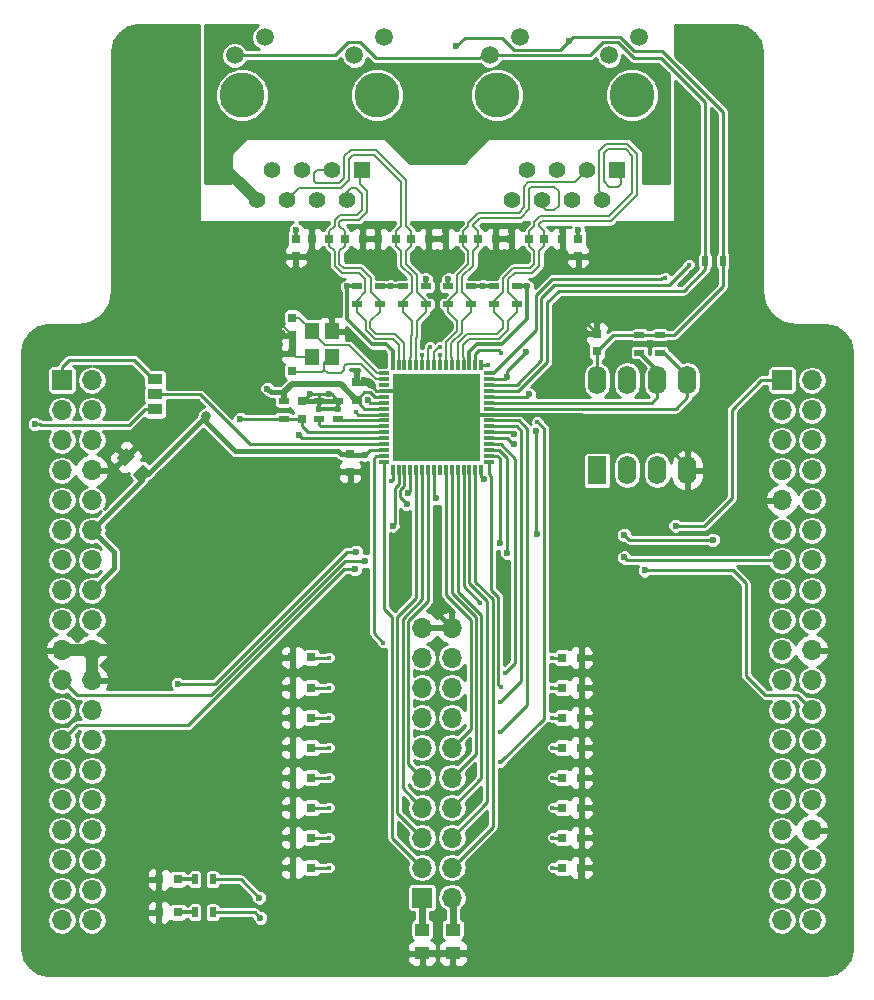
<source format=gbr>
G04 #@! TF.FileFunction,Copper,L1,Top,Signal*
%FSLAX46Y46*%
G04 Gerber Fmt 4.6, Leading zero omitted, Abs format (unit mm)*
G04 Created by KiCad (PCBNEW 4.0.6) date 04/07/17 00:55:34*
%MOMM*%
%LPD*%
G01*
G04 APERTURE LIST*
%ADD10C,0.100000*%
%ADD11R,1.600000X2.400000*%
%ADD12O,1.600000X2.400000*%
%ADD13R,1.700000X1.700000*%
%ADD14O,1.700000X1.700000*%
%ADD15C,3.800000*%
%ADD16C,1.400000*%
%ADD17C,2.000000*%
%ADD18C,1.500000*%
%ADD19R,1.400000X1.400000*%
%ADD20R,0.750000X0.800000*%
%ADD21R,0.800000X0.750000*%
%ADD22R,0.800000X0.800000*%
%ADD23R,0.500000X0.900000*%
%ADD24R,0.900000X0.500000*%
%ADD25R,0.850000X0.300000*%
%ADD26R,0.300000X0.850000*%
%ADD27R,1.837500X1.837500*%
%ADD28R,1.200000X1.400000*%
%ADD29R,1.270000X0.970000*%
%ADD30R,1.250000X1.000000*%
%ADD31C,0.600000*%
%ADD32C,0.800000*%
%ADD33C,1.200000*%
%ADD34C,0.400000*%
%ADD35C,0.250000*%
%ADD36C,0.200000*%
%ADD37C,0.400000*%
%ADD38C,0.300000*%
%ADD39C,0.600000*%
%ADD40C,1.000000*%
%ADD41C,0.500000*%
%ADD42C,0.254000*%
G04 APERTURE END LIST*
D10*
D11*
X146920000Y-88920000D03*
D12*
X154540000Y-81300000D03*
X149460000Y-88920000D03*
X152000000Y-81300000D03*
X152000000Y-88920000D03*
X149460000Y-81300000D03*
X154540000Y-88920000D03*
X146920000Y-81300000D03*
D13*
X132080000Y-125095000D03*
D14*
X134620000Y-125095000D03*
X132080000Y-122555000D03*
X134620000Y-122555000D03*
X132080000Y-120015000D03*
X134620000Y-120015000D03*
X132080000Y-117475000D03*
X134620000Y-117475000D03*
X132080000Y-114935000D03*
X134620000Y-114935000D03*
X132080000Y-112395000D03*
X134620000Y-112395000D03*
X132080000Y-109855000D03*
X134620000Y-109855000D03*
X132080000Y-107315000D03*
X134620000Y-107315000D03*
X132080000Y-104775000D03*
X134620000Y-104775000D03*
X132080000Y-102235000D03*
X134620000Y-102235000D03*
D15*
X128270000Y-57150000D03*
X116840000Y-57150000D03*
D16*
X118110000Y-66040000D03*
X119380000Y-63500000D03*
X120650000Y-66040000D03*
X121920000Y-63500000D03*
X123190000Y-66040000D03*
X124460000Y-63500000D03*
X125730000Y-66040000D03*
D17*
X114681000Y-60198000D03*
D18*
X116230400Y-53771800D03*
X126339600Y-53771800D03*
X118770400Y-52247800D03*
X128879600Y-52247800D03*
D19*
X127000000Y-63500000D03*
D17*
X130429000Y-60198000D03*
D13*
X101600000Y-81280000D03*
D14*
X104140000Y-81280000D03*
X101600000Y-83820000D03*
X104140000Y-83820000D03*
X101600000Y-86360000D03*
X104140000Y-86360000D03*
X101600000Y-88900000D03*
X104140000Y-88900000D03*
X101600000Y-91440000D03*
X104140000Y-91440000D03*
X101600000Y-93980000D03*
X104140000Y-93980000D03*
X101600000Y-96520000D03*
X104140000Y-96520000D03*
X101600000Y-99060000D03*
X104140000Y-99060000D03*
X101600000Y-101600000D03*
X104140000Y-101600000D03*
X101600000Y-104140000D03*
X104140000Y-104140000D03*
X101600000Y-106680000D03*
X104140000Y-106680000D03*
X101600000Y-109220000D03*
X104140000Y-109220000D03*
X101600000Y-111760000D03*
X104140000Y-111760000D03*
X101600000Y-114300000D03*
X104140000Y-114300000D03*
X101600000Y-116840000D03*
X104140000Y-116840000D03*
X101600000Y-119380000D03*
X104140000Y-119380000D03*
X101600000Y-121920000D03*
X104140000Y-121920000D03*
X101600000Y-124460000D03*
X104140000Y-124460000D03*
X101600000Y-127000000D03*
X104140000Y-127000000D03*
D13*
X162560000Y-81280000D03*
D14*
X165100000Y-81280000D03*
X162560000Y-83820000D03*
X165100000Y-83820000D03*
X162560000Y-86360000D03*
X165100000Y-86360000D03*
X162560000Y-88900000D03*
X165100000Y-88900000D03*
X162560000Y-91440000D03*
X165100000Y-91440000D03*
X162560000Y-93980000D03*
X165100000Y-93980000D03*
X162560000Y-96520000D03*
X165100000Y-96520000D03*
X162560000Y-99060000D03*
X165100000Y-99060000D03*
X162560000Y-101600000D03*
X165100000Y-101600000D03*
X162560000Y-104140000D03*
X165100000Y-104140000D03*
X162560000Y-106680000D03*
X165100000Y-106680000D03*
X162560000Y-109220000D03*
X165100000Y-109220000D03*
X162560000Y-111760000D03*
X165100000Y-111760000D03*
X162560000Y-114300000D03*
X165100000Y-114300000D03*
X162560000Y-116840000D03*
X165100000Y-116840000D03*
X162560000Y-119380000D03*
X165100000Y-119380000D03*
X162560000Y-121920000D03*
X165100000Y-121920000D03*
X162560000Y-124460000D03*
X165100000Y-124460000D03*
X162560000Y-127000000D03*
X165100000Y-127000000D03*
D20*
X121900000Y-84550000D03*
X121900000Y-83050000D03*
X145300000Y-69300000D03*
X145300000Y-70800000D03*
X121400000Y-69300000D03*
X121400000Y-70800000D03*
X126000000Y-87550000D03*
X126000000Y-89050000D03*
X126500000Y-82950000D03*
X126500000Y-81450000D03*
X121100000Y-76000000D03*
X121100000Y-77500000D03*
X121100000Y-80500000D03*
X121100000Y-79000000D03*
D21*
X142450000Y-69300000D03*
X143950000Y-69300000D03*
X141150000Y-69300000D03*
X139650000Y-69300000D03*
X136850000Y-69300000D03*
X138350000Y-69300000D03*
X135550000Y-69300000D03*
X134050000Y-69300000D03*
D20*
X146900000Y-78850000D03*
X146900000Y-77350000D03*
D21*
X124250000Y-69300000D03*
X122750000Y-69300000D03*
X125550000Y-69300000D03*
X127050000Y-69300000D03*
X129850000Y-69300000D03*
X128350000Y-69300000D03*
X131150000Y-69300000D03*
X132650000Y-69300000D03*
D22*
X111400000Y-123550000D03*
X109800000Y-123550000D03*
X111400000Y-126350000D03*
X109800000Y-126350000D03*
D23*
X114350000Y-123550000D03*
X112850000Y-123550000D03*
X114350000Y-126350000D03*
X112850000Y-126350000D03*
D24*
X120400000Y-83050000D03*
X120400000Y-84550000D03*
X140150000Y-74850000D03*
X140150000Y-73350000D03*
X138200000Y-74850000D03*
X138200000Y-73350000D03*
X136250000Y-74850000D03*
X136250000Y-73350000D03*
X134300000Y-74850000D03*
X134300000Y-73350000D03*
X125000000Y-84550000D03*
X125000000Y-83050000D03*
X126550000Y-74850000D03*
X126550000Y-73350000D03*
X128500000Y-74850000D03*
X128500000Y-73350000D03*
X130450000Y-74850000D03*
X130450000Y-73350000D03*
X132400000Y-74850000D03*
X132400000Y-73350000D03*
X150500000Y-77450000D03*
X150500000Y-78950000D03*
X152200000Y-77450000D03*
X152200000Y-78950000D03*
X123400000Y-84550000D03*
X123400000Y-83050000D03*
D25*
X128900000Y-80700000D03*
X128900000Y-81200000D03*
X128900000Y-81700000D03*
X128900000Y-82200000D03*
X128900000Y-82700000D03*
X128900000Y-83200000D03*
X128900000Y-83700000D03*
X128900000Y-84200000D03*
X128900000Y-84700000D03*
X128900000Y-85200000D03*
X128900000Y-85700000D03*
X128900000Y-86200000D03*
X128900000Y-86700000D03*
X128900000Y-87200000D03*
X128900000Y-87700000D03*
X128900000Y-88200000D03*
D26*
X129600000Y-88900000D03*
X130100000Y-88900000D03*
X130600000Y-88900000D03*
X131100000Y-88900000D03*
X131600000Y-88900000D03*
X132100000Y-88900000D03*
X132600000Y-88900000D03*
X133100000Y-88900000D03*
X133600000Y-88900000D03*
X134100000Y-88900000D03*
X134600000Y-88900000D03*
X135100000Y-88900000D03*
X135600000Y-88900000D03*
X136100000Y-88900000D03*
X136600000Y-88900000D03*
X137100000Y-88900000D03*
D25*
X137800000Y-88200000D03*
X137800000Y-87700000D03*
X137800000Y-87200000D03*
X137800000Y-86700000D03*
X137800000Y-86200000D03*
X137800000Y-85700000D03*
X137800000Y-85200000D03*
X137800000Y-84700000D03*
X137800000Y-84200000D03*
X137800000Y-83700000D03*
X137800000Y-83200000D03*
X137800000Y-82700000D03*
X137800000Y-82200000D03*
X137800000Y-81700000D03*
X137800000Y-81200000D03*
X137800000Y-80700000D03*
D26*
X137100000Y-80000000D03*
X136600000Y-80000000D03*
X136100000Y-80000000D03*
X135600000Y-80000000D03*
X135100000Y-80000000D03*
X134600000Y-80000000D03*
X134100000Y-80000000D03*
X133600000Y-80000000D03*
X133100000Y-80000000D03*
X132600000Y-80000000D03*
X132100000Y-80000000D03*
X131600000Y-80000000D03*
X131100000Y-80000000D03*
X130600000Y-80000000D03*
X130100000Y-80000000D03*
X129600000Y-80000000D03*
D27*
X136106250Y-87206250D03*
X136106250Y-85368750D03*
X136106250Y-83531250D03*
X136106250Y-81693750D03*
X134268750Y-87206250D03*
X134268750Y-85368750D03*
X134268750Y-83531250D03*
X134268750Y-81693750D03*
X132431250Y-87206250D03*
X132431250Y-85368750D03*
X132431250Y-83531250D03*
X132431250Y-81693750D03*
X130593750Y-87206250D03*
X130593750Y-85368750D03*
X130593750Y-83531250D03*
X130593750Y-81693750D03*
D28*
X122750000Y-77150000D03*
X122750000Y-79350000D03*
X124450000Y-79350000D03*
X124450000Y-77150000D03*
D15*
X149860000Y-57150000D03*
X138430000Y-57150000D03*
D16*
X139700000Y-66040000D03*
X140970000Y-63500000D03*
X142240000Y-66040000D03*
X143510000Y-63500000D03*
X144780000Y-66040000D03*
X146050000Y-63500000D03*
X147320000Y-66040000D03*
D17*
X136271000Y-60198000D03*
D18*
X137820400Y-53771800D03*
X147929600Y-53771800D03*
X140360400Y-52247800D03*
X150469600Y-52247800D03*
D19*
X148590000Y-63500000D03*
D17*
X152019000Y-60198000D03*
D22*
X122720000Y-104755000D03*
X121120000Y-104755000D03*
X122720000Y-107315000D03*
X121120000Y-107315000D03*
X122720000Y-109855000D03*
X121120000Y-109855000D03*
X122720000Y-112395000D03*
X121120000Y-112395000D03*
X122720000Y-114935000D03*
X121120000Y-114935000D03*
X122720000Y-117475000D03*
X121120000Y-117475000D03*
X122720000Y-120015000D03*
X121120000Y-120015000D03*
X122720000Y-122555000D03*
X121120000Y-122555000D03*
X143980000Y-104775000D03*
X145580000Y-104775000D03*
X143980000Y-107315000D03*
X145580000Y-107315000D03*
X143980000Y-109855000D03*
X145580000Y-109855000D03*
X143980000Y-112395000D03*
X145580000Y-112395000D03*
X143980000Y-114935000D03*
X145580000Y-114935000D03*
X143980000Y-117475000D03*
X145580000Y-117475000D03*
X143980000Y-120015000D03*
X145580000Y-120015000D03*
X143980000Y-122555000D03*
X145580000Y-122555000D03*
D29*
X109500000Y-81230000D03*
X109500000Y-82500000D03*
X109500000Y-83770000D03*
D30*
X134700000Y-127800000D03*
X134700000Y-129800000D03*
X132100000Y-127800000D03*
X132100000Y-129800000D03*
D10*
G36*
X109202602Y-89118719D02*
X108318719Y-90002602D01*
X107611612Y-89295495D01*
X108495495Y-88411612D01*
X109202602Y-89118719D01*
X109202602Y-89118719D01*
G37*
G36*
X107788388Y-87704505D02*
X106904505Y-88588388D01*
X106197398Y-87881281D01*
X107081281Y-86997398D01*
X107788388Y-87704505D01*
X107788388Y-87704505D01*
G37*
D23*
X157550000Y-71200000D03*
X156050000Y-71200000D03*
D31*
X128390000Y-79380000D03*
X125890000Y-77480000D03*
X122290000Y-75299999D03*
X145600000Y-103700000D03*
X139255500Y-100393500D03*
D32*
X130150000Y-99800000D03*
D31*
X133350000Y-98800000D03*
X133350000Y-95800000D03*
X127200000Y-88800000D03*
X126000000Y-90200000D03*
X124900000Y-89050000D03*
X130603769Y-83975577D03*
X135219236Y-82596493D03*
X130988319Y-81508737D03*
X134795051Y-87191628D03*
X134794800Y-85364924D03*
X134829318Y-84331546D03*
D32*
X130150000Y-96200000D03*
X116700000Y-107500000D03*
X119300000Y-104900000D03*
X122600000Y-101600000D03*
X124800000Y-99400000D03*
X127000000Y-98500000D03*
X114500000Y-81900000D03*
X116000000Y-74800000D03*
X121200000Y-73600000D03*
X143900000Y-80300000D03*
X149000000Y-74800000D03*
X143900000Y-74800000D03*
X155700000Y-73800000D03*
X154000000Y-68300000D03*
X114800000Y-69600000D03*
X112600000Y-68250000D03*
X116900000Y-68300000D03*
X149800000Y-68300000D03*
X151900000Y-69600000D03*
D31*
X112000000Y-70100000D03*
D33*
X113000000Y-87500000D03*
X111000000Y-89500000D03*
X109000000Y-91500000D03*
X107000000Y-93500000D03*
D31*
X120800000Y-103655000D03*
X139255500Y-102679500D03*
X139255500Y-104076500D03*
X120200000Y-77300000D03*
X120200000Y-79100000D03*
X124250000Y-82500000D03*
X122600000Y-82500000D03*
X123400000Y-83700000D03*
X125000000Y-83700000D03*
X132850000Y-81550000D03*
X132431250Y-83531250D03*
X132431250Y-85368750D03*
X136106250Y-81693750D03*
X130593750Y-85368750D03*
X132431250Y-87206250D03*
X130593750Y-87206250D03*
X136106250Y-87206250D03*
X136106250Y-85368750D03*
X127200000Y-81250000D03*
X146300000Y-70800000D03*
D32*
X132900000Y-76500000D03*
D31*
X123400000Y-70800000D03*
X143300000Y-70800000D03*
X124400000Y-75850000D03*
X122750000Y-68600000D03*
X127050000Y-68600000D03*
X128350000Y-68600000D03*
X132650000Y-68600000D03*
X134050000Y-68600000D03*
X143950000Y-68600000D03*
X139650000Y-68600000D03*
X138350000Y-68600000D03*
X145300000Y-68550000D03*
X121400000Y-68550000D03*
X140950000Y-73350000D03*
X134300000Y-72750000D03*
X137250000Y-73350000D03*
X127275000Y-87600000D03*
X118295000Y-125095000D03*
D32*
X113800000Y-84300000D03*
D31*
X140900000Y-78900000D03*
X144500000Y-52600000D03*
X135000000Y-53000000D03*
X119000000Y-82000000D03*
X137300000Y-89650000D03*
X139850000Y-86700000D03*
X130901675Y-90801675D03*
X139300000Y-81000000D03*
X129450000Y-73350000D03*
X132400000Y-72750000D03*
X125750000Y-73350000D03*
X133300000Y-91300000D03*
X139850000Y-85850000D03*
X127500000Y-83000000D03*
D34*
X132750000Y-78500000D03*
D31*
X118400000Y-126800000D03*
D34*
X152700000Y-72600000D03*
X154700000Y-71500000D03*
X133600000Y-78500000D03*
X126500000Y-84000000D03*
X133600000Y-79150000D03*
X132100000Y-79150000D03*
D31*
X115550000Y-64250000D03*
X114050000Y-64250000D03*
X152650000Y-64250000D03*
X151150000Y-64250000D03*
D34*
X129500000Y-89800000D03*
X138808698Y-78985503D03*
D31*
X130800000Y-91750000D03*
X116700000Y-84600000D03*
D34*
X124206000Y-104775000D03*
X124206000Y-107315000D03*
X124206000Y-109855000D03*
X124206000Y-112395000D03*
X124206000Y-114935000D03*
X124206000Y-117475000D03*
X124206000Y-120015000D03*
X124206000Y-122555000D03*
X143129000Y-104775000D03*
X143129000Y-107315000D03*
X143129000Y-109855000D03*
X143129000Y-112395000D03*
X143129000Y-114935000D03*
X143129000Y-117475000D03*
X143129000Y-120015000D03*
X143129000Y-122555000D03*
D31*
X99300000Y-85000000D03*
X153550000Y-93600000D03*
X150950000Y-97400000D03*
X121700000Y-85950000D03*
X149200000Y-94400000D03*
X156700000Y-94800000D03*
X139300000Y-95900000D03*
X149200000Y-96300000D03*
D34*
X139150000Y-106055000D03*
X138700000Y-108555000D03*
X138700000Y-111105000D03*
X138700000Y-113655000D03*
X141850000Y-84800000D03*
X137700000Y-80000000D03*
X137000000Y-100155000D03*
X138750000Y-107305000D03*
X128800000Y-103505000D03*
D31*
X141800000Y-94300000D03*
X141700000Y-85600000D03*
X127300000Y-96600000D03*
X141150000Y-82500000D03*
X126400000Y-97300000D03*
X138700000Y-95100000D03*
X129600000Y-93600000D03*
X126500000Y-95800000D03*
X111400000Y-107000000D03*
D35*
X125890000Y-77480000D02*
X127790000Y-79380000D01*
X127790000Y-79380000D02*
X128390000Y-79380000D01*
X124450000Y-77150000D02*
X125560000Y-77150000D01*
X125560000Y-77150000D02*
X125890000Y-77480000D01*
D36*
X123499999Y-75299999D02*
X122290000Y-75299999D01*
X122290000Y-75299999D02*
X120484999Y-75299999D01*
D35*
X124400000Y-75850000D02*
X122840001Y-75850000D01*
X122840001Y-75850000D02*
X122290000Y-75299999D01*
X145600000Y-84200000D02*
X150220000Y-84200000D01*
X150220000Y-84200000D02*
X154540000Y-88520000D01*
X154540000Y-88520000D02*
X154540000Y-88920000D01*
X146900000Y-77350000D02*
X146900000Y-77325000D01*
X146900000Y-77325000D02*
X144375000Y-74800000D01*
X144375000Y-74800000D02*
X143900000Y-74800000D01*
X145580000Y-104775000D02*
X145580000Y-103720000D01*
X145580000Y-103720000D02*
X145600000Y-103700000D01*
X139255500Y-102679500D02*
X139255500Y-100393500D01*
D37*
X133350000Y-100965000D02*
X133350000Y-98800000D01*
X133350000Y-95800000D02*
X133350000Y-98800000D01*
X134620000Y-102235000D02*
X133350000Y-100965000D01*
D35*
X126000000Y-89050000D02*
X126950000Y-89050000D01*
X126950000Y-89050000D02*
X127200000Y-88800000D01*
X126000000Y-89050000D02*
X126000000Y-90200000D01*
D38*
X114550000Y-89050000D02*
X124900000Y-89050000D01*
D35*
X126000000Y-89050000D02*
X124900000Y-89050000D01*
X135519235Y-82896492D02*
X135219236Y-82596493D01*
X136106250Y-83531250D02*
X136106250Y-83483507D01*
X136106250Y-83483507D02*
X135519235Y-82896492D01*
D38*
X130688320Y-81808736D02*
X130988319Y-81508737D01*
X130297056Y-82200000D02*
X130688320Y-81808736D01*
X128900000Y-82200000D02*
X130297056Y-82200000D01*
D37*
X104140000Y-88900000D02*
X105885786Y-88900000D01*
X105885786Y-88900000D02*
X106992893Y-87792893D01*
D38*
X113000000Y-87500000D02*
X114550000Y-89050000D01*
D35*
X116000000Y-74800000D02*
X116565685Y-74800000D01*
X116565685Y-74800000D02*
X116765685Y-74600000D01*
X116765685Y-74600000D02*
X119600000Y-74600000D01*
D39*
X145580000Y-122555000D02*
X145580000Y-123555000D01*
X145580000Y-123555000D02*
X139335000Y-129800000D01*
X139335000Y-129800000D02*
X135925000Y-129800000D01*
X135925000Y-129800000D02*
X134700000Y-129800000D01*
X134700000Y-129800000D02*
X132100000Y-129800000D01*
D35*
X119300000Y-104900000D02*
X116700000Y-107500000D01*
X124800000Y-99400000D02*
X122600000Y-101600000D01*
X120800000Y-103655000D02*
X121845000Y-103655000D01*
X121845000Y-103655000D02*
X127000000Y-98500000D01*
X143900000Y-74800000D02*
X143900000Y-80300000D01*
X154700000Y-74800000D02*
X149000000Y-74800000D01*
X149000000Y-74800000D02*
X143900000Y-74800000D01*
X155700000Y-73800000D02*
X154700000Y-74800000D01*
X114894890Y-70800000D02*
X112700000Y-70800000D01*
X112700000Y-70800000D02*
X112000000Y-70100000D01*
X121400000Y-70800000D02*
X114894890Y-70800000D01*
D38*
X119600000Y-74600000D02*
X119600000Y-76700000D01*
X119600000Y-76700000D02*
X120200000Y-77300000D01*
X123400000Y-70800000D02*
X119600000Y-74600000D01*
D40*
X107000000Y-103000000D02*
X105860000Y-104140000D01*
X105860000Y-104140000D02*
X104140000Y-104140000D01*
X107000000Y-93500000D02*
X107000000Y-103000000D01*
X109000000Y-91500000D02*
X107000000Y-93500000D01*
X113000000Y-87500000D02*
X111000000Y-89500000D01*
D39*
X109000000Y-91500000D02*
X111000000Y-89500000D01*
D35*
X121120000Y-122555000D02*
X110145000Y-122555000D01*
X110145000Y-122555000D02*
X109800000Y-122900000D01*
X109800000Y-122900000D02*
X109800000Y-123550000D01*
X109800000Y-126350000D02*
X109800000Y-125700000D01*
X109800000Y-125700000D02*
X109800000Y-123550000D01*
D40*
X104140000Y-106680000D02*
X104140000Y-104140000D01*
D38*
X137800000Y-84200000D02*
X145600000Y-84200000D01*
D35*
X121120000Y-104755000D02*
X121120000Y-103975000D01*
X121120000Y-103975000D02*
X120800000Y-103655000D01*
X139255500Y-104076500D02*
X139255500Y-102679500D01*
X145580000Y-107315000D02*
X145580000Y-104775000D01*
X145580000Y-109855000D02*
X145580000Y-107315000D01*
X145580000Y-112395000D02*
X145580000Y-109855000D01*
X145580000Y-114935000D02*
X145580000Y-112395000D01*
X145580000Y-117475000D02*
X145580000Y-114935000D01*
X145580000Y-120015000D02*
X145580000Y-117475000D01*
X145580000Y-122555000D02*
X145580000Y-120015000D01*
X121120000Y-120015000D02*
X121120000Y-117475000D01*
X121120000Y-122555000D02*
X121120000Y-120015000D01*
X121120000Y-114935000D02*
X121120000Y-117475000D01*
X121120000Y-112395000D02*
X121120000Y-114935000D01*
X121120000Y-112395000D02*
X121120000Y-109855000D01*
X121120000Y-107315000D02*
X121120000Y-109855000D01*
X121120000Y-104755000D02*
X121120000Y-105405000D01*
X121120000Y-105405000D02*
X121120000Y-107315000D01*
X132431250Y-83531250D02*
X132431250Y-81968750D01*
X132431250Y-81968750D02*
X132850000Y-81550000D01*
X132431250Y-83531250D02*
X130593750Y-83531250D01*
X132850000Y-81550000D02*
X134125000Y-81550000D01*
X134125000Y-81550000D02*
X134268750Y-81693750D01*
X134268750Y-83531250D02*
X136106250Y-83531250D01*
X134268750Y-83531250D02*
X134268750Y-85368750D01*
X136106250Y-85368750D02*
X134268750Y-85368750D01*
X132431250Y-85368750D02*
X134268750Y-85368750D01*
X134268750Y-87206250D02*
X134268750Y-85368750D01*
X136106250Y-87206250D02*
X134268750Y-87206250D01*
X154540000Y-89320000D02*
X154540000Y-88920000D01*
X121100000Y-77500000D02*
X120400000Y-77500000D01*
X120400000Y-77500000D02*
X120200000Y-77300000D01*
X121100000Y-79000000D02*
X120300000Y-79000000D01*
X120300000Y-79000000D02*
X120200000Y-79100000D01*
D40*
X101600000Y-104140000D02*
X104140000Y-104140000D01*
D35*
X122600000Y-82500000D02*
X123450000Y-82500000D01*
X123450000Y-82500000D02*
X124250000Y-82500000D01*
X123400000Y-83050000D02*
X123400000Y-82550000D01*
X123400000Y-82550000D02*
X123450000Y-82500000D01*
X124250000Y-82500000D02*
X124450000Y-82500000D01*
X124450000Y-82500000D02*
X125000000Y-83050000D01*
X121900000Y-83050000D02*
X122050000Y-83050000D01*
X122050000Y-83050000D02*
X122600000Y-82500000D01*
D38*
X125000000Y-83700000D02*
X123400000Y-83700000D01*
X123400000Y-83050000D02*
X123400000Y-83700000D01*
D35*
X123400000Y-83050000D02*
X125000000Y-83050000D01*
X121900000Y-83050000D02*
X123400000Y-83050000D01*
D38*
X125000000Y-83050000D02*
X125000000Y-83700000D01*
X137800000Y-84200000D02*
X136775000Y-84200000D01*
D35*
X126500000Y-81450000D02*
X127000000Y-81450000D01*
X127000000Y-81450000D02*
X127200000Y-81250000D01*
X127200000Y-81250000D02*
X127658248Y-81250000D01*
X128000000Y-81591752D02*
X128000000Y-81975000D01*
X128000000Y-81975000D02*
X128225000Y-82200000D01*
X127658248Y-81250000D02*
X128000000Y-81591752D01*
X128225000Y-82200000D02*
X128900000Y-82200000D01*
D38*
X136775000Y-84200000D02*
X136106250Y-83531250D01*
X145300000Y-70800000D02*
X146300000Y-70800000D01*
X122750000Y-69300000D02*
X122750000Y-70150000D01*
X122750000Y-70150000D02*
X123400000Y-70800000D01*
X121400000Y-70800000D02*
X123400000Y-70800000D01*
X143950000Y-69300000D02*
X143950000Y-70150000D01*
X143950000Y-70150000D02*
X143300000Y-70800000D01*
X145300000Y-70800000D02*
X143300000Y-70800000D01*
D41*
X121100000Y-77500000D02*
X121100000Y-79000000D01*
D36*
X124400000Y-75850000D02*
X124400000Y-76200000D01*
X124400000Y-76200000D02*
X124450000Y-76250000D01*
X124450000Y-77150000D02*
X124450000Y-76250000D01*
X124450000Y-76250000D02*
X123499999Y-75299999D01*
X120484999Y-75299999D02*
X120424999Y-75359999D01*
X120424999Y-75359999D02*
X120424999Y-76799999D01*
X120424999Y-76799999D02*
X121100000Y-77475000D01*
X121100000Y-77475000D02*
X121100000Y-77500000D01*
X122750000Y-79350000D02*
X121450000Y-79350000D01*
X121450000Y-79350000D02*
X121100000Y-79000000D01*
D38*
X122750000Y-69300000D02*
X122750000Y-68600000D01*
X127050000Y-69300000D02*
X127050000Y-68600000D01*
X128350000Y-69300000D02*
X128350000Y-68600000D01*
X132650000Y-69300000D02*
X132650000Y-68600000D01*
X134050000Y-69300000D02*
X134050000Y-68600000D01*
X143950000Y-69300000D02*
X143950000Y-68600000D01*
X139650000Y-69300000D02*
X139650000Y-68600000D01*
X138350000Y-69300000D02*
X138350000Y-68600000D01*
X145300000Y-69300000D02*
X145300000Y-68550000D01*
X121400000Y-69300000D02*
X121400000Y-68550000D01*
X136100000Y-80000000D02*
X136100000Y-78928236D01*
X136100000Y-78928236D02*
X136778227Y-78250009D01*
X136778227Y-78250009D02*
X138819243Y-78250009D01*
X138819243Y-78250009D02*
X140950000Y-76119252D01*
X140950000Y-76119252D02*
X140950000Y-73774264D01*
X140950000Y-73774264D02*
X140950000Y-73350000D01*
X140150000Y-73350000D02*
X140950000Y-73350000D01*
X138200000Y-73350000D02*
X137250000Y-73350000D01*
X136250000Y-73350000D02*
X137250000Y-73350000D01*
X134300000Y-73350000D02*
X134300000Y-72750000D01*
D36*
X134300000Y-73350000D02*
X134500000Y-73350000D01*
D35*
X150500000Y-77450000D02*
X152200000Y-77450000D01*
X150500000Y-77450000D02*
X148275000Y-77450000D01*
X148275000Y-77450000D02*
X146900000Y-78825000D01*
X146900000Y-78825000D02*
X146900000Y-78850000D01*
X146900000Y-78850000D02*
X146900000Y-81280000D01*
X146900000Y-81280000D02*
X146920000Y-81300000D01*
D37*
X126000000Y-87550000D02*
X125225000Y-87550000D01*
X125225000Y-87550000D02*
X125000000Y-87325000D01*
X125000000Y-87325000D02*
X116259315Y-87325000D01*
X127275000Y-87600000D02*
X126050000Y-87600000D01*
X126050000Y-87600000D02*
X126000000Y-87550000D01*
D35*
X128900000Y-87200000D02*
X127675000Y-87200000D01*
X127675000Y-87200000D02*
X127275000Y-87600000D01*
X144500000Y-52600000D02*
X144853211Y-52246789D01*
X144853211Y-52246789D02*
X148877587Y-52246789D01*
X148877587Y-52246789D02*
X150030798Y-53400000D01*
X150030798Y-53400000D02*
X152400000Y-53400000D01*
X152400000Y-53400000D02*
X157550000Y-58550000D01*
X157550000Y-58550000D02*
X157550000Y-71200000D01*
X152200000Y-77450000D02*
X153450000Y-77450000D01*
X153450000Y-77450000D02*
X157550000Y-73350000D01*
X157550000Y-73350000D02*
X157550000Y-71200000D01*
D37*
X113800000Y-84300000D02*
X108892893Y-89207107D01*
X108892893Y-89207107D02*
X108407107Y-89207107D01*
X104140000Y-93980000D02*
X108407107Y-89712893D01*
X108407107Y-89712893D02*
X108407107Y-89207107D01*
D39*
X132100000Y-127800000D02*
X132100000Y-125115000D01*
X132100000Y-125115000D02*
X132080000Y-125095000D01*
D35*
X114350000Y-123550000D02*
X116750000Y-123550000D01*
X116750000Y-123550000D02*
X118295000Y-125095000D01*
D37*
X113800000Y-84300000D02*
X113800000Y-84865685D01*
X113800000Y-84865685D02*
X116259315Y-87325000D01*
X106000000Y-97200000D02*
X106000000Y-95840000D01*
X106000000Y-95840000D02*
X104140000Y-93980000D01*
X104140000Y-99060000D02*
X106000000Y-97200000D01*
D35*
X140900000Y-78900000D02*
X139300000Y-80500000D01*
X139300000Y-80500000D02*
X139300000Y-81000000D01*
X135700000Y-52300000D02*
X138821598Y-52300000D01*
X143777199Y-53322801D02*
X144500000Y-52600000D01*
X138821598Y-52300000D02*
X139844399Y-53322801D01*
X139844399Y-53322801D02*
X143777199Y-53322801D01*
X135000000Y-53000000D02*
X135700000Y-52300000D01*
D37*
X120400000Y-82300000D02*
X119299999Y-82299999D01*
X119299999Y-82299999D02*
X119000000Y-82000000D01*
D41*
X120400000Y-83050000D02*
X120400000Y-82300000D01*
X120400000Y-82300000D02*
X121050000Y-81650000D01*
X121050000Y-81650000D02*
X125225000Y-81650000D01*
X126500000Y-82925000D02*
X125225000Y-81650000D01*
D38*
X126500000Y-82950000D02*
X126500000Y-82925000D01*
D35*
X137100000Y-88900000D02*
X137100000Y-89450000D01*
X137100000Y-89450000D02*
X137300000Y-89650000D01*
X137800000Y-86200000D02*
X139274998Y-86200000D01*
X139274998Y-86200000D02*
X139774998Y-86700000D01*
X139774998Y-86700000D02*
X139850000Y-86700000D01*
X128900000Y-83700000D02*
X127200000Y-83700000D01*
X127200000Y-82300000D02*
X127688590Y-82300000D01*
X128088590Y-82700000D02*
X128900000Y-82700000D01*
X127200000Y-83700000D02*
X126800000Y-83300000D01*
X126800000Y-83300000D02*
X126800000Y-82700000D01*
X126800000Y-82700000D02*
X127200000Y-82300000D01*
X127688590Y-82300000D02*
X128088590Y-82700000D01*
X131100000Y-88900000D02*
X131100000Y-90603350D01*
X131100000Y-90603350D02*
X130901675Y-90801675D01*
X137800000Y-81200000D02*
X139100000Y-81200000D01*
X139100000Y-81200000D02*
X139300000Y-81000000D01*
X146920000Y-81300000D02*
X146920000Y-80900000D01*
D38*
X125750000Y-73350000D02*
X125750000Y-76119252D01*
X125750000Y-76119252D02*
X127880758Y-78250010D01*
X127880758Y-78250010D02*
X129050010Y-78250010D01*
X129600000Y-78800000D02*
X129600000Y-80000000D01*
X129050010Y-78250010D02*
X129600000Y-78800000D01*
X128500000Y-73350000D02*
X129450000Y-73350000D01*
X129450000Y-73350000D02*
X130450000Y-73350000D01*
X132400000Y-73350000D02*
X132400000Y-72750000D01*
X126550000Y-73350000D02*
X125750000Y-73350000D01*
D35*
X133100000Y-88900000D02*
X133100000Y-91100000D01*
X133100000Y-91100000D02*
X133300000Y-91300000D01*
X137800000Y-85700000D02*
X139700000Y-85700000D01*
X139700000Y-85700000D02*
X139850000Y-85850000D01*
X128900000Y-83200000D02*
X127700000Y-83200000D01*
X127700000Y-83200000D02*
X127500000Y-83000000D01*
D36*
X132600000Y-80000000D02*
X132600000Y-78650000D01*
X132600000Y-78650000D02*
X132750000Y-78500000D01*
X128900000Y-80700000D02*
X128275000Y-80700000D01*
X128275000Y-80700000D02*
X125924999Y-78349999D01*
X125924999Y-78349999D02*
X123849999Y-78349999D01*
X123849999Y-78349999D02*
X122750000Y-77250000D01*
X122750000Y-77250000D02*
X122750000Y-77150000D01*
X122750000Y-77150000D02*
X122750000Y-77050000D01*
X122750000Y-77050000D02*
X121700000Y-76000000D01*
X121700000Y-76000000D02*
X121675000Y-76000000D01*
X121675000Y-76000000D02*
X121100000Y-76000000D01*
X122750000Y-77150000D02*
X122750000Y-77290002D01*
X128900000Y-81200000D02*
X128209302Y-81200000D01*
X128209302Y-81200000D02*
X126909302Y-79900000D01*
X126909302Y-79900000D02*
X125700000Y-79900000D01*
X125700000Y-79900000D02*
X125500000Y-80100000D01*
X125500000Y-80100000D02*
X125500000Y-80400000D01*
X125500000Y-80400000D02*
X125200000Y-80700000D01*
X125200000Y-80700000D02*
X124100000Y-80700000D01*
X124100000Y-80700000D02*
X123800000Y-80400000D01*
X123800000Y-80400000D02*
X123600000Y-80600000D01*
X123600000Y-80600000D02*
X121200000Y-80600000D01*
X121200000Y-80600000D02*
X121100000Y-80500000D01*
X124450000Y-79350000D02*
X124250000Y-79350000D01*
X124250000Y-79350000D02*
X123800000Y-79800000D01*
X123800000Y-79800000D02*
X123800000Y-80400000D01*
D38*
X111400000Y-123550000D02*
X112850000Y-123550000D01*
X111400000Y-126350000D02*
X112850000Y-126350000D01*
D39*
X134700000Y-127800000D02*
X134700000Y-125175000D01*
X134700000Y-125175000D02*
X134620000Y-125095000D01*
D35*
X114350000Y-126350000D02*
X117950000Y-126350000D01*
X117950000Y-126350000D02*
X118400000Y-126800000D01*
X152700000Y-72600000D02*
X152417158Y-72600000D01*
X152417158Y-72600000D02*
X152317158Y-72700000D01*
X152317158Y-72700000D02*
X143100000Y-72700000D01*
X143100000Y-72700000D02*
X141700000Y-74100000D01*
X141700000Y-74100000D02*
X141700000Y-77075000D01*
X141700000Y-77075000D02*
X138075000Y-80700000D01*
X138075000Y-80700000D02*
X137800000Y-80700000D01*
X137800000Y-81700000D02*
X140100000Y-81700000D01*
X140100000Y-81700000D02*
X142200000Y-79600000D01*
X142200000Y-79600000D02*
X142200000Y-74300000D01*
X142200000Y-74300000D02*
X143274999Y-73225001D01*
X143274999Y-73225001D02*
X152974999Y-73225001D01*
X152974999Y-73225001D02*
X154700000Y-71500000D01*
X128900000Y-84700000D02*
X125150000Y-84700000D01*
X125150000Y-84700000D02*
X125000000Y-84550000D01*
D36*
X133100000Y-78909998D02*
X133509998Y-78500000D01*
X133509998Y-78500000D02*
X133600000Y-78500000D01*
X133100000Y-80000000D02*
X133100000Y-78909998D01*
D35*
X128900000Y-84200000D02*
X126700000Y-84200000D01*
X126700000Y-84200000D02*
X126500000Y-84000000D01*
X152000000Y-81300000D02*
X152000000Y-82750000D01*
X152000000Y-82750000D02*
X151550000Y-83200000D01*
X151550000Y-83200000D02*
X150800000Y-83200000D01*
X137800000Y-83200000D02*
X150800000Y-83200000D01*
X137824999Y-83175001D02*
X137800000Y-83200000D01*
D38*
X152000000Y-81300000D02*
X152000000Y-80450000D01*
X152000000Y-80450000D02*
X150500000Y-78950000D01*
D35*
X154540000Y-81300000D02*
X154540000Y-82750000D01*
X153590000Y-83700000D02*
X149540000Y-83700000D01*
X154540000Y-82750000D02*
X153590000Y-83700000D01*
X137800000Y-83700000D02*
X149540000Y-83700000D01*
D38*
X152200000Y-78950000D02*
X152590000Y-78950000D01*
X152590000Y-78950000D02*
X154540000Y-80900000D01*
X154540000Y-80900000D02*
X154540000Y-81300000D01*
D35*
X128900000Y-85200000D02*
X123550000Y-85200000D01*
X123550000Y-85200000D02*
X123400000Y-85050000D01*
X123400000Y-85050000D02*
X123400000Y-84550000D01*
D36*
X141382842Y-72200000D02*
X142000000Y-71582842D01*
X142000000Y-71582842D02*
X142000000Y-70350000D01*
X139932842Y-72200000D02*
X141382842Y-72200000D01*
X139400000Y-72732842D02*
X139932842Y-72200000D01*
X138632842Y-77800000D02*
X136082842Y-77800000D01*
X139375000Y-77057842D02*
X138632842Y-77800000D01*
X139375000Y-76300000D02*
X139375000Y-77057842D01*
X135550000Y-78332842D02*
X136082842Y-77800000D01*
X135600000Y-80000000D02*
X135600000Y-79362500D01*
X135600000Y-79362500D02*
X135550000Y-79312500D01*
X139375000Y-76300000D02*
X140150000Y-75525000D01*
X135550000Y-79312500D02*
X135550000Y-78332842D01*
X140150000Y-75525000D02*
X140150000Y-74850000D01*
X140150000Y-74590002D02*
X139400000Y-73840002D01*
X139400000Y-73840002D02*
X139400000Y-72732842D01*
X140150000Y-74850000D02*
X140150000Y-74590002D01*
X142000000Y-70350000D02*
X142450000Y-69900000D01*
X142450000Y-69900000D02*
X142450000Y-69300000D01*
X147110001Y-65310001D02*
X147110001Y-61875779D01*
X142000000Y-68250000D02*
X142450000Y-68700000D01*
X148082842Y-67800000D02*
X142282842Y-67800000D01*
X150300000Y-65582842D02*
X148082842Y-67800000D01*
X150300000Y-62117158D02*
X150300000Y-65582842D01*
X149482842Y-61300000D02*
X150300000Y-62117158D01*
X147320000Y-65520000D02*
X147110001Y-65310001D01*
X142000000Y-68082842D02*
X142000000Y-68250000D01*
X147110001Y-61875779D02*
X147685780Y-61300000D01*
X147685780Y-61300000D02*
X149482842Y-61300000D01*
X142282842Y-67800000D02*
X142000000Y-68082842D01*
X147320000Y-66040000D02*
X147320000Y-65520000D01*
X142450000Y-68700000D02*
X142450000Y-69300000D01*
X141217158Y-71800000D02*
X141600000Y-71417158D01*
X141600000Y-71417158D02*
X141600000Y-70350000D01*
X139767158Y-71800000D02*
X141217158Y-71800000D01*
X138950001Y-72617157D02*
X139767158Y-71800000D01*
X138975000Y-76892158D02*
X138467158Y-77400000D01*
X138467158Y-77400000D02*
X135917158Y-77400000D01*
X138975000Y-76300000D02*
X138975000Y-76892158D01*
X135150000Y-78167158D02*
X135917158Y-77400000D01*
X135150000Y-79312500D02*
X135150000Y-78167158D01*
X138975000Y-76300000D02*
X138200000Y-75525000D01*
X138200000Y-75525000D02*
X138200000Y-74850000D01*
X135100000Y-80000000D02*
X135100000Y-79362500D01*
X135100000Y-79362500D02*
X135150000Y-79312500D01*
X138200000Y-74850000D02*
X138200000Y-74590002D01*
X138200000Y-74590002D02*
X138950001Y-73840001D01*
X138950001Y-73840001D02*
X138950001Y-72617157D01*
X141600000Y-70350000D02*
X141150000Y-69900000D01*
X141150000Y-69900000D02*
X141150000Y-69300000D01*
X147510011Y-64460011D02*
X147950000Y-64900000D01*
X147950000Y-64900000D02*
X148650000Y-64900000D01*
X147510011Y-62041468D02*
X147510011Y-64460011D01*
X141150000Y-68700000D02*
X141150000Y-69300000D01*
X141600000Y-67917158D02*
X141600000Y-68250000D01*
X142117158Y-67400000D02*
X141600000Y-67917158D01*
X147917158Y-67400000D02*
X142117158Y-67400000D01*
X149900000Y-62282842D02*
X149900000Y-65417158D01*
X147851479Y-61700000D02*
X149317158Y-61700000D01*
X147510011Y-62041468D02*
X147851479Y-61700000D01*
X148900000Y-64650000D02*
X148650000Y-64900000D01*
X149317158Y-61700000D02*
X149900000Y-62282842D01*
X148900000Y-64250000D02*
X148900000Y-64650000D01*
X148590000Y-63940000D02*
X148900000Y-64250000D01*
X149900000Y-65417158D02*
X147917158Y-67400000D01*
X141600000Y-68250000D02*
X141150000Y-68700000D01*
X148590000Y-63500000D02*
X148590000Y-63940000D01*
X135500000Y-73840002D02*
X135500000Y-72482842D01*
X135475000Y-77257842D02*
X134550000Y-78182842D01*
X134550000Y-78182842D02*
X134550000Y-79312500D01*
X135475000Y-76300000D02*
X135475000Y-77257842D01*
X135475000Y-76300000D02*
X136250000Y-75525000D01*
X136250000Y-75525000D02*
X136250000Y-74850000D01*
X134600000Y-80000000D02*
X134600000Y-79362500D01*
X134600000Y-79362500D02*
X134550000Y-79312500D01*
X136400000Y-70350000D02*
X136850000Y-69900000D01*
X136400000Y-71582842D02*
X136400000Y-70350000D01*
X136850000Y-69900000D02*
X136850000Y-69300000D01*
X136250000Y-74590002D02*
X135500000Y-73840002D01*
X136250000Y-74850000D02*
X136250000Y-74590002D01*
X135500000Y-72482842D02*
X136400000Y-71582842D01*
X136850000Y-69300000D02*
X136850000Y-68700000D01*
X136400000Y-68132842D02*
X136982842Y-67550000D01*
X136850000Y-68700000D02*
X136400000Y-68250000D01*
X141299990Y-64950010D02*
X143300010Y-64950010D01*
X136400000Y-68250000D02*
X136400000Y-68132842D01*
X136982842Y-67550000D02*
X140432842Y-67550000D01*
X140432842Y-67550000D02*
X141150010Y-66832832D01*
X141150010Y-66832832D02*
X141150010Y-65099990D01*
X141150010Y-65099990D02*
X141299990Y-64950010D01*
X143300010Y-64950010D02*
X143650000Y-65300000D01*
X142550000Y-66850000D02*
X142240000Y-66540000D01*
X143650000Y-65300000D02*
X143650000Y-66500000D01*
X143650000Y-66500000D02*
X143300000Y-66850000D01*
X143300000Y-66850000D02*
X142550000Y-66850000D01*
X142240000Y-66540000D02*
X142240000Y-66040000D01*
X135050000Y-73840002D02*
X135050000Y-72367158D01*
X135075000Y-77092158D02*
X134150000Y-78017158D01*
X134150000Y-78017158D02*
X134150000Y-79312500D01*
X135075000Y-76300000D02*
X135075000Y-77092158D01*
X134300000Y-74850000D02*
X134300000Y-75525000D01*
X134300000Y-75525000D02*
X135075000Y-76300000D01*
X134150000Y-79312500D02*
X134100000Y-79362500D01*
X134100000Y-79362500D02*
X134100000Y-80000000D01*
X136000000Y-71417158D02*
X136000000Y-70350000D01*
X136000000Y-70350000D02*
X135550000Y-69900000D01*
X135550000Y-69900000D02*
X135550000Y-69300000D01*
X134300000Y-74850000D02*
X134300000Y-74590002D01*
X134300000Y-74590002D02*
X135050000Y-73840002D01*
X135050000Y-72367158D02*
X136000000Y-71417158D01*
X136000000Y-67967158D02*
X136000000Y-68250000D01*
X136000000Y-68250000D02*
X135550000Y-68700000D01*
X135550000Y-68700000D02*
X135550000Y-69300000D01*
X136817158Y-67150000D02*
X136000000Y-67967158D01*
X140267158Y-67150000D02*
X136817158Y-67150000D01*
X146050000Y-63500000D02*
X145000000Y-64550000D01*
X140750000Y-66667158D02*
X140267158Y-67150000D01*
X145000000Y-64550000D02*
X141100000Y-64550000D01*
X141100000Y-64550000D02*
X140750000Y-64900000D01*
X140750000Y-64900000D02*
X140750000Y-66667158D01*
X130150000Y-78332842D02*
X129617158Y-77800000D01*
X129617158Y-77800000D02*
X128067158Y-77800000D01*
X130150000Y-79312500D02*
X130150000Y-78332842D01*
X128067158Y-77800000D02*
X127325000Y-77057842D01*
X126550000Y-75525000D02*
X126550000Y-74850000D01*
X130100000Y-80000000D02*
X130100000Y-79362500D01*
X130100000Y-79362500D02*
X130150000Y-79312500D01*
X127325000Y-77057842D02*
X127325000Y-76300000D01*
X127325000Y-76300000D02*
X126550000Y-75525000D01*
X124700000Y-71582842D02*
X125317158Y-72200000D01*
X125317158Y-72200000D02*
X126767158Y-72200000D01*
X124700000Y-70350000D02*
X124700000Y-71582842D01*
X127300001Y-72732843D02*
X126767158Y-72200000D01*
X127300001Y-73849999D02*
X127300001Y-72732843D01*
X126550000Y-74850000D02*
X126550000Y-74600000D01*
X126550000Y-74600000D02*
X127300001Y-73849999D01*
X124250000Y-69900000D02*
X124250000Y-69300000D01*
X124700000Y-70350000D02*
X124250000Y-69900000D01*
X124250000Y-69300000D02*
X124250000Y-68700000D01*
X126050000Y-65000000D02*
X125730000Y-65320000D01*
X124250000Y-68700000D02*
X124700000Y-68250000D01*
X124700000Y-67717158D02*
X125117158Y-67300000D01*
X125117158Y-67300000D02*
X126617158Y-67300000D01*
X124700000Y-68250000D02*
X124700000Y-67717158D01*
X126617158Y-67300000D02*
X127000000Y-66917158D01*
X126500000Y-65000000D02*
X126050000Y-65000000D01*
X125730000Y-65320000D02*
X125730000Y-66040000D01*
X127000000Y-66917158D02*
X127000000Y-65500000D01*
X127000000Y-65500000D02*
X126500000Y-65000000D01*
X130550000Y-78167158D02*
X129782842Y-77400000D01*
X129782842Y-77400000D02*
X128232842Y-77400000D01*
X130550000Y-79312500D02*
X130550000Y-78167158D01*
X128500000Y-75525000D02*
X128500000Y-74850000D01*
X127725000Y-76300000D02*
X128500000Y-75525000D01*
X130600000Y-80000000D02*
X130600000Y-79362500D01*
X130600000Y-79362500D02*
X130550000Y-79312500D01*
X128232842Y-77400000D02*
X127725000Y-76892158D01*
X127725000Y-76892158D02*
X127725000Y-76300000D01*
X125100000Y-71417158D02*
X125482842Y-71800000D01*
X125482842Y-71800000D02*
X126932842Y-71800000D01*
X125100000Y-70350000D02*
X125100000Y-71417158D01*
X127749999Y-72617157D02*
X126932842Y-71800000D01*
X127749999Y-73849999D02*
X127749999Y-72617157D01*
X128500000Y-74850000D02*
X128500000Y-74600000D01*
X128500000Y-74600000D02*
X127749999Y-73849999D01*
X125100000Y-70350000D02*
X125550000Y-69900000D01*
X125550000Y-69900000D02*
X125550000Y-69300000D01*
X125550000Y-69300000D02*
X125550000Y-68700000D01*
X125550000Y-68700000D02*
X125100000Y-68250000D01*
X125100000Y-68250000D02*
X125100000Y-67882842D01*
X127400000Y-67082842D02*
X127400000Y-65665698D01*
X125100000Y-67882842D02*
X125282842Y-67700000D01*
X125282842Y-67700000D02*
X126782842Y-67700000D01*
X126782842Y-67700000D02*
X127400000Y-67082842D01*
X127400000Y-65665698D02*
X127400008Y-65665690D01*
X127400008Y-65665690D02*
X127400008Y-65300008D01*
X127400008Y-65300008D02*
X126800000Y-64700000D01*
X126800000Y-64700000D02*
X126800000Y-63700000D01*
X126800000Y-63700000D02*
X127000000Y-63500000D01*
X127000000Y-63500000D02*
X127000000Y-63900000D01*
X128017158Y-62200000D02*
X126250000Y-62200000D01*
X130300000Y-64482842D02*
X128017158Y-62200000D01*
X130300000Y-68250000D02*
X130300000Y-64482842D01*
X131200001Y-72482843D02*
X131200001Y-73849999D01*
X131150000Y-77567158D02*
X131225000Y-77492158D01*
X131225000Y-77492158D02*
X131225000Y-76300000D01*
X131150000Y-79312500D02*
X131150000Y-77567158D01*
X131100000Y-80000000D02*
X131100000Y-79362500D01*
X131100000Y-79362500D02*
X131150000Y-79312500D01*
X130450000Y-75525000D02*
X130450000Y-74850000D01*
X131225000Y-76300000D02*
X130450000Y-75525000D01*
X130300000Y-71582842D02*
X130300000Y-70350000D01*
X130300000Y-70350000D02*
X129850000Y-69900000D01*
X129850000Y-69900000D02*
X129850000Y-69300000D01*
X130450000Y-74850000D02*
X130450000Y-74600000D01*
X131200001Y-72482843D02*
X130300000Y-71582842D01*
X130450000Y-74600000D02*
X131200001Y-73849999D01*
X129850000Y-69300000D02*
X129850000Y-68700000D01*
X129850000Y-68700000D02*
X130300000Y-68250000D01*
X125900000Y-62550000D02*
X125900000Y-64350000D01*
X126250000Y-62200000D02*
X125900000Y-62550000D01*
X125900000Y-64350000D02*
X125250000Y-65000000D01*
X125250000Y-65000000D02*
X121700000Y-65000000D01*
X121700000Y-65000000D02*
X121660001Y-65039999D01*
X121660001Y-65039999D02*
X121650001Y-65039999D01*
X121650001Y-65039999D02*
X120650000Y-66040000D01*
X130700000Y-64317158D02*
X128182842Y-61800000D01*
X128182842Y-61800000D02*
X126050000Y-61800000D01*
X130700000Y-68250000D02*
X130700000Y-64317158D01*
X131650000Y-72367158D02*
X131650000Y-73840002D01*
X131550000Y-77732842D02*
X131625000Y-77657842D01*
X131625000Y-77657842D02*
X131625000Y-76300000D01*
X131550000Y-79312500D02*
X131550000Y-77732842D01*
X131600000Y-80000000D02*
X131600000Y-79362500D01*
X131600000Y-79362500D02*
X131550000Y-79312500D01*
X132400000Y-74850000D02*
X132400000Y-75525000D01*
X132400000Y-75525000D02*
X131625000Y-76300000D01*
X130700000Y-71417158D02*
X130700000Y-70350000D01*
X130700000Y-70350000D02*
X131150000Y-69900000D01*
X131150000Y-69900000D02*
X131150000Y-69300000D01*
X132400000Y-74850000D02*
X132400000Y-74590002D01*
X132400000Y-74590002D02*
X131650000Y-73840002D01*
X131650000Y-72367158D02*
X130700000Y-71417158D01*
X131150000Y-69300000D02*
X131150000Y-68700000D01*
X131150000Y-68700000D02*
X130700000Y-68250000D01*
X126050000Y-61800000D02*
X125499990Y-62350010D01*
X125499990Y-62350010D02*
X125499990Y-64050000D01*
X123099990Y-64599990D02*
X125084312Y-64599990D01*
X125084312Y-64599990D02*
X125499990Y-64184312D01*
X122950000Y-63750000D02*
X122950000Y-64450000D01*
X122950000Y-64450000D02*
X123099990Y-64599990D01*
X125499990Y-64050000D02*
X125499990Y-64149990D01*
X125499990Y-64184312D02*
X125499990Y-64050000D01*
X123200000Y-63500000D02*
X122950000Y-63750000D01*
X124460000Y-63500000D02*
X123200000Y-63500000D01*
X133600000Y-80000000D02*
X133600000Y-79150000D01*
X132100000Y-80000000D02*
X132100000Y-79150000D01*
D40*
X118110000Y-66040000D02*
X114681000Y-62611000D01*
X114681000Y-62611000D02*
X114681000Y-60198000D01*
D35*
X114681000Y-60198000D02*
X114681000Y-63619000D01*
X114681000Y-63619000D02*
X114050000Y-64250000D01*
X151150000Y-64250000D02*
X152650000Y-64250000D01*
X156050000Y-71200000D02*
X156050000Y-57750000D01*
X152300000Y-54000000D02*
X149994388Y-54000000D01*
X156050000Y-57750000D02*
X152300000Y-54000000D01*
X149994388Y-54000000D02*
X148691187Y-52696799D01*
X148691187Y-52696799D02*
X147413599Y-52696799D01*
X147413599Y-52696799D02*
X146337587Y-53772811D01*
X146337587Y-53772811D02*
X138882071Y-53772811D01*
X138882071Y-53772811D02*
X138881060Y-53771800D01*
X138881060Y-53771800D02*
X137820400Y-53771800D01*
X156050000Y-71200000D02*
X156050000Y-71900000D01*
X156050000Y-71900000D02*
X154250000Y-73700000D01*
X154250000Y-73700000D02*
X143700000Y-73700000D01*
X143700000Y-73700000D02*
X142700000Y-74700000D01*
X142700000Y-74700000D02*
X142700000Y-79700000D01*
X142700000Y-79700000D02*
X142650010Y-79749990D01*
X140236410Y-82200000D02*
X137800000Y-82200000D01*
X142650010Y-79749990D02*
X142650009Y-79786401D01*
X142650009Y-79786401D02*
X140236410Y-82200000D01*
X137820400Y-53771800D02*
X137228200Y-53771800D01*
X137228200Y-53771800D02*
X136949990Y-54050010D01*
X124748598Y-53771800D02*
X116230400Y-53771800D01*
X136949990Y-54050010D02*
X128213600Y-54050010D01*
X128213600Y-54050010D02*
X126860389Y-52696799D01*
X126860389Y-52696799D02*
X125823599Y-52696799D01*
X125823599Y-52696799D02*
X124748598Y-53771800D01*
X117500000Y-86700000D02*
X113300000Y-82500000D01*
X113300000Y-82500000D02*
X109500000Y-82500000D01*
X128900000Y-86700000D02*
X117500000Y-86700000D01*
X129600000Y-88900000D02*
X129600000Y-89700000D01*
X129600000Y-89700000D02*
X129500000Y-89800000D01*
X136600000Y-80000000D02*
X136600000Y-79100000D01*
X136600000Y-79100000D02*
X136950000Y-78750000D01*
X136950000Y-78750000D02*
X137213590Y-78750000D01*
X137213590Y-78750000D02*
X138200000Y-78750000D01*
X138200000Y-78750000D02*
X138573195Y-78750000D01*
X138573195Y-78750000D02*
X138808698Y-78985503D01*
X130209733Y-90609733D02*
X130209733Y-91159733D01*
X130209733Y-91159733D02*
X130359733Y-91309733D01*
X130359733Y-91309733D02*
X130800000Y-91750000D01*
X130600000Y-88900000D02*
X130600000Y-90219466D01*
X130600000Y-90219466D02*
X130209733Y-90609733D01*
X120400000Y-84550000D02*
X116750000Y-84550000D01*
X128900000Y-85700000D02*
X122400000Y-85700000D01*
X122400000Y-85700000D02*
X121900000Y-85200000D01*
X121900000Y-85200000D02*
X121900000Y-84550000D01*
X120400000Y-84550000D02*
X121900000Y-84550000D01*
X124206000Y-104775000D02*
X122740000Y-104775000D01*
X122740000Y-104775000D02*
X122720000Y-104755000D01*
X124206000Y-107315000D02*
X122720000Y-107315000D01*
X124206000Y-109855000D02*
X122720000Y-109855000D01*
X124206000Y-112395000D02*
X122720000Y-112395000D01*
X124206000Y-114935000D02*
X122720000Y-114935000D01*
X124206000Y-117475000D02*
X122720000Y-117475000D01*
X124206000Y-120015000D02*
X122720000Y-120015000D01*
X124206000Y-122555000D02*
X122720000Y-122555000D01*
X143129000Y-104775000D02*
X143980000Y-104775000D01*
X143980000Y-107315000D02*
X143129000Y-107315000D01*
X143980000Y-109855000D02*
X143129000Y-109855000D01*
X143980000Y-112395000D02*
X143129000Y-112395000D01*
X143980000Y-114935000D02*
X143129000Y-114935000D01*
X143980000Y-117475000D02*
X143129000Y-117475000D01*
X143980000Y-120015000D02*
X143129000Y-120015000D01*
X143980000Y-122555000D02*
X143129000Y-122555000D01*
X107670000Y-79550000D02*
X102230000Y-79550000D01*
X102230000Y-79550000D02*
X101600000Y-80180000D01*
X101600000Y-80180000D02*
X101600000Y-81280000D01*
X109500000Y-81230000D02*
X109350000Y-81230000D01*
X109350000Y-81230000D02*
X107670000Y-79550000D01*
X101880000Y-81280000D02*
X101600000Y-81280000D01*
X99300000Y-85000000D02*
X99724264Y-85000000D01*
X99724264Y-85000000D02*
X99824264Y-85100000D01*
X99824264Y-85100000D02*
X107285000Y-85100000D01*
X107285000Y-85100000D02*
X108615000Y-83770000D01*
X108615000Y-83770000D02*
X109500000Y-83770000D01*
X153550000Y-93600000D02*
X156000000Y-93600000D01*
X156000000Y-93600000D02*
X158300000Y-91300000D01*
X158300000Y-91300000D02*
X158300000Y-83800000D01*
X158300000Y-83800000D02*
X160820000Y-81280000D01*
X160820000Y-81280000D02*
X162560000Y-81280000D01*
X150950000Y-97400000D02*
X158400000Y-97400000D01*
X158400000Y-97400000D02*
X159500000Y-98500000D01*
X163830000Y-107950000D02*
X165100000Y-109220000D01*
X159500000Y-98500000D02*
X159500000Y-106300000D01*
X159500000Y-106300000D02*
X161150000Y-107950000D01*
X161150000Y-107950000D02*
X163830000Y-107950000D01*
X128900000Y-86200000D02*
X121950000Y-86200000D01*
X121950000Y-86200000D02*
X121700000Y-85950000D01*
X156700000Y-94800000D02*
X149600000Y-94800000D01*
X149600000Y-94800000D02*
X149200000Y-94400000D01*
X156650001Y-94849999D02*
X156700000Y-94800000D01*
X139300000Y-87903588D02*
X139325001Y-87928589D01*
X139325001Y-87928589D02*
X139325001Y-95874999D01*
X139325001Y-95874999D02*
X139300000Y-95900000D01*
X137800000Y-87200000D02*
X138596412Y-87200000D01*
X138596412Y-87200000D02*
X139300000Y-87903588D01*
X162560000Y-96520000D02*
X149420000Y-96520000D01*
X149420000Y-96520000D02*
X149200000Y-96300000D01*
X162440000Y-96400000D02*
X162560000Y-96520000D01*
X140000000Y-87967178D02*
X140000000Y-105205000D01*
X140000000Y-105205000D02*
X139550020Y-105654980D01*
X138732822Y-86700000D02*
X140000000Y-87967178D01*
X137800000Y-86700000D02*
X138732822Y-86700000D01*
X139550020Y-105654980D02*
X139150000Y-106055000D01*
X136600000Y-88900000D02*
X136600000Y-98341588D01*
X136600000Y-98341588D02*
X138075009Y-99816597D01*
X138075009Y-99816597D02*
X138075009Y-119099991D01*
X138075009Y-119099991D02*
X135469999Y-121705001D01*
X135469999Y-121705001D02*
X134620000Y-122555000D01*
X140500000Y-106755000D02*
X140500000Y-85574998D01*
X138700000Y-108555000D02*
X140500000Y-106755000D01*
X140125002Y-85200000D02*
X137800000Y-85200000D01*
X140500000Y-85574998D02*
X140125002Y-85200000D01*
X136100000Y-98477998D02*
X136100000Y-88900000D01*
X136100000Y-98477998D02*
X137624999Y-100002997D01*
X134620000Y-120015000D02*
X137624999Y-117010001D01*
X137624999Y-117010001D02*
X137624999Y-100002997D01*
X141000000Y-108805000D02*
X141000000Y-85438588D01*
X141000000Y-108805000D02*
X138700000Y-111105000D01*
X140261412Y-84700000D02*
X141000000Y-85438588D01*
X137800000Y-84700000D02*
X140261412Y-84700000D01*
X134620000Y-117475000D02*
X137100020Y-114994980D01*
X137100020Y-114994980D02*
X137100020Y-101182200D01*
X137100020Y-101182200D02*
X135100000Y-99182180D01*
X135100000Y-99182180D02*
X135100000Y-88900000D01*
X141850000Y-84800000D02*
X142425001Y-85375001D01*
X142425001Y-85375001D02*
X142425001Y-109929999D01*
X142425001Y-109929999D02*
X142400000Y-109955000D01*
X142400000Y-109955000D02*
X138700000Y-113655000D01*
X137100000Y-80000000D02*
X137700000Y-80000000D01*
X134620000Y-114935000D02*
X136650010Y-112904990D01*
X136650010Y-112904990D02*
X136650010Y-101368600D01*
X136650010Y-101368600D02*
X134600000Y-99318590D01*
X134600000Y-99318590D02*
X134600000Y-88900000D01*
X132080000Y-114935000D02*
X130904999Y-113759999D01*
X132600000Y-99975998D02*
X132600000Y-88900000D01*
X130904999Y-113759999D02*
X130904999Y-101670999D01*
X130904999Y-101670999D02*
X132600000Y-99975998D01*
X134620000Y-112395000D02*
X136200000Y-110815000D01*
X136200000Y-110815000D02*
X136200000Y-101555000D01*
X136200000Y-101555000D02*
X134100000Y-99455000D01*
X134100000Y-99455000D02*
X134100000Y-89600000D01*
X134100000Y-89600000D02*
X134100000Y-88900000D01*
X132100000Y-88900000D02*
X132100000Y-99839588D01*
X131230001Y-116625001D02*
X132080000Y-117475000D01*
X132100000Y-99839588D02*
X130454989Y-101484599D01*
X130454989Y-101484599D02*
X130454989Y-115849989D01*
X130454989Y-115849989D02*
X131230001Y-116625001D01*
X135600000Y-98105000D02*
X135600000Y-88900000D01*
X135600000Y-98105000D02*
X135600000Y-98755000D01*
X135600000Y-98755000D02*
X137000000Y-100155000D01*
X132080000Y-120015000D02*
X130004979Y-117939979D01*
X130004979Y-117939979D02*
X130004979Y-101298199D01*
X130004979Y-101298199D02*
X131600000Y-99703178D01*
X131600000Y-99703178D02*
X131600000Y-94100000D01*
X131600000Y-94100000D02*
X131600000Y-88900000D01*
X132100000Y-119855000D02*
X132100000Y-119955000D01*
X132100000Y-119555000D02*
X132100000Y-119855000D01*
X137800000Y-88200000D02*
X137800000Y-89224998D01*
X137800000Y-89224998D02*
X137950000Y-89374998D01*
X137950000Y-89374998D02*
X137950000Y-99055178D01*
X138550000Y-99655178D02*
X138550000Y-107105000D01*
X138550000Y-107105000D02*
X138750000Y-107305000D01*
X137950000Y-99055178D02*
X138550000Y-99655178D01*
X128900000Y-88200000D02*
X128900000Y-88600000D01*
X128900000Y-88600000D02*
X128874999Y-88625001D01*
X129554970Y-120029970D02*
X132080000Y-122555000D01*
X128874999Y-88625001D02*
X128874999Y-100624999D01*
X128874999Y-100624999D02*
X129554970Y-101304970D01*
X129554970Y-101304970D02*
X129554970Y-120029970D01*
X128000000Y-87925000D02*
X128000000Y-102705000D01*
X128000000Y-102555000D02*
X128000000Y-102705000D01*
X128000000Y-102705000D02*
X128800000Y-103505000D01*
X128900000Y-87700000D02*
X128225000Y-87700000D01*
X128225000Y-87700000D02*
X128000000Y-87925000D01*
X102870000Y-107950000D02*
X114213590Y-107950000D01*
X114213590Y-107950000D02*
X125563590Y-96600000D01*
X125563590Y-96600000D02*
X126875736Y-96600000D01*
X126875736Y-96600000D02*
X127300000Y-96600000D01*
X101600000Y-106680000D02*
X102870000Y-107950000D01*
X141700000Y-93800000D02*
X141700000Y-94200000D01*
X141700000Y-94200000D02*
X141800000Y-94300000D01*
X141700000Y-85600000D02*
X141700000Y-93800000D01*
X137800000Y-82700000D02*
X140950000Y-82700000D01*
X140950000Y-82700000D02*
X141150000Y-82500000D01*
X101600000Y-111760000D02*
X102860000Y-110500000D01*
X102860000Y-110500000D02*
X112300000Y-110500000D01*
X112300000Y-110500000D02*
X125500000Y-97300000D01*
X125500000Y-97300000D02*
X126400000Y-97300000D01*
X138650000Y-90750000D02*
X138650000Y-95050000D01*
X138650000Y-95050000D02*
X138700000Y-95100000D01*
X138650000Y-87889998D02*
X138650000Y-90750000D01*
X137800000Y-87700000D02*
X138460002Y-87700000D01*
X138460002Y-87700000D02*
X138650000Y-87889998D01*
X129759724Y-90423332D02*
X129759724Y-93440276D01*
X129759724Y-93440276D02*
X129600000Y-93600000D01*
X114527180Y-107000000D02*
X125727180Y-95800000D01*
X125727180Y-95800000D02*
X126500000Y-95800000D01*
X111400000Y-107000000D02*
X114527180Y-107000000D01*
X130100000Y-90083056D02*
X129759724Y-90423332D01*
X129759724Y-90423332D02*
X129759724Y-90440276D01*
X130100000Y-88900000D02*
X130100000Y-90083056D01*
D38*
X147200000Y-89200000D02*
X146920000Y-88920000D01*
D42*
G36*
X113173000Y-67800000D02*
X113183006Y-67849410D01*
X113211447Y-67891035D01*
X113253841Y-67918315D01*
X113300000Y-67927000D01*
X121124478Y-67927000D01*
X121014748Y-67972339D01*
X120823013Y-68163741D01*
X120719118Y-68413946D01*
X120718892Y-68673126D01*
X120667141Y-68748866D01*
X120636536Y-68900000D01*
X120636536Y-69700000D01*
X120663103Y-69841190D01*
X120673972Y-69858081D01*
X120665301Y-69861673D01*
X120486673Y-70040302D01*
X120390000Y-70273691D01*
X120390000Y-70514250D01*
X120548750Y-70673000D01*
X121273000Y-70673000D01*
X121273000Y-70653000D01*
X121527000Y-70653000D01*
X121527000Y-70673000D01*
X122251250Y-70673000D01*
X122410000Y-70514250D01*
X122410000Y-70310000D01*
X122464250Y-70310000D01*
X122623000Y-70151250D01*
X122623000Y-69427000D01*
X122603000Y-69427000D01*
X122603000Y-69173000D01*
X122623000Y-69173000D01*
X122623000Y-68448750D01*
X122464250Y-68290000D01*
X122223691Y-68290000D01*
X122057805Y-68358712D01*
X121977661Y-68164748D01*
X121786259Y-67973013D01*
X121675448Y-67927000D01*
X124219000Y-67927000D01*
X124219000Y-68050764D01*
X123909882Y-68359882D01*
X123805614Y-68515929D01*
X123799630Y-68546014D01*
X123708810Y-68563103D01*
X123691919Y-68573972D01*
X123688327Y-68565301D01*
X123509698Y-68386673D01*
X123276309Y-68290000D01*
X123035750Y-68290000D01*
X122877000Y-68448750D01*
X122877000Y-69173000D01*
X122897000Y-69173000D01*
X122897000Y-69427000D01*
X122877000Y-69427000D01*
X122877000Y-70151250D01*
X123035750Y-70310000D01*
X123276309Y-70310000D01*
X123509698Y-70213327D01*
X123688327Y-70034699D01*
X123691246Y-70027652D01*
X123698866Y-70032859D01*
X123799480Y-70053234D01*
X123805614Y-70084071D01*
X123909882Y-70240118D01*
X124219000Y-70549236D01*
X124219000Y-71582842D01*
X124253697Y-71757276D01*
X124255614Y-71766913D01*
X124359882Y-71922960D01*
X124977039Y-72540118D01*
X125089310Y-72615135D01*
X125133087Y-72644386D01*
X125317158Y-72681000D01*
X125585807Y-72681000D01*
X125364748Y-72772339D01*
X125173013Y-72963741D01*
X125069118Y-73213946D01*
X125068882Y-73484865D01*
X125172339Y-73735252D01*
X125219000Y-73781994D01*
X125219000Y-75832683D01*
X125176310Y-75815000D01*
X124735750Y-75815000D01*
X124577000Y-75973750D01*
X124577000Y-77023000D01*
X125526250Y-77023000D01*
X125685000Y-76864250D01*
X125685000Y-76805200D01*
X127505284Y-78625484D01*
X127677553Y-78740590D01*
X127880758Y-78781011D01*
X127880763Y-78781010D01*
X128830062Y-78781010D01*
X129069000Y-79019947D01*
X129069000Y-79538141D01*
X129061536Y-79575000D01*
X129061536Y-80161536D01*
X128475000Y-80161536D01*
X128425994Y-80170757D01*
X126265117Y-78009881D01*
X126109070Y-77905613D01*
X125924999Y-77868999D01*
X125685000Y-77868999D01*
X125685000Y-77435750D01*
X125526250Y-77277000D01*
X124577000Y-77277000D01*
X124577000Y-77297000D01*
X124323000Y-77297000D01*
X124323000Y-77277000D01*
X124303000Y-77277000D01*
X124303000Y-77023000D01*
X124323000Y-77023000D01*
X124323000Y-75973750D01*
X124164250Y-75815000D01*
X123723690Y-75815000D01*
X123490301Y-75911673D01*
X123340439Y-76061536D01*
X122441772Y-76061536D01*
X122040118Y-75659882D01*
X121884071Y-75555614D01*
X121853986Y-75549630D01*
X121836897Y-75458810D01*
X121753454Y-75329135D01*
X121626134Y-75242141D01*
X121475000Y-75211536D01*
X120725000Y-75211536D01*
X120583810Y-75238103D01*
X120454135Y-75321546D01*
X120367141Y-75448866D01*
X120336536Y-75600000D01*
X120336536Y-76400000D01*
X120363103Y-76541190D01*
X120373972Y-76558081D01*
X120365301Y-76561673D01*
X120186673Y-76740302D01*
X120090000Y-76973691D01*
X120090000Y-77214250D01*
X120248750Y-77373000D01*
X120973000Y-77373000D01*
X120973000Y-77353000D01*
X121227000Y-77353000D01*
X121227000Y-77373000D01*
X121247000Y-77373000D01*
X121247000Y-77627000D01*
X121227000Y-77627000D01*
X121227000Y-78873000D01*
X121247000Y-78873000D01*
X121247000Y-79127000D01*
X121227000Y-79127000D01*
X121227000Y-79147000D01*
X120973000Y-79147000D01*
X120973000Y-79127000D01*
X120248750Y-79127000D01*
X120090000Y-79285750D01*
X120090000Y-79526309D01*
X120186673Y-79759698D01*
X120365301Y-79938327D01*
X120372348Y-79941246D01*
X120367141Y-79948866D01*
X120336536Y-80100000D01*
X120336536Y-80900000D01*
X120363103Y-81041190D01*
X120446546Y-81170865D01*
X120559552Y-81248079D01*
X120088632Y-81719000D01*
X119620736Y-81718999D01*
X119577661Y-81614748D01*
X119386259Y-81423013D01*
X119136054Y-81319118D01*
X118865135Y-81318882D01*
X118614748Y-81422339D01*
X118423013Y-81613741D01*
X118319118Y-81863946D01*
X118318882Y-82134865D01*
X118422339Y-82385252D01*
X118613741Y-82576987D01*
X118855871Y-82677529D01*
X118889170Y-82710828D01*
X119077660Y-82836773D01*
X119299998Y-82880999D01*
X119561536Y-82880999D01*
X119561536Y-83300000D01*
X119588103Y-83441190D01*
X119671546Y-83570865D01*
X119798866Y-83657859D01*
X119950000Y-83688464D01*
X120850000Y-83688464D01*
X120930205Y-83673372D01*
X120986673Y-83809698D01*
X121165301Y-83988327D01*
X121172348Y-83991246D01*
X121167141Y-83998866D01*
X121158001Y-84044000D01*
X121138019Y-84044000D01*
X121128454Y-84029135D01*
X121001134Y-83942141D01*
X120850000Y-83911536D01*
X119950000Y-83911536D01*
X119808810Y-83938103D01*
X119679135Y-84021546D01*
X119663793Y-84044000D01*
X117107210Y-84044000D01*
X117086259Y-84023013D01*
X116836054Y-83919118D01*
X116565135Y-83918882D01*
X116314748Y-84022339D01*
X116123013Y-84213741D01*
X116019118Y-84463946D01*
X116019084Y-84503492D01*
X113657796Y-82142204D01*
X113493638Y-82032517D01*
X113300000Y-81994000D01*
X110519513Y-81994000D01*
X110496897Y-81873810D01*
X110492395Y-81866813D01*
X110492859Y-81866134D01*
X110523464Y-81715000D01*
X110523464Y-80745000D01*
X110496897Y-80603810D01*
X110413454Y-80474135D01*
X110286134Y-80387141D01*
X110135000Y-80356536D01*
X109192128Y-80356536D01*
X108027796Y-79192204D01*
X107863638Y-79082517D01*
X107670000Y-79044000D01*
X102230000Y-79044000D01*
X102036362Y-79082517D01*
X101911526Y-79165930D01*
X101872204Y-79192204D01*
X101242204Y-79822204D01*
X101132517Y-79986362D01*
X101121542Y-80041536D01*
X100750000Y-80041536D01*
X100608810Y-80068103D01*
X100479135Y-80151546D01*
X100392141Y-80278866D01*
X100361536Y-80430000D01*
X100361536Y-82130000D01*
X100388103Y-82271190D01*
X100471546Y-82400865D01*
X100598866Y-82487859D01*
X100750000Y-82518464D01*
X102450000Y-82518464D01*
X102591190Y-82491897D01*
X102720865Y-82408454D01*
X102807859Y-82281134D01*
X102838464Y-82130000D01*
X102838464Y-80430000D01*
X102811897Y-80288810D01*
X102728454Y-80159135D01*
X102601134Y-80072141D01*
X102521426Y-80056000D01*
X104080692Y-80056000D01*
X103644800Y-80142704D01*
X103245435Y-80409552D01*
X102978587Y-80808917D01*
X102884883Y-81280000D01*
X102978587Y-81751083D01*
X103245435Y-82150448D01*
X103644800Y-82417296D01*
X104115883Y-82511000D01*
X104164117Y-82511000D01*
X104635200Y-82417296D01*
X105034565Y-82150448D01*
X105301413Y-81751083D01*
X105395117Y-81280000D01*
X105301413Y-80808917D01*
X105034565Y-80409552D01*
X104635200Y-80142704D01*
X104199308Y-80056000D01*
X107460408Y-80056000D01*
X108476536Y-81072128D01*
X108476536Y-81715000D01*
X108503103Y-81856190D01*
X108507605Y-81863187D01*
X108507141Y-81863866D01*
X108476536Y-82015000D01*
X108476536Y-82985000D01*
X108503103Y-83126190D01*
X108507605Y-83133187D01*
X108507141Y-83133866D01*
X108476536Y-83285000D01*
X108476536Y-83291542D01*
X108421362Y-83302517D01*
X108257204Y-83412204D01*
X107075408Y-84594000D01*
X105099010Y-84594000D01*
X105301413Y-84291083D01*
X105395117Y-83820000D01*
X105301413Y-83348917D01*
X105034565Y-82949552D01*
X104635200Y-82682704D01*
X104164117Y-82589000D01*
X104115883Y-82589000D01*
X103644800Y-82682704D01*
X103245435Y-82949552D01*
X102978587Y-83348917D01*
X102884883Y-83820000D01*
X102978587Y-84291083D01*
X103180990Y-84594000D01*
X102559010Y-84594000D01*
X102761413Y-84291083D01*
X102855117Y-83820000D01*
X102761413Y-83348917D01*
X102494565Y-82949552D01*
X102095200Y-82682704D01*
X101624117Y-82589000D01*
X101575883Y-82589000D01*
X101104800Y-82682704D01*
X100705435Y-82949552D01*
X100438587Y-83348917D01*
X100344883Y-83820000D01*
X100438587Y-84291083D01*
X100640990Y-84594000D01*
X100009918Y-84594000D01*
X99917902Y-84532517D01*
X99765264Y-84502155D01*
X99686259Y-84423013D01*
X99436054Y-84319118D01*
X99165135Y-84318882D01*
X98914748Y-84422339D01*
X98723013Y-84613741D01*
X98619118Y-84863946D01*
X98618882Y-85134865D01*
X98722339Y-85385252D01*
X98913741Y-85576987D01*
X99163946Y-85680882D01*
X99434865Y-85681118D01*
X99684128Y-85578125D01*
X99824264Y-85606000D01*
X100627627Y-85606000D01*
X100438587Y-85888917D01*
X100344883Y-86360000D01*
X100438587Y-86831083D01*
X100705435Y-87230448D01*
X101104800Y-87497296D01*
X101575883Y-87591000D01*
X101624117Y-87591000D01*
X102095200Y-87497296D01*
X102494565Y-87230448D01*
X102761413Y-86831083D01*
X102855117Y-86360000D01*
X102761413Y-85888917D01*
X102572373Y-85606000D01*
X103167627Y-85606000D01*
X102978587Y-85888917D01*
X102884883Y-86360000D01*
X102978587Y-86831083D01*
X103245435Y-87230448D01*
X103644800Y-87497296D01*
X103683947Y-87505083D01*
X103258642Y-87704817D01*
X102868355Y-88133076D01*
X102751788Y-88414512D01*
X102494565Y-88029552D01*
X102095200Y-87762704D01*
X101624117Y-87669000D01*
X101575883Y-87669000D01*
X101104800Y-87762704D01*
X100705435Y-88029552D01*
X100438587Y-88428917D01*
X100344883Y-88900000D01*
X100438587Y-89371083D01*
X100705435Y-89770448D01*
X101104800Y-90037296D01*
X101575883Y-90131000D01*
X101624117Y-90131000D01*
X102095200Y-90037296D01*
X102494565Y-89770448D01*
X102751788Y-89385488D01*
X102868355Y-89666924D01*
X103258642Y-90095183D01*
X103683947Y-90294917D01*
X103644800Y-90302704D01*
X103245435Y-90569552D01*
X102978587Y-90968917D01*
X102884883Y-91440000D01*
X102978587Y-91911083D01*
X103245435Y-92310448D01*
X103644800Y-92577296D01*
X104115883Y-92671000D01*
X104164117Y-92671000D01*
X104635200Y-92577296D01*
X104893913Y-92404429D01*
X104485429Y-92812913D01*
X104164117Y-92749000D01*
X104115883Y-92749000D01*
X103644800Y-92842704D01*
X103245435Y-93109552D01*
X102978587Y-93508917D01*
X102884883Y-93980000D01*
X102978587Y-94451083D01*
X103245435Y-94850448D01*
X103644800Y-95117296D01*
X104115883Y-95211000D01*
X104164117Y-95211000D01*
X104485429Y-95147087D01*
X104893913Y-95555571D01*
X104635200Y-95382704D01*
X104164117Y-95289000D01*
X104115883Y-95289000D01*
X103644800Y-95382704D01*
X103245435Y-95649552D01*
X102978587Y-96048917D01*
X102884883Y-96520000D01*
X102978587Y-96991083D01*
X103245435Y-97390448D01*
X103644800Y-97657296D01*
X104115883Y-97751000D01*
X104164117Y-97751000D01*
X104635200Y-97657296D01*
X104893913Y-97484429D01*
X104485429Y-97892913D01*
X104164117Y-97829000D01*
X104115883Y-97829000D01*
X103644800Y-97922704D01*
X103245435Y-98189552D01*
X102978587Y-98588917D01*
X102884883Y-99060000D01*
X102978587Y-99531083D01*
X103245435Y-99930448D01*
X103644800Y-100197296D01*
X104115883Y-100291000D01*
X104164117Y-100291000D01*
X104635200Y-100197296D01*
X105034565Y-99930448D01*
X105301413Y-99531083D01*
X105395117Y-99060000D01*
X105323202Y-98698456D01*
X106410829Y-97610829D01*
X106536774Y-97422339D01*
X106581000Y-97200000D01*
X106581000Y-95840000D01*
X106536774Y-95617661D01*
X106410829Y-95429171D01*
X105323202Y-94341544D01*
X105395117Y-93980000D01*
X105323202Y-93618456D01*
X108817936Y-90123722D01*
X108943881Y-89935232D01*
X108945972Y-89924721D01*
X109150130Y-89720563D01*
X109303722Y-89617936D01*
X109585908Y-89335750D01*
X124990000Y-89335750D01*
X124990000Y-89576309D01*
X125086673Y-89809698D01*
X125265301Y-89988327D01*
X125498690Y-90085000D01*
X125714250Y-90085000D01*
X125873000Y-89926250D01*
X125873000Y-89177000D01*
X126127000Y-89177000D01*
X126127000Y-89926250D01*
X126285750Y-90085000D01*
X126501310Y-90085000D01*
X126734699Y-89988327D01*
X126913327Y-89809698D01*
X127010000Y-89576309D01*
X127010000Y-89335750D01*
X126851250Y-89177000D01*
X126127000Y-89177000D01*
X125873000Y-89177000D01*
X125148750Y-89177000D01*
X124990000Y-89335750D01*
X109585908Y-89335750D01*
X113517158Y-85404501D01*
X115848486Y-87735829D01*
X116036976Y-87861774D01*
X116259315Y-87906000D01*
X124759342Y-87906000D01*
X124814171Y-87960829D01*
X125002661Y-88086774D01*
X125225000Y-88131000D01*
X125245974Y-88131000D01*
X125086673Y-88290302D01*
X124990000Y-88523691D01*
X124990000Y-88764250D01*
X125148750Y-88923000D01*
X125873000Y-88923000D01*
X125873000Y-88903000D01*
X126127000Y-88903000D01*
X126127000Y-88923000D01*
X126851250Y-88923000D01*
X127010000Y-88764250D01*
X127010000Y-88523691D01*
X126913327Y-88290302D01*
X126804026Y-88181000D01*
X126898405Y-88181000D01*
X127138946Y-88280882D01*
X127409865Y-88281118D01*
X127494000Y-88246354D01*
X127494000Y-95943179D01*
X127436054Y-95919118D01*
X127180897Y-95918896D01*
X127181118Y-95665135D01*
X127077661Y-95414748D01*
X126886259Y-95223013D01*
X126636054Y-95119118D01*
X126365135Y-95118882D01*
X126114748Y-95222339D01*
X126042962Y-95294000D01*
X125727180Y-95294000D01*
X125533542Y-95332517D01*
X125369384Y-95442204D01*
X114317588Y-106494000D01*
X111857123Y-106494000D01*
X111786259Y-106423013D01*
X111536054Y-106319118D01*
X111265135Y-106318882D01*
X111014748Y-106422339D01*
X110823013Y-106613741D01*
X110719118Y-106863946D01*
X110718882Y-107134865D01*
X110822339Y-107385252D01*
X110880985Y-107444000D01*
X105412856Y-107444000D01*
X105581476Y-107036890D01*
X105460155Y-106807000D01*
X104267000Y-106807000D01*
X104267000Y-106827000D01*
X104013000Y-106827000D01*
X104013000Y-106807000D01*
X103993000Y-106807000D01*
X103993000Y-106553000D01*
X104013000Y-106553000D01*
X104013000Y-104267000D01*
X104267000Y-104267000D01*
X104267000Y-106553000D01*
X105460155Y-106553000D01*
X105581476Y-106323110D01*
X105411645Y-105913076D01*
X105021358Y-105484817D01*
X104862046Y-105410000D01*
X105021358Y-105335183D01*
X105411645Y-104906924D01*
X105581476Y-104496890D01*
X105460155Y-104267000D01*
X104267000Y-104267000D01*
X104013000Y-104267000D01*
X101727000Y-104267000D01*
X101727000Y-104287000D01*
X101473000Y-104287000D01*
X101473000Y-104267000D01*
X100279845Y-104267000D01*
X100158524Y-104496890D01*
X100328355Y-104906924D01*
X100718642Y-105335183D01*
X101143947Y-105534917D01*
X101104800Y-105542704D01*
X100705435Y-105809552D01*
X100438587Y-106208917D01*
X100344883Y-106680000D01*
X100438587Y-107151083D01*
X100705435Y-107550448D01*
X101104800Y-107817296D01*
X101575883Y-107911000D01*
X101624117Y-107911000D01*
X102033898Y-107829490D01*
X102512204Y-108307796D01*
X102676362Y-108417483D01*
X102870000Y-108456000D01*
X103174308Y-108456000D01*
X102978587Y-108748917D01*
X102884883Y-109220000D01*
X102978587Y-109691083D01*
X103180990Y-109994000D01*
X102860000Y-109994000D01*
X102666362Y-110032517D01*
X102502204Y-110142204D01*
X102033898Y-110610510D01*
X101624117Y-110529000D01*
X101575883Y-110529000D01*
X101104800Y-110622704D01*
X100705435Y-110889552D01*
X100438587Y-111288917D01*
X100344883Y-111760000D01*
X100438587Y-112231083D01*
X100705435Y-112630448D01*
X101104800Y-112897296D01*
X101575883Y-112991000D01*
X101624117Y-112991000D01*
X102095200Y-112897296D01*
X102494565Y-112630448D01*
X102761413Y-112231083D01*
X102855117Y-111760000D01*
X102765604Y-111309988D01*
X103069592Y-111006000D01*
X103167627Y-111006000D01*
X102978587Y-111288917D01*
X102884883Y-111760000D01*
X102978587Y-112231083D01*
X103245435Y-112630448D01*
X103644800Y-112897296D01*
X104115883Y-112991000D01*
X104164117Y-112991000D01*
X104635200Y-112897296D01*
X104959282Y-112680750D01*
X120085000Y-112680750D01*
X120085000Y-112921310D01*
X120181673Y-113154699D01*
X120360302Y-113333327D01*
X120593691Y-113430000D01*
X120834250Y-113430000D01*
X120993000Y-113271250D01*
X120993000Y-112522000D01*
X120243750Y-112522000D01*
X120085000Y-112680750D01*
X104959282Y-112680750D01*
X105034565Y-112630448D01*
X105301413Y-112231083D01*
X105373497Y-111868690D01*
X120085000Y-111868690D01*
X120085000Y-112109250D01*
X120243750Y-112268000D01*
X120993000Y-112268000D01*
X120993000Y-111518750D01*
X121247000Y-111518750D01*
X121247000Y-112268000D01*
X121267000Y-112268000D01*
X121267000Y-112522000D01*
X121247000Y-112522000D01*
X121247000Y-113271250D01*
X121405750Y-113430000D01*
X121646309Y-113430000D01*
X121879698Y-113333327D01*
X122058327Y-113154699D01*
X122083305Y-113094398D01*
X122168866Y-113152859D01*
X122320000Y-113183464D01*
X123120000Y-113183464D01*
X123261190Y-113156897D01*
X123390865Y-113073454D01*
X123477859Y-112946134D01*
X123486999Y-112901000D01*
X123909550Y-112901000D01*
X124089925Y-112975898D01*
X124321061Y-112976100D01*
X124534680Y-112887835D01*
X124698260Y-112724540D01*
X124786898Y-112511075D01*
X124787100Y-112279939D01*
X124698835Y-112066320D01*
X124535540Y-111902740D01*
X124322075Y-111814102D01*
X124090939Y-111813900D01*
X123909182Y-111889000D01*
X123488519Y-111889000D01*
X123481897Y-111853810D01*
X123398454Y-111724135D01*
X123271134Y-111637141D01*
X123120000Y-111606536D01*
X122320000Y-111606536D01*
X122178810Y-111633103D01*
X122082963Y-111694778D01*
X122058327Y-111635301D01*
X121879698Y-111456673D01*
X121646309Y-111360000D01*
X121405750Y-111360000D01*
X121247000Y-111518750D01*
X120993000Y-111518750D01*
X120834250Y-111360000D01*
X120593691Y-111360000D01*
X120360302Y-111456673D01*
X120181673Y-111635301D01*
X120085000Y-111868690D01*
X105373497Y-111868690D01*
X105395117Y-111760000D01*
X105301413Y-111288917D01*
X105112373Y-111006000D01*
X112300000Y-111006000D01*
X112493638Y-110967483D01*
X112657796Y-110857796D01*
X113374842Y-110140750D01*
X120085000Y-110140750D01*
X120085000Y-110381310D01*
X120181673Y-110614699D01*
X120360302Y-110793327D01*
X120593691Y-110890000D01*
X120834250Y-110890000D01*
X120993000Y-110731250D01*
X120993000Y-109982000D01*
X120243750Y-109982000D01*
X120085000Y-110140750D01*
X113374842Y-110140750D01*
X114186902Y-109328690D01*
X120085000Y-109328690D01*
X120085000Y-109569250D01*
X120243750Y-109728000D01*
X120993000Y-109728000D01*
X120993000Y-108978750D01*
X121247000Y-108978750D01*
X121247000Y-109728000D01*
X121267000Y-109728000D01*
X121267000Y-109982000D01*
X121247000Y-109982000D01*
X121247000Y-110731250D01*
X121405750Y-110890000D01*
X121646309Y-110890000D01*
X121879698Y-110793327D01*
X122058327Y-110614699D01*
X122083305Y-110554398D01*
X122168866Y-110612859D01*
X122320000Y-110643464D01*
X123120000Y-110643464D01*
X123261190Y-110616897D01*
X123390865Y-110533454D01*
X123477859Y-110406134D01*
X123486999Y-110361000D01*
X123909550Y-110361000D01*
X124089925Y-110435898D01*
X124321061Y-110436100D01*
X124534680Y-110347835D01*
X124698260Y-110184540D01*
X124786898Y-109971075D01*
X124787100Y-109739939D01*
X124698835Y-109526320D01*
X124535540Y-109362740D01*
X124322075Y-109274102D01*
X124090939Y-109273900D01*
X123909182Y-109349000D01*
X123488519Y-109349000D01*
X123481897Y-109313810D01*
X123398454Y-109184135D01*
X123271134Y-109097141D01*
X123120000Y-109066536D01*
X122320000Y-109066536D01*
X122178810Y-109093103D01*
X122082963Y-109154778D01*
X122058327Y-109095301D01*
X121879698Y-108916673D01*
X121646309Y-108820000D01*
X121405750Y-108820000D01*
X121247000Y-108978750D01*
X120993000Y-108978750D01*
X120834250Y-108820000D01*
X120593691Y-108820000D01*
X120360302Y-108916673D01*
X120181673Y-109095301D01*
X120085000Y-109328690D01*
X114186902Y-109328690D01*
X115914842Y-107600750D01*
X120085000Y-107600750D01*
X120085000Y-107841310D01*
X120181673Y-108074699D01*
X120360302Y-108253327D01*
X120593691Y-108350000D01*
X120834250Y-108350000D01*
X120993000Y-108191250D01*
X120993000Y-107442000D01*
X120243750Y-107442000D01*
X120085000Y-107600750D01*
X115914842Y-107600750D01*
X116726902Y-106788690D01*
X120085000Y-106788690D01*
X120085000Y-107029250D01*
X120243750Y-107188000D01*
X120993000Y-107188000D01*
X120993000Y-106438750D01*
X121247000Y-106438750D01*
X121247000Y-107188000D01*
X121267000Y-107188000D01*
X121267000Y-107442000D01*
X121247000Y-107442000D01*
X121247000Y-108191250D01*
X121405750Y-108350000D01*
X121646309Y-108350000D01*
X121879698Y-108253327D01*
X122058327Y-108074699D01*
X122083305Y-108014398D01*
X122168866Y-108072859D01*
X122320000Y-108103464D01*
X123120000Y-108103464D01*
X123261190Y-108076897D01*
X123390865Y-107993454D01*
X123477859Y-107866134D01*
X123486999Y-107821000D01*
X123909550Y-107821000D01*
X124089925Y-107895898D01*
X124321061Y-107896100D01*
X124534680Y-107807835D01*
X124698260Y-107644540D01*
X124786898Y-107431075D01*
X124787100Y-107199939D01*
X124698835Y-106986320D01*
X124535540Y-106822740D01*
X124322075Y-106734102D01*
X124090939Y-106733900D01*
X123909182Y-106809000D01*
X123488519Y-106809000D01*
X123481897Y-106773810D01*
X123398454Y-106644135D01*
X123271134Y-106557141D01*
X123120000Y-106526536D01*
X122320000Y-106526536D01*
X122178810Y-106553103D01*
X122082963Y-106614778D01*
X122058327Y-106555301D01*
X121879698Y-106376673D01*
X121646309Y-106280000D01*
X121405750Y-106280000D01*
X121247000Y-106438750D01*
X120993000Y-106438750D01*
X120834250Y-106280000D01*
X120593691Y-106280000D01*
X120360302Y-106376673D01*
X120181673Y-106555301D01*
X120085000Y-106788690D01*
X116726902Y-106788690D01*
X118474842Y-105040750D01*
X120085000Y-105040750D01*
X120085000Y-105281310D01*
X120181673Y-105514699D01*
X120360302Y-105693327D01*
X120593691Y-105790000D01*
X120834250Y-105790000D01*
X120993000Y-105631250D01*
X120993000Y-104882000D01*
X120243750Y-104882000D01*
X120085000Y-105040750D01*
X118474842Y-105040750D01*
X119286902Y-104228690D01*
X120085000Y-104228690D01*
X120085000Y-104469250D01*
X120243750Y-104628000D01*
X120993000Y-104628000D01*
X120993000Y-103878750D01*
X121247000Y-103878750D01*
X121247000Y-104628000D01*
X121267000Y-104628000D01*
X121267000Y-104882000D01*
X121247000Y-104882000D01*
X121247000Y-105631250D01*
X121405750Y-105790000D01*
X121646309Y-105790000D01*
X121879698Y-105693327D01*
X122058327Y-105514699D01*
X122083305Y-105454398D01*
X122168866Y-105512859D01*
X122320000Y-105543464D01*
X123120000Y-105543464D01*
X123261190Y-105516897D01*
X123390865Y-105433454D01*
X123477859Y-105306134D01*
X123482949Y-105281000D01*
X123909550Y-105281000D01*
X124089925Y-105355898D01*
X124321061Y-105356100D01*
X124534680Y-105267835D01*
X124698260Y-105104540D01*
X124786898Y-104891075D01*
X124787100Y-104659939D01*
X124698835Y-104446320D01*
X124535540Y-104282740D01*
X124322075Y-104194102D01*
X124090939Y-104193900D01*
X123909182Y-104269000D01*
X123492282Y-104269000D01*
X123481897Y-104213810D01*
X123398454Y-104084135D01*
X123271134Y-103997141D01*
X123120000Y-103966536D01*
X122320000Y-103966536D01*
X122178810Y-103993103D01*
X122082963Y-104054778D01*
X122058327Y-103995301D01*
X121879698Y-103816673D01*
X121646309Y-103720000D01*
X121405750Y-103720000D01*
X121247000Y-103878750D01*
X120993000Y-103878750D01*
X120834250Y-103720000D01*
X120593691Y-103720000D01*
X120360302Y-103816673D01*
X120181673Y-103995301D01*
X120085000Y-104228690D01*
X119286902Y-104228690D01*
X125709592Y-97806000D01*
X125942877Y-97806000D01*
X126013741Y-97876987D01*
X126263946Y-97980882D01*
X126534865Y-97981118D01*
X126785252Y-97877661D01*
X126976987Y-97686259D01*
X127080882Y-97436054D01*
X127081047Y-97246459D01*
X127163946Y-97280882D01*
X127434865Y-97281118D01*
X127494000Y-97256684D01*
X127494000Y-102705000D01*
X127532517Y-102898638D01*
X127642204Y-103062796D01*
X128232582Y-103653174D01*
X128307165Y-103833680D01*
X128470460Y-103997260D01*
X128683925Y-104085898D01*
X128915061Y-104086100D01*
X129048970Y-104030770D01*
X129048970Y-120029970D01*
X129087487Y-120223608D01*
X129197174Y-120387766D01*
X130914396Y-122104988D01*
X130824883Y-122555000D01*
X130918587Y-123026083D01*
X131185435Y-123425448D01*
X131584800Y-123692296D01*
X132055883Y-123786000D01*
X132104117Y-123786000D01*
X132575200Y-123692296D01*
X132974565Y-123425448D01*
X133241413Y-123026083D01*
X133335117Y-122555000D01*
X133241413Y-122083917D01*
X132974565Y-121684552D01*
X132575200Y-121417704D01*
X132104117Y-121324000D01*
X132055883Y-121324000D01*
X131646102Y-121405510D01*
X130060970Y-119820378D01*
X130060970Y-118711562D01*
X130914396Y-119564988D01*
X130824883Y-120015000D01*
X130918587Y-120486083D01*
X131185435Y-120885448D01*
X131584800Y-121152296D01*
X132055883Y-121246000D01*
X132104117Y-121246000D01*
X132575200Y-121152296D01*
X132974565Y-120885448D01*
X133241413Y-120486083D01*
X133335117Y-120015000D01*
X133241413Y-119543917D01*
X132974565Y-119144552D01*
X132575200Y-118877704D01*
X132104117Y-118784000D01*
X132055883Y-118784000D01*
X131646102Y-118865510D01*
X130510979Y-117730387D01*
X130510979Y-116621571D01*
X130914396Y-117024988D01*
X130824883Y-117475000D01*
X130918587Y-117946083D01*
X131185435Y-118345448D01*
X131584800Y-118612296D01*
X132055883Y-118706000D01*
X132104117Y-118706000D01*
X132575200Y-118612296D01*
X132974565Y-118345448D01*
X133241413Y-117946083D01*
X133335117Y-117475000D01*
X133241413Y-117003917D01*
X132974565Y-116604552D01*
X132575200Y-116337704D01*
X132104117Y-116244000D01*
X132055883Y-116244000D01*
X131646102Y-116325510D01*
X130960989Y-115640397D01*
X130960989Y-115469542D01*
X131185435Y-115805448D01*
X131584800Y-116072296D01*
X132055883Y-116166000D01*
X132104117Y-116166000D01*
X132575200Y-116072296D01*
X132974565Y-115805448D01*
X133241413Y-115406083D01*
X133335117Y-114935000D01*
X133241413Y-114463917D01*
X132974565Y-114064552D01*
X132575200Y-113797704D01*
X132104117Y-113704000D01*
X132055883Y-113704000D01*
X131646102Y-113785510D01*
X131410999Y-113550407D01*
X131410999Y-113416166D01*
X131584800Y-113532296D01*
X132055883Y-113626000D01*
X132104117Y-113626000D01*
X132575200Y-113532296D01*
X132974565Y-113265448D01*
X133241413Y-112866083D01*
X133335117Y-112395000D01*
X133241413Y-111923917D01*
X132974565Y-111524552D01*
X132575200Y-111257704D01*
X132104117Y-111164000D01*
X132055883Y-111164000D01*
X131584800Y-111257704D01*
X131410999Y-111373834D01*
X131410999Y-110876166D01*
X131584800Y-110992296D01*
X132055883Y-111086000D01*
X132104117Y-111086000D01*
X132575200Y-110992296D01*
X132974565Y-110725448D01*
X133241413Y-110326083D01*
X133335117Y-109855000D01*
X133241413Y-109383917D01*
X132974565Y-108984552D01*
X132575200Y-108717704D01*
X132104117Y-108624000D01*
X132055883Y-108624000D01*
X131584800Y-108717704D01*
X131410999Y-108833834D01*
X131410999Y-108336166D01*
X131584800Y-108452296D01*
X132055883Y-108546000D01*
X132104117Y-108546000D01*
X132575200Y-108452296D01*
X132974565Y-108185448D01*
X133241413Y-107786083D01*
X133335117Y-107315000D01*
X133241413Y-106843917D01*
X132974565Y-106444552D01*
X132575200Y-106177704D01*
X132104117Y-106084000D01*
X132055883Y-106084000D01*
X131584800Y-106177704D01*
X131410999Y-106293834D01*
X131410999Y-105796166D01*
X131584800Y-105912296D01*
X132055883Y-106006000D01*
X132104117Y-106006000D01*
X132575200Y-105912296D01*
X132974565Y-105645448D01*
X133241413Y-105246083D01*
X133335117Y-104775000D01*
X133241413Y-104303917D01*
X132974565Y-103904552D01*
X132575200Y-103637704D01*
X132536053Y-103629917D01*
X132961358Y-103430183D01*
X133350000Y-103003729D01*
X133738642Y-103430183D01*
X134163947Y-103629917D01*
X134124800Y-103637704D01*
X133725435Y-103904552D01*
X133458587Y-104303917D01*
X133364883Y-104775000D01*
X133458587Y-105246083D01*
X133725435Y-105645448D01*
X134124800Y-105912296D01*
X134595883Y-106006000D01*
X134644117Y-106006000D01*
X135115200Y-105912296D01*
X135514565Y-105645448D01*
X135694000Y-105376905D01*
X135694000Y-106713095D01*
X135514565Y-106444552D01*
X135115200Y-106177704D01*
X134644117Y-106084000D01*
X134595883Y-106084000D01*
X134124800Y-106177704D01*
X133725435Y-106444552D01*
X133458587Y-106843917D01*
X133364883Y-107315000D01*
X133458587Y-107786083D01*
X133725435Y-108185448D01*
X134124800Y-108452296D01*
X134595883Y-108546000D01*
X134644117Y-108546000D01*
X135115200Y-108452296D01*
X135514565Y-108185448D01*
X135694000Y-107916905D01*
X135694000Y-109253095D01*
X135514565Y-108984552D01*
X135115200Y-108717704D01*
X134644117Y-108624000D01*
X134595883Y-108624000D01*
X134124800Y-108717704D01*
X133725435Y-108984552D01*
X133458587Y-109383917D01*
X133364883Y-109855000D01*
X133458587Y-110326083D01*
X133725435Y-110725448D01*
X134124800Y-110992296D01*
X134595883Y-111086000D01*
X134644117Y-111086000D01*
X135115200Y-110992296D01*
X135514565Y-110725448D01*
X135694000Y-110456905D01*
X135694000Y-110605408D01*
X135053898Y-111245510D01*
X134644117Y-111164000D01*
X134595883Y-111164000D01*
X134124800Y-111257704D01*
X133725435Y-111524552D01*
X133458587Y-111923917D01*
X133364883Y-112395000D01*
X133458587Y-112866083D01*
X133725435Y-113265448D01*
X134124800Y-113532296D01*
X134595883Y-113626000D01*
X134644117Y-113626000D01*
X135115200Y-113532296D01*
X135514565Y-113265448D01*
X135781413Y-112866083D01*
X135875117Y-112395000D01*
X135785604Y-111944988D01*
X136144010Y-111586582D01*
X136144010Y-112695398D01*
X135053898Y-113785510D01*
X134644117Y-113704000D01*
X134595883Y-113704000D01*
X134124800Y-113797704D01*
X133725435Y-114064552D01*
X133458587Y-114463917D01*
X133364883Y-114935000D01*
X133458587Y-115406083D01*
X133725435Y-115805448D01*
X134124800Y-116072296D01*
X134595883Y-116166000D01*
X134644117Y-116166000D01*
X135115200Y-116072296D01*
X135514565Y-115805448D01*
X135781413Y-115406083D01*
X135875117Y-114935000D01*
X135785604Y-114484988D01*
X136594020Y-113676572D01*
X136594020Y-114785388D01*
X135053898Y-116325510D01*
X134644117Y-116244000D01*
X134595883Y-116244000D01*
X134124800Y-116337704D01*
X133725435Y-116604552D01*
X133458587Y-117003917D01*
X133364883Y-117475000D01*
X133458587Y-117946083D01*
X133725435Y-118345448D01*
X134124800Y-118612296D01*
X134595883Y-118706000D01*
X134644117Y-118706000D01*
X135115200Y-118612296D01*
X135514565Y-118345448D01*
X135781413Y-117946083D01*
X135875117Y-117475000D01*
X135785604Y-117024988D01*
X137118999Y-115691593D01*
X137118999Y-116800409D01*
X135053898Y-118865510D01*
X134644117Y-118784000D01*
X134595883Y-118784000D01*
X134124800Y-118877704D01*
X133725435Y-119144552D01*
X133458587Y-119543917D01*
X133364883Y-120015000D01*
X133458587Y-120486083D01*
X133725435Y-120885448D01*
X134124800Y-121152296D01*
X134595883Y-121246000D01*
X134644117Y-121246000D01*
X135115200Y-121152296D01*
X135514565Y-120885448D01*
X135781413Y-120486083D01*
X135875117Y-120015000D01*
X135785604Y-119564988D01*
X137569009Y-117781583D01*
X137569009Y-118890399D01*
X135053898Y-121405510D01*
X134644117Y-121324000D01*
X134595883Y-121324000D01*
X134124800Y-121417704D01*
X133725435Y-121684552D01*
X133458587Y-122083917D01*
X133364883Y-122555000D01*
X133458587Y-123026083D01*
X133725435Y-123425448D01*
X134124800Y-123692296D01*
X134595883Y-123786000D01*
X134644117Y-123786000D01*
X135115200Y-123692296D01*
X135514565Y-123425448D01*
X135781413Y-123026083D01*
X135852230Y-122670061D01*
X142547900Y-122670061D01*
X142636165Y-122883680D01*
X142799460Y-123047260D01*
X143012925Y-123135898D01*
X143243784Y-123136100D01*
X143301546Y-123225865D01*
X143428866Y-123312859D01*
X143580000Y-123343464D01*
X144380000Y-123343464D01*
X144521190Y-123316897D01*
X144617037Y-123255222D01*
X144641673Y-123314699D01*
X144820302Y-123493327D01*
X145053691Y-123590000D01*
X145294250Y-123590000D01*
X145453000Y-123431250D01*
X145453000Y-122682000D01*
X145707000Y-122682000D01*
X145707000Y-123431250D01*
X145865750Y-123590000D01*
X146106309Y-123590000D01*
X146339698Y-123493327D01*
X146518327Y-123314699D01*
X146615000Y-123081310D01*
X146615000Y-122840750D01*
X146456250Y-122682000D01*
X145707000Y-122682000D01*
X145453000Y-122682000D01*
X145433000Y-122682000D01*
X145433000Y-122428000D01*
X145453000Y-122428000D01*
X145453000Y-121678750D01*
X145707000Y-121678750D01*
X145707000Y-122428000D01*
X146456250Y-122428000D01*
X146615000Y-122269250D01*
X146615000Y-122028690D01*
X146569980Y-121920000D01*
X161304883Y-121920000D01*
X161398587Y-122391083D01*
X161665435Y-122790448D01*
X162064800Y-123057296D01*
X162535883Y-123151000D01*
X162584117Y-123151000D01*
X163055200Y-123057296D01*
X163454565Y-122790448D01*
X163721413Y-122391083D01*
X163815117Y-121920000D01*
X163721413Y-121448917D01*
X163454565Y-121049552D01*
X163055200Y-120782704D01*
X162584117Y-120689000D01*
X162535883Y-120689000D01*
X162064800Y-120782704D01*
X161665435Y-121049552D01*
X161398587Y-121448917D01*
X161304883Y-121920000D01*
X146569980Y-121920000D01*
X146518327Y-121795301D01*
X146339698Y-121616673D01*
X146106309Y-121520000D01*
X145865750Y-121520000D01*
X145707000Y-121678750D01*
X145453000Y-121678750D01*
X145294250Y-121520000D01*
X145053691Y-121520000D01*
X144820302Y-121616673D01*
X144641673Y-121795301D01*
X144616695Y-121855602D01*
X144531134Y-121797141D01*
X144380000Y-121766536D01*
X143580000Y-121766536D01*
X143438810Y-121793103D01*
X143309135Y-121876546D01*
X143242479Y-121974100D01*
X143013939Y-121973900D01*
X142800320Y-122062165D01*
X142636740Y-122225460D01*
X142548102Y-122438925D01*
X142547900Y-122670061D01*
X135852230Y-122670061D01*
X135875117Y-122555000D01*
X135785604Y-122104988D01*
X137760531Y-120130061D01*
X142547900Y-120130061D01*
X142636165Y-120343680D01*
X142799460Y-120507260D01*
X143012925Y-120595898D01*
X143243784Y-120596100D01*
X143301546Y-120685865D01*
X143428866Y-120772859D01*
X143580000Y-120803464D01*
X144380000Y-120803464D01*
X144521190Y-120776897D01*
X144617037Y-120715222D01*
X144641673Y-120774699D01*
X144820302Y-120953327D01*
X145053691Y-121050000D01*
X145294250Y-121050000D01*
X145453000Y-120891250D01*
X145453000Y-120142000D01*
X145707000Y-120142000D01*
X145707000Y-120891250D01*
X145865750Y-121050000D01*
X146106309Y-121050000D01*
X146339698Y-120953327D01*
X146518327Y-120774699D01*
X146615000Y-120541310D01*
X146615000Y-120300750D01*
X146456250Y-120142000D01*
X145707000Y-120142000D01*
X145453000Y-120142000D01*
X145433000Y-120142000D01*
X145433000Y-119888000D01*
X145453000Y-119888000D01*
X145453000Y-119138750D01*
X145707000Y-119138750D01*
X145707000Y-119888000D01*
X146456250Y-119888000D01*
X146615000Y-119729250D01*
X146615000Y-119488690D01*
X146569980Y-119380000D01*
X161304883Y-119380000D01*
X161398587Y-119851083D01*
X161665435Y-120250448D01*
X162064800Y-120517296D01*
X162535883Y-120611000D01*
X162584117Y-120611000D01*
X163055200Y-120517296D01*
X163454565Y-120250448D01*
X163711788Y-119865488D01*
X163828355Y-120146924D01*
X164218642Y-120575183D01*
X164643947Y-120774917D01*
X164604800Y-120782704D01*
X164205435Y-121049552D01*
X163938587Y-121448917D01*
X163844883Y-121920000D01*
X163938587Y-122391083D01*
X164205435Y-122790448D01*
X164604800Y-123057296D01*
X165075883Y-123151000D01*
X165124117Y-123151000D01*
X165595200Y-123057296D01*
X165994565Y-122790448D01*
X166261413Y-122391083D01*
X166355117Y-121920000D01*
X166261413Y-121448917D01*
X165994565Y-121049552D01*
X165595200Y-120782704D01*
X165556053Y-120774917D01*
X165981358Y-120575183D01*
X166371645Y-120146924D01*
X166541476Y-119736890D01*
X166420155Y-119507000D01*
X165227000Y-119507000D01*
X165227000Y-119527000D01*
X164973000Y-119527000D01*
X164973000Y-119507000D01*
X164953000Y-119507000D01*
X164953000Y-119253000D01*
X164973000Y-119253000D01*
X164973000Y-119233000D01*
X165227000Y-119233000D01*
X165227000Y-119253000D01*
X166420155Y-119253000D01*
X166541476Y-119023110D01*
X166371645Y-118613076D01*
X165981358Y-118184817D01*
X165556053Y-117985083D01*
X165595200Y-117977296D01*
X165994565Y-117710448D01*
X166261413Y-117311083D01*
X166355117Y-116840000D01*
X166261413Y-116368917D01*
X165994565Y-115969552D01*
X165595200Y-115702704D01*
X165124117Y-115609000D01*
X165075883Y-115609000D01*
X164604800Y-115702704D01*
X164205435Y-115969552D01*
X163938587Y-116368917D01*
X163844883Y-116840000D01*
X163938587Y-117311083D01*
X164205435Y-117710448D01*
X164604800Y-117977296D01*
X164643947Y-117985083D01*
X164218642Y-118184817D01*
X163828355Y-118613076D01*
X163711788Y-118894512D01*
X163454565Y-118509552D01*
X163055200Y-118242704D01*
X162584117Y-118149000D01*
X162535883Y-118149000D01*
X162064800Y-118242704D01*
X161665435Y-118509552D01*
X161398587Y-118908917D01*
X161304883Y-119380000D01*
X146569980Y-119380000D01*
X146518327Y-119255301D01*
X146339698Y-119076673D01*
X146106309Y-118980000D01*
X145865750Y-118980000D01*
X145707000Y-119138750D01*
X145453000Y-119138750D01*
X145294250Y-118980000D01*
X145053691Y-118980000D01*
X144820302Y-119076673D01*
X144641673Y-119255301D01*
X144616695Y-119315602D01*
X144531134Y-119257141D01*
X144380000Y-119226536D01*
X143580000Y-119226536D01*
X143438810Y-119253103D01*
X143309135Y-119336546D01*
X143242479Y-119434100D01*
X143013939Y-119433900D01*
X142800320Y-119522165D01*
X142636740Y-119685460D01*
X142548102Y-119898925D01*
X142547900Y-120130061D01*
X137760531Y-120130061D01*
X138432805Y-119457787D01*
X138542492Y-119293629D01*
X138581009Y-119099991D01*
X138581009Y-117590061D01*
X142547900Y-117590061D01*
X142636165Y-117803680D01*
X142799460Y-117967260D01*
X143012925Y-118055898D01*
X143243784Y-118056100D01*
X143301546Y-118145865D01*
X143428866Y-118232859D01*
X143580000Y-118263464D01*
X144380000Y-118263464D01*
X144521190Y-118236897D01*
X144617037Y-118175222D01*
X144641673Y-118234699D01*
X144820302Y-118413327D01*
X145053691Y-118510000D01*
X145294250Y-118510000D01*
X145453000Y-118351250D01*
X145453000Y-117602000D01*
X145707000Y-117602000D01*
X145707000Y-118351250D01*
X145865750Y-118510000D01*
X146106309Y-118510000D01*
X146339698Y-118413327D01*
X146518327Y-118234699D01*
X146615000Y-118001310D01*
X146615000Y-117760750D01*
X146456250Y-117602000D01*
X145707000Y-117602000D01*
X145453000Y-117602000D01*
X145433000Y-117602000D01*
X145433000Y-117348000D01*
X145453000Y-117348000D01*
X145453000Y-116598750D01*
X145707000Y-116598750D01*
X145707000Y-117348000D01*
X146456250Y-117348000D01*
X146615000Y-117189250D01*
X146615000Y-116948690D01*
X146569980Y-116840000D01*
X161304883Y-116840000D01*
X161398587Y-117311083D01*
X161665435Y-117710448D01*
X162064800Y-117977296D01*
X162535883Y-118071000D01*
X162584117Y-118071000D01*
X163055200Y-117977296D01*
X163454565Y-117710448D01*
X163721413Y-117311083D01*
X163815117Y-116840000D01*
X163721413Y-116368917D01*
X163454565Y-115969552D01*
X163055200Y-115702704D01*
X162584117Y-115609000D01*
X162535883Y-115609000D01*
X162064800Y-115702704D01*
X161665435Y-115969552D01*
X161398587Y-116368917D01*
X161304883Y-116840000D01*
X146569980Y-116840000D01*
X146518327Y-116715301D01*
X146339698Y-116536673D01*
X146106309Y-116440000D01*
X145865750Y-116440000D01*
X145707000Y-116598750D01*
X145453000Y-116598750D01*
X145294250Y-116440000D01*
X145053691Y-116440000D01*
X144820302Y-116536673D01*
X144641673Y-116715301D01*
X144616695Y-116775602D01*
X144531134Y-116717141D01*
X144380000Y-116686536D01*
X143580000Y-116686536D01*
X143438810Y-116713103D01*
X143309135Y-116796546D01*
X143242479Y-116894100D01*
X143013939Y-116893900D01*
X142800320Y-116982165D01*
X142636740Y-117145460D01*
X142548102Y-117358925D01*
X142547900Y-117590061D01*
X138581009Y-117590061D01*
X138581009Y-115050061D01*
X142547900Y-115050061D01*
X142636165Y-115263680D01*
X142799460Y-115427260D01*
X143012925Y-115515898D01*
X143243784Y-115516100D01*
X143301546Y-115605865D01*
X143428866Y-115692859D01*
X143580000Y-115723464D01*
X144380000Y-115723464D01*
X144521190Y-115696897D01*
X144617037Y-115635222D01*
X144641673Y-115694699D01*
X144820302Y-115873327D01*
X145053691Y-115970000D01*
X145294250Y-115970000D01*
X145453000Y-115811250D01*
X145453000Y-115062000D01*
X145707000Y-115062000D01*
X145707000Y-115811250D01*
X145865750Y-115970000D01*
X146106309Y-115970000D01*
X146339698Y-115873327D01*
X146518327Y-115694699D01*
X146615000Y-115461310D01*
X146615000Y-115220750D01*
X146456250Y-115062000D01*
X145707000Y-115062000D01*
X145453000Y-115062000D01*
X145433000Y-115062000D01*
X145433000Y-114808000D01*
X145453000Y-114808000D01*
X145453000Y-114058750D01*
X145707000Y-114058750D01*
X145707000Y-114808000D01*
X146456250Y-114808000D01*
X146615000Y-114649250D01*
X146615000Y-114408690D01*
X146569980Y-114300000D01*
X161304883Y-114300000D01*
X161398587Y-114771083D01*
X161665435Y-115170448D01*
X162064800Y-115437296D01*
X162535883Y-115531000D01*
X162584117Y-115531000D01*
X163055200Y-115437296D01*
X163454565Y-115170448D01*
X163721413Y-114771083D01*
X163815117Y-114300000D01*
X163844883Y-114300000D01*
X163938587Y-114771083D01*
X164205435Y-115170448D01*
X164604800Y-115437296D01*
X165075883Y-115531000D01*
X165124117Y-115531000D01*
X165595200Y-115437296D01*
X165994565Y-115170448D01*
X166261413Y-114771083D01*
X166355117Y-114300000D01*
X166261413Y-113828917D01*
X165994565Y-113429552D01*
X165595200Y-113162704D01*
X165124117Y-113069000D01*
X165075883Y-113069000D01*
X164604800Y-113162704D01*
X164205435Y-113429552D01*
X163938587Y-113828917D01*
X163844883Y-114300000D01*
X163815117Y-114300000D01*
X163721413Y-113828917D01*
X163454565Y-113429552D01*
X163055200Y-113162704D01*
X162584117Y-113069000D01*
X162535883Y-113069000D01*
X162064800Y-113162704D01*
X161665435Y-113429552D01*
X161398587Y-113828917D01*
X161304883Y-114300000D01*
X146569980Y-114300000D01*
X146518327Y-114175301D01*
X146339698Y-113996673D01*
X146106309Y-113900000D01*
X145865750Y-113900000D01*
X145707000Y-114058750D01*
X145453000Y-114058750D01*
X145294250Y-113900000D01*
X145053691Y-113900000D01*
X144820302Y-113996673D01*
X144641673Y-114175301D01*
X144616695Y-114235602D01*
X144531134Y-114177141D01*
X144380000Y-114146536D01*
X143580000Y-114146536D01*
X143438810Y-114173103D01*
X143309135Y-114256546D01*
X143242479Y-114354100D01*
X143013939Y-114353900D01*
X142800320Y-114442165D01*
X142636740Y-114605460D01*
X142548102Y-114818925D01*
X142547900Y-115050061D01*
X138581009Y-115050061D01*
X138581009Y-114234687D01*
X138583925Y-114235898D01*
X138815061Y-114236100D01*
X139028680Y-114147835D01*
X139192260Y-113984540D01*
X139267677Y-113802915D01*
X140560531Y-112510061D01*
X142547900Y-112510061D01*
X142636165Y-112723680D01*
X142799460Y-112887260D01*
X143012925Y-112975898D01*
X143243784Y-112976100D01*
X143301546Y-113065865D01*
X143428866Y-113152859D01*
X143580000Y-113183464D01*
X144380000Y-113183464D01*
X144521190Y-113156897D01*
X144617037Y-113095222D01*
X144641673Y-113154699D01*
X144820302Y-113333327D01*
X145053691Y-113430000D01*
X145294250Y-113430000D01*
X145453000Y-113271250D01*
X145453000Y-112522000D01*
X145707000Y-112522000D01*
X145707000Y-113271250D01*
X145865750Y-113430000D01*
X146106309Y-113430000D01*
X146339698Y-113333327D01*
X146518327Y-113154699D01*
X146615000Y-112921310D01*
X146615000Y-112680750D01*
X146456250Y-112522000D01*
X145707000Y-112522000D01*
X145453000Y-112522000D01*
X145433000Y-112522000D01*
X145433000Y-112268000D01*
X145453000Y-112268000D01*
X145453000Y-111518750D01*
X145707000Y-111518750D01*
X145707000Y-112268000D01*
X146456250Y-112268000D01*
X146615000Y-112109250D01*
X146615000Y-111868690D01*
X146569980Y-111760000D01*
X161304883Y-111760000D01*
X161398587Y-112231083D01*
X161665435Y-112630448D01*
X162064800Y-112897296D01*
X162535883Y-112991000D01*
X162584117Y-112991000D01*
X163055200Y-112897296D01*
X163454565Y-112630448D01*
X163721413Y-112231083D01*
X163815117Y-111760000D01*
X163844883Y-111760000D01*
X163938587Y-112231083D01*
X164205435Y-112630448D01*
X164604800Y-112897296D01*
X165075883Y-112991000D01*
X165124117Y-112991000D01*
X165595200Y-112897296D01*
X165994565Y-112630448D01*
X166261413Y-112231083D01*
X166355117Y-111760000D01*
X166261413Y-111288917D01*
X165994565Y-110889552D01*
X165595200Y-110622704D01*
X165124117Y-110529000D01*
X165075883Y-110529000D01*
X164604800Y-110622704D01*
X164205435Y-110889552D01*
X163938587Y-111288917D01*
X163844883Y-111760000D01*
X163815117Y-111760000D01*
X163721413Y-111288917D01*
X163454565Y-110889552D01*
X163055200Y-110622704D01*
X162584117Y-110529000D01*
X162535883Y-110529000D01*
X162064800Y-110622704D01*
X161665435Y-110889552D01*
X161398587Y-111288917D01*
X161304883Y-111760000D01*
X146569980Y-111760000D01*
X146518327Y-111635301D01*
X146339698Y-111456673D01*
X146106309Y-111360000D01*
X145865750Y-111360000D01*
X145707000Y-111518750D01*
X145453000Y-111518750D01*
X145294250Y-111360000D01*
X145053691Y-111360000D01*
X144820302Y-111456673D01*
X144641673Y-111635301D01*
X144616695Y-111695602D01*
X144531134Y-111637141D01*
X144380000Y-111606536D01*
X143580000Y-111606536D01*
X143438810Y-111633103D01*
X143309135Y-111716546D01*
X143242479Y-111814100D01*
X143013939Y-111813900D01*
X142800320Y-111902165D01*
X142636740Y-112065460D01*
X142548102Y-112278925D01*
X142547900Y-112510061D01*
X140560531Y-112510061D01*
X142761429Y-110309163D01*
X142799460Y-110347260D01*
X143012925Y-110435898D01*
X143243784Y-110436100D01*
X143301546Y-110525865D01*
X143428866Y-110612859D01*
X143580000Y-110643464D01*
X144380000Y-110643464D01*
X144521190Y-110616897D01*
X144617037Y-110555222D01*
X144641673Y-110614699D01*
X144820302Y-110793327D01*
X145053691Y-110890000D01*
X145294250Y-110890000D01*
X145453000Y-110731250D01*
X145453000Y-109982000D01*
X145707000Y-109982000D01*
X145707000Y-110731250D01*
X145865750Y-110890000D01*
X146106309Y-110890000D01*
X146339698Y-110793327D01*
X146518327Y-110614699D01*
X146615000Y-110381310D01*
X146615000Y-110140750D01*
X146456250Y-109982000D01*
X145707000Y-109982000D01*
X145453000Y-109982000D01*
X145433000Y-109982000D01*
X145433000Y-109728000D01*
X145453000Y-109728000D01*
X145453000Y-108978750D01*
X145707000Y-108978750D01*
X145707000Y-109728000D01*
X146456250Y-109728000D01*
X146615000Y-109569250D01*
X146615000Y-109328690D01*
X146518327Y-109095301D01*
X146339698Y-108916673D01*
X146106309Y-108820000D01*
X145865750Y-108820000D01*
X145707000Y-108978750D01*
X145453000Y-108978750D01*
X145294250Y-108820000D01*
X145053691Y-108820000D01*
X144820302Y-108916673D01*
X144641673Y-109095301D01*
X144616695Y-109155602D01*
X144531134Y-109097141D01*
X144380000Y-109066536D01*
X143580000Y-109066536D01*
X143438810Y-109093103D01*
X143309135Y-109176546D01*
X143242479Y-109274100D01*
X143013939Y-109273900D01*
X142931001Y-109308169D01*
X142931001Y-107861880D01*
X143012925Y-107895898D01*
X143243784Y-107896100D01*
X143301546Y-107985865D01*
X143428866Y-108072859D01*
X143580000Y-108103464D01*
X144380000Y-108103464D01*
X144521190Y-108076897D01*
X144617037Y-108015222D01*
X144641673Y-108074699D01*
X144820302Y-108253327D01*
X145053691Y-108350000D01*
X145294250Y-108350000D01*
X145453000Y-108191250D01*
X145453000Y-107442000D01*
X145707000Y-107442000D01*
X145707000Y-108191250D01*
X145865750Y-108350000D01*
X146106309Y-108350000D01*
X146339698Y-108253327D01*
X146518327Y-108074699D01*
X146615000Y-107841310D01*
X146615000Y-107600750D01*
X146456250Y-107442000D01*
X145707000Y-107442000D01*
X145453000Y-107442000D01*
X145433000Y-107442000D01*
X145433000Y-107188000D01*
X145453000Y-107188000D01*
X145453000Y-106438750D01*
X145707000Y-106438750D01*
X145707000Y-107188000D01*
X146456250Y-107188000D01*
X146615000Y-107029250D01*
X146615000Y-106788690D01*
X146518327Y-106555301D01*
X146339698Y-106376673D01*
X146106309Y-106280000D01*
X145865750Y-106280000D01*
X145707000Y-106438750D01*
X145453000Y-106438750D01*
X145294250Y-106280000D01*
X145053691Y-106280000D01*
X144820302Y-106376673D01*
X144641673Y-106555301D01*
X144616695Y-106615602D01*
X144531134Y-106557141D01*
X144380000Y-106526536D01*
X143580000Y-106526536D01*
X143438810Y-106553103D01*
X143309135Y-106636546D01*
X143242479Y-106734100D01*
X143013939Y-106733900D01*
X142931001Y-106768169D01*
X142931001Y-105321880D01*
X143012925Y-105355898D01*
X143243784Y-105356100D01*
X143301546Y-105445865D01*
X143428866Y-105532859D01*
X143580000Y-105563464D01*
X144380000Y-105563464D01*
X144521190Y-105536897D01*
X144617037Y-105475222D01*
X144641673Y-105534699D01*
X144820302Y-105713327D01*
X145053691Y-105810000D01*
X145294250Y-105810000D01*
X145453000Y-105651250D01*
X145453000Y-104902000D01*
X145707000Y-104902000D01*
X145707000Y-105651250D01*
X145865750Y-105810000D01*
X146106309Y-105810000D01*
X146339698Y-105713327D01*
X146518327Y-105534699D01*
X146615000Y-105301310D01*
X146615000Y-105060750D01*
X146456250Y-104902000D01*
X145707000Y-104902000D01*
X145453000Y-104902000D01*
X145433000Y-104902000D01*
X145433000Y-104648000D01*
X145453000Y-104648000D01*
X145453000Y-103898750D01*
X145707000Y-103898750D01*
X145707000Y-104648000D01*
X146456250Y-104648000D01*
X146615000Y-104489250D01*
X146615000Y-104248690D01*
X146518327Y-104015301D01*
X146339698Y-103836673D01*
X146106309Y-103740000D01*
X145865750Y-103740000D01*
X145707000Y-103898750D01*
X145453000Y-103898750D01*
X145294250Y-103740000D01*
X145053691Y-103740000D01*
X144820302Y-103836673D01*
X144641673Y-104015301D01*
X144616695Y-104075602D01*
X144531134Y-104017141D01*
X144380000Y-103986536D01*
X143580000Y-103986536D01*
X143438810Y-104013103D01*
X143309135Y-104096546D01*
X143242479Y-104194100D01*
X143013939Y-104193900D01*
X142931001Y-104228169D01*
X142931001Y-96434865D01*
X148518882Y-96434865D01*
X148622339Y-96685252D01*
X148813741Y-96876987D01*
X149063946Y-96980882D01*
X149216682Y-96981015D01*
X149226362Y-96987483D01*
X149420000Y-97026000D01*
X150367923Y-97026000D01*
X150269118Y-97263946D01*
X150268882Y-97534865D01*
X150372339Y-97785252D01*
X150563741Y-97976987D01*
X150813946Y-98080882D01*
X151084865Y-98081118D01*
X151335252Y-97977661D01*
X151407038Y-97906000D01*
X158190408Y-97906000D01*
X158994000Y-98709592D01*
X158994000Y-106300000D01*
X159032517Y-106493638D01*
X159142204Y-106657796D01*
X160792204Y-108307796D01*
X160956362Y-108417483D01*
X161150000Y-108456000D01*
X161594308Y-108456000D01*
X161398587Y-108748917D01*
X161304883Y-109220000D01*
X161398587Y-109691083D01*
X161665435Y-110090448D01*
X162064800Y-110357296D01*
X162535883Y-110451000D01*
X162584117Y-110451000D01*
X163055200Y-110357296D01*
X163454565Y-110090448D01*
X163721413Y-109691083D01*
X163815117Y-109220000D01*
X163721413Y-108748917D01*
X163525692Y-108456000D01*
X163620408Y-108456000D01*
X163934396Y-108769988D01*
X163844883Y-109220000D01*
X163938587Y-109691083D01*
X164205435Y-110090448D01*
X164604800Y-110357296D01*
X165075883Y-110451000D01*
X165124117Y-110451000D01*
X165595200Y-110357296D01*
X165994565Y-110090448D01*
X166261413Y-109691083D01*
X166355117Y-109220000D01*
X166261413Y-108748917D01*
X165994565Y-108349552D01*
X165595200Y-108082704D01*
X165124117Y-107989000D01*
X165075883Y-107989000D01*
X164666102Y-108070510D01*
X164187796Y-107592204D01*
X164023638Y-107482517D01*
X163830000Y-107444000D01*
X163525692Y-107444000D01*
X163721413Y-107151083D01*
X163815117Y-106680000D01*
X163721413Y-106208917D01*
X163454565Y-105809552D01*
X163055200Y-105542704D01*
X162584117Y-105449000D01*
X162535883Y-105449000D01*
X162064800Y-105542704D01*
X161665435Y-105809552D01*
X161398587Y-106208917D01*
X161304883Y-106680000D01*
X161398587Y-107151083D01*
X161594308Y-107444000D01*
X161359592Y-107444000D01*
X160006000Y-106090408D01*
X160006000Y-104140000D01*
X161304883Y-104140000D01*
X161398587Y-104611083D01*
X161665435Y-105010448D01*
X162064800Y-105277296D01*
X162535883Y-105371000D01*
X162584117Y-105371000D01*
X163055200Y-105277296D01*
X163454565Y-105010448D01*
X163711788Y-104625488D01*
X163828355Y-104906924D01*
X164218642Y-105335183D01*
X164643947Y-105534917D01*
X164604800Y-105542704D01*
X164205435Y-105809552D01*
X163938587Y-106208917D01*
X163844883Y-106680000D01*
X163938587Y-107151083D01*
X164205435Y-107550448D01*
X164604800Y-107817296D01*
X165075883Y-107911000D01*
X165124117Y-107911000D01*
X165595200Y-107817296D01*
X165994565Y-107550448D01*
X166261413Y-107151083D01*
X166355117Y-106680000D01*
X166261413Y-106208917D01*
X165994565Y-105809552D01*
X165595200Y-105542704D01*
X165556053Y-105534917D01*
X165981358Y-105335183D01*
X166371645Y-104906924D01*
X166541476Y-104496890D01*
X166420155Y-104267000D01*
X165227000Y-104267000D01*
X165227000Y-104287000D01*
X164973000Y-104287000D01*
X164973000Y-104267000D01*
X164953000Y-104267000D01*
X164953000Y-104013000D01*
X164973000Y-104013000D01*
X164973000Y-103993000D01*
X165227000Y-103993000D01*
X165227000Y-104013000D01*
X166420155Y-104013000D01*
X166541476Y-103783110D01*
X166371645Y-103373076D01*
X165981358Y-102944817D01*
X165556053Y-102745083D01*
X165595200Y-102737296D01*
X165994565Y-102470448D01*
X166261413Y-102071083D01*
X166355117Y-101600000D01*
X166261413Y-101128917D01*
X165994565Y-100729552D01*
X165595200Y-100462704D01*
X165124117Y-100369000D01*
X165075883Y-100369000D01*
X164604800Y-100462704D01*
X164205435Y-100729552D01*
X163938587Y-101128917D01*
X163844883Y-101600000D01*
X163938587Y-102071083D01*
X164205435Y-102470448D01*
X164604800Y-102737296D01*
X164643947Y-102745083D01*
X164218642Y-102944817D01*
X163828355Y-103373076D01*
X163711788Y-103654512D01*
X163454565Y-103269552D01*
X163055200Y-103002704D01*
X162584117Y-102909000D01*
X162535883Y-102909000D01*
X162064800Y-103002704D01*
X161665435Y-103269552D01*
X161398587Y-103668917D01*
X161304883Y-104140000D01*
X160006000Y-104140000D01*
X160006000Y-101600000D01*
X161304883Y-101600000D01*
X161398587Y-102071083D01*
X161665435Y-102470448D01*
X162064800Y-102737296D01*
X162535883Y-102831000D01*
X162584117Y-102831000D01*
X163055200Y-102737296D01*
X163454565Y-102470448D01*
X163721413Y-102071083D01*
X163815117Y-101600000D01*
X163721413Y-101128917D01*
X163454565Y-100729552D01*
X163055200Y-100462704D01*
X162584117Y-100369000D01*
X162535883Y-100369000D01*
X162064800Y-100462704D01*
X161665435Y-100729552D01*
X161398587Y-101128917D01*
X161304883Y-101600000D01*
X160006000Y-101600000D01*
X160006000Y-99060000D01*
X161304883Y-99060000D01*
X161398587Y-99531083D01*
X161665435Y-99930448D01*
X162064800Y-100197296D01*
X162535883Y-100291000D01*
X162584117Y-100291000D01*
X163055200Y-100197296D01*
X163454565Y-99930448D01*
X163721413Y-99531083D01*
X163815117Y-99060000D01*
X163844883Y-99060000D01*
X163938587Y-99531083D01*
X164205435Y-99930448D01*
X164604800Y-100197296D01*
X165075883Y-100291000D01*
X165124117Y-100291000D01*
X165595200Y-100197296D01*
X165994565Y-99930448D01*
X166261413Y-99531083D01*
X166355117Y-99060000D01*
X166261413Y-98588917D01*
X165994565Y-98189552D01*
X165595200Y-97922704D01*
X165124117Y-97829000D01*
X165075883Y-97829000D01*
X164604800Y-97922704D01*
X164205435Y-98189552D01*
X163938587Y-98588917D01*
X163844883Y-99060000D01*
X163815117Y-99060000D01*
X163721413Y-98588917D01*
X163454565Y-98189552D01*
X163055200Y-97922704D01*
X162584117Y-97829000D01*
X162535883Y-97829000D01*
X162064800Y-97922704D01*
X161665435Y-98189552D01*
X161398587Y-98588917D01*
X161304883Y-99060000D01*
X160006000Y-99060000D01*
X160006000Y-98500000D01*
X159967483Y-98306362D01*
X159857796Y-98142204D01*
X158757796Y-97042204D01*
X158733545Y-97026000D01*
X161421918Y-97026000D01*
X161665435Y-97390448D01*
X162064800Y-97657296D01*
X162535883Y-97751000D01*
X162584117Y-97751000D01*
X163055200Y-97657296D01*
X163454565Y-97390448D01*
X163721413Y-96991083D01*
X163815117Y-96520000D01*
X163844883Y-96520000D01*
X163938587Y-96991083D01*
X164205435Y-97390448D01*
X164604800Y-97657296D01*
X165075883Y-97751000D01*
X165124117Y-97751000D01*
X165595200Y-97657296D01*
X165994565Y-97390448D01*
X166261413Y-96991083D01*
X166355117Y-96520000D01*
X166261413Y-96048917D01*
X165994565Y-95649552D01*
X165595200Y-95382704D01*
X165124117Y-95289000D01*
X165075883Y-95289000D01*
X164604800Y-95382704D01*
X164205435Y-95649552D01*
X163938587Y-96048917D01*
X163844883Y-96520000D01*
X163815117Y-96520000D01*
X163721413Y-96048917D01*
X163454565Y-95649552D01*
X163055200Y-95382704D01*
X162584117Y-95289000D01*
X162535883Y-95289000D01*
X162064800Y-95382704D01*
X161665435Y-95649552D01*
X161421918Y-96014000D01*
X149818671Y-96014000D01*
X149777661Y-95914748D01*
X149586259Y-95723013D01*
X149336054Y-95619118D01*
X149065135Y-95618882D01*
X148814748Y-95722339D01*
X148623013Y-95913741D01*
X148519118Y-96163946D01*
X148518882Y-96434865D01*
X142931001Y-96434865D01*
X142931001Y-94534865D01*
X148518882Y-94534865D01*
X148622339Y-94785252D01*
X148813741Y-94976987D01*
X149063946Y-95080882D01*
X149165378Y-95080970D01*
X149242204Y-95157796D01*
X149406362Y-95267483D01*
X149600000Y-95306000D01*
X156242877Y-95306000D01*
X156313741Y-95376987D01*
X156563946Y-95480882D01*
X156834865Y-95481118D01*
X157085252Y-95377661D01*
X157276987Y-95186259D01*
X157380882Y-94936054D01*
X157381118Y-94665135D01*
X157277661Y-94414748D01*
X157086259Y-94223013D01*
X156836054Y-94119118D01*
X156565135Y-94118882D01*
X156314748Y-94222339D01*
X156242962Y-94294000D01*
X149881093Y-94294000D01*
X149881118Y-94265135D01*
X149777661Y-94014748D01*
X149586259Y-93823013D01*
X149373977Y-93734865D01*
X152868882Y-93734865D01*
X152972339Y-93985252D01*
X153163741Y-94176987D01*
X153413946Y-94280882D01*
X153684865Y-94281118D01*
X153935252Y-94177661D01*
X154007038Y-94106000D01*
X156000000Y-94106000D01*
X156193638Y-94067483D01*
X156357796Y-93957796D01*
X158657796Y-91657796D01*
X158767483Y-91493638D01*
X158806000Y-91300000D01*
X158806000Y-91083110D01*
X161118524Y-91083110D01*
X161239845Y-91313000D01*
X162433000Y-91313000D01*
X162433000Y-91293000D01*
X162687000Y-91293000D01*
X162687000Y-91313000D01*
X162707000Y-91313000D01*
X162707000Y-91567000D01*
X162687000Y-91567000D01*
X162687000Y-91587000D01*
X162433000Y-91587000D01*
X162433000Y-91567000D01*
X161239845Y-91567000D01*
X161118524Y-91796890D01*
X161288355Y-92206924D01*
X161678642Y-92635183D01*
X162103947Y-92834917D01*
X162064800Y-92842704D01*
X161665435Y-93109552D01*
X161398587Y-93508917D01*
X161304883Y-93980000D01*
X161398587Y-94451083D01*
X161665435Y-94850448D01*
X162064800Y-95117296D01*
X162535883Y-95211000D01*
X162584117Y-95211000D01*
X163055200Y-95117296D01*
X163454565Y-94850448D01*
X163721413Y-94451083D01*
X163815117Y-93980000D01*
X163844883Y-93980000D01*
X163938587Y-94451083D01*
X164205435Y-94850448D01*
X164604800Y-95117296D01*
X165075883Y-95211000D01*
X165124117Y-95211000D01*
X165595200Y-95117296D01*
X165994565Y-94850448D01*
X166261413Y-94451083D01*
X166355117Y-93980000D01*
X166261413Y-93508917D01*
X165994565Y-93109552D01*
X165595200Y-92842704D01*
X165124117Y-92749000D01*
X165075883Y-92749000D01*
X164604800Y-92842704D01*
X164205435Y-93109552D01*
X163938587Y-93508917D01*
X163844883Y-93980000D01*
X163815117Y-93980000D01*
X163721413Y-93508917D01*
X163454565Y-93109552D01*
X163055200Y-92842704D01*
X163016053Y-92834917D01*
X163441358Y-92635183D01*
X163831645Y-92206924D01*
X163948212Y-91925488D01*
X164205435Y-92310448D01*
X164604800Y-92577296D01*
X165075883Y-92671000D01*
X165124117Y-92671000D01*
X165595200Y-92577296D01*
X165994565Y-92310448D01*
X166261413Y-91911083D01*
X166355117Y-91440000D01*
X166261413Y-90968917D01*
X165994565Y-90569552D01*
X165595200Y-90302704D01*
X165124117Y-90209000D01*
X165075883Y-90209000D01*
X164604800Y-90302704D01*
X164205435Y-90569552D01*
X163948212Y-90954512D01*
X163831645Y-90673076D01*
X163441358Y-90244817D01*
X163016053Y-90045083D01*
X163055200Y-90037296D01*
X163454565Y-89770448D01*
X163721413Y-89371083D01*
X163815117Y-88900000D01*
X163844883Y-88900000D01*
X163938587Y-89371083D01*
X164205435Y-89770448D01*
X164604800Y-90037296D01*
X165075883Y-90131000D01*
X165124117Y-90131000D01*
X165595200Y-90037296D01*
X165994565Y-89770448D01*
X166261413Y-89371083D01*
X166355117Y-88900000D01*
X166261413Y-88428917D01*
X165994565Y-88029552D01*
X165595200Y-87762704D01*
X165124117Y-87669000D01*
X165075883Y-87669000D01*
X164604800Y-87762704D01*
X164205435Y-88029552D01*
X163938587Y-88428917D01*
X163844883Y-88900000D01*
X163815117Y-88900000D01*
X163721413Y-88428917D01*
X163454565Y-88029552D01*
X163055200Y-87762704D01*
X162584117Y-87669000D01*
X162535883Y-87669000D01*
X162064800Y-87762704D01*
X161665435Y-88029552D01*
X161398587Y-88428917D01*
X161304883Y-88900000D01*
X161398587Y-89371083D01*
X161665435Y-89770448D01*
X162064800Y-90037296D01*
X162103947Y-90045083D01*
X161678642Y-90244817D01*
X161288355Y-90673076D01*
X161118524Y-91083110D01*
X158806000Y-91083110D01*
X158806000Y-86360000D01*
X161304883Y-86360000D01*
X161398587Y-86831083D01*
X161665435Y-87230448D01*
X162064800Y-87497296D01*
X162535883Y-87591000D01*
X162584117Y-87591000D01*
X163055200Y-87497296D01*
X163454565Y-87230448D01*
X163721413Y-86831083D01*
X163815117Y-86360000D01*
X163844883Y-86360000D01*
X163938587Y-86831083D01*
X164205435Y-87230448D01*
X164604800Y-87497296D01*
X165075883Y-87591000D01*
X165124117Y-87591000D01*
X165595200Y-87497296D01*
X165994565Y-87230448D01*
X166261413Y-86831083D01*
X166355117Y-86360000D01*
X166261413Y-85888917D01*
X165994565Y-85489552D01*
X165595200Y-85222704D01*
X165124117Y-85129000D01*
X165075883Y-85129000D01*
X164604800Y-85222704D01*
X164205435Y-85489552D01*
X163938587Y-85888917D01*
X163844883Y-86360000D01*
X163815117Y-86360000D01*
X163721413Y-85888917D01*
X163454565Y-85489552D01*
X163055200Y-85222704D01*
X162584117Y-85129000D01*
X162535883Y-85129000D01*
X162064800Y-85222704D01*
X161665435Y-85489552D01*
X161398587Y-85888917D01*
X161304883Y-86360000D01*
X158806000Y-86360000D01*
X158806000Y-84009592D01*
X158995592Y-83820000D01*
X161304883Y-83820000D01*
X161398587Y-84291083D01*
X161665435Y-84690448D01*
X162064800Y-84957296D01*
X162535883Y-85051000D01*
X162584117Y-85051000D01*
X163055200Y-84957296D01*
X163454565Y-84690448D01*
X163721413Y-84291083D01*
X163815117Y-83820000D01*
X163844883Y-83820000D01*
X163938587Y-84291083D01*
X164205435Y-84690448D01*
X164604800Y-84957296D01*
X165075883Y-85051000D01*
X165124117Y-85051000D01*
X165595200Y-84957296D01*
X165994565Y-84690448D01*
X166261413Y-84291083D01*
X166355117Y-83820000D01*
X166261413Y-83348917D01*
X165994565Y-82949552D01*
X165595200Y-82682704D01*
X165124117Y-82589000D01*
X165075883Y-82589000D01*
X164604800Y-82682704D01*
X164205435Y-82949552D01*
X163938587Y-83348917D01*
X163844883Y-83820000D01*
X163815117Y-83820000D01*
X163721413Y-83348917D01*
X163454565Y-82949552D01*
X163055200Y-82682704D01*
X162584117Y-82589000D01*
X162535883Y-82589000D01*
X162064800Y-82682704D01*
X161665435Y-82949552D01*
X161398587Y-83348917D01*
X161304883Y-83820000D01*
X158995592Y-83820000D01*
X161029592Y-81786000D01*
X161321536Y-81786000D01*
X161321536Y-82130000D01*
X161348103Y-82271190D01*
X161431546Y-82400865D01*
X161558866Y-82487859D01*
X161710000Y-82518464D01*
X163410000Y-82518464D01*
X163551190Y-82491897D01*
X163680865Y-82408454D01*
X163767859Y-82281134D01*
X163798464Y-82130000D01*
X163798464Y-81280000D01*
X163844883Y-81280000D01*
X163938587Y-81751083D01*
X164205435Y-82150448D01*
X164604800Y-82417296D01*
X165075883Y-82511000D01*
X165124117Y-82511000D01*
X165595200Y-82417296D01*
X165994565Y-82150448D01*
X166261413Y-81751083D01*
X166355117Y-81280000D01*
X166261413Y-80808917D01*
X165994565Y-80409552D01*
X165595200Y-80142704D01*
X165124117Y-80049000D01*
X165075883Y-80049000D01*
X164604800Y-80142704D01*
X164205435Y-80409552D01*
X163938587Y-80808917D01*
X163844883Y-81280000D01*
X163798464Y-81280000D01*
X163798464Y-80430000D01*
X163771897Y-80288810D01*
X163688454Y-80159135D01*
X163561134Y-80072141D01*
X163410000Y-80041536D01*
X161710000Y-80041536D01*
X161568810Y-80068103D01*
X161439135Y-80151546D01*
X161352141Y-80278866D01*
X161321536Y-80430000D01*
X161321536Y-80774000D01*
X160820000Y-80774000D01*
X160626362Y-80812517D01*
X160462204Y-80922204D01*
X157942204Y-83442204D01*
X157832517Y-83606362D01*
X157794000Y-83800000D01*
X157794000Y-91090408D01*
X155790408Y-93094000D01*
X154007123Y-93094000D01*
X153936259Y-93023013D01*
X153686054Y-92919118D01*
X153415135Y-92918882D01*
X153164748Y-93022339D01*
X152973013Y-93213741D01*
X152869118Y-93463946D01*
X152868882Y-93734865D01*
X149373977Y-93734865D01*
X149336054Y-93719118D01*
X149065135Y-93718882D01*
X148814748Y-93822339D01*
X148623013Y-94013741D01*
X148519118Y-94263946D01*
X148518882Y-94534865D01*
X142931001Y-94534865D01*
X142931001Y-87720000D01*
X145731536Y-87720000D01*
X145731536Y-90120000D01*
X145758103Y-90261190D01*
X145841546Y-90390865D01*
X145968866Y-90477859D01*
X146120000Y-90508464D01*
X147720000Y-90508464D01*
X147861190Y-90481897D01*
X147990865Y-90398454D01*
X148077859Y-90271134D01*
X148108464Y-90120000D01*
X148108464Y-88489026D01*
X148279000Y-88489026D01*
X148279000Y-89350974D01*
X148368898Y-89802923D01*
X148624907Y-90186067D01*
X149008051Y-90442076D01*
X149460000Y-90531974D01*
X149911949Y-90442076D01*
X150295093Y-90186067D01*
X150551102Y-89802923D01*
X150641000Y-89350974D01*
X150641000Y-88489026D01*
X150819000Y-88489026D01*
X150819000Y-89350974D01*
X150908898Y-89802923D01*
X151164907Y-90186067D01*
X151548051Y-90442076D01*
X152000000Y-90531974D01*
X152451949Y-90442076D01*
X152835093Y-90186067D01*
X153091102Y-89802923D01*
X153138871Y-89562772D01*
X153262834Y-89986483D01*
X153615104Y-90424500D01*
X154108181Y-90694367D01*
X154190961Y-90711904D01*
X154413000Y-90589915D01*
X154413000Y-89047000D01*
X154667000Y-89047000D01*
X154667000Y-90589915D01*
X154889039Y-90711904D01*
X154971819Y-90694367D01*
X155464896Y-90424500D01*
X155817166Y-89986483D01*
X155975000Y-89447000D01*
X155975000Y-89047000D01*
X154667000Y-89047000D01*
X154413000Y-89047000D01*
X154393000Y-89047000D01*
X154393000Y-88793000D01*
X154413000Y-88793000D01*
X154413000Y-87250085D01*
X154667000Y-87250085D01*
X154667000Y-88793000D01*
X155975000Y-88793000D01*
X155975000Y-88393000D01*
X155817166Y-87853517D01*
X155464896Y-87415500D01*
X154971819Y-87145633D01*
X154889039Y-87128096D01*
X154667000Y-87250085D01*
X154413000Y-87250085D01*
X154190961Y-87128096D01*
X154108181Y-87145633D01*
X153615104Y-87415500D01*
X153262834Y-87853517D01*
X153138871Y-88277228D01*
X153091102Y-88037077D01*
X152835093Y-87653933D01*
X152451949Y-87397924D01*
X152000000Y-87308026D01*
X151548051Y-87397924D01*
X151164907Y-87653933D01*
X150908898Y-88037077D01*
X150819000Y-88489026D01*
X150641000Y-88489026D01*
X150551102Y-88037077D01*
X150295093Y-87653933D01*
X149911949Y-87397924D01*
X149460000Y-87308026D01*
X149008051Y-87397924D01*
X148624907Y-87653933D01*
X148368898Y-88037077D01*
X148279000Y-88489026D01*
X148108464Y-88489026D01*
X148108464Y-87720000D01*
X148081897Y-87578810D01*
X147998454Y-87449135D01*
X147871134Y-87362141D01*
X147720000Y-87331536D01*
X146120000Y-87331536D01*
X145978810Y-87358103D01*
X145849135Y-87441546D01*
X145762141Y-87568866D01*
X145731536Y-87720000D01*
X142931001Y-87720000D01*
X142931001Y-85375001D01*
X142892484Y-85181363D01*
X142782797Y-85017205D01*
X142417418Y-84651826D01*
X142342835Y-84471320D01*
X142179540Y-84307740D01*
X141966075Y-84219102D01*
X141734939Y-84218900D01*
X141521320Y-84307165D01*
X141357740Y-84470460D01*
X141269102Y-84683925D01*
X141268900Y-84915061D01*
X141313671Y-85023415D01*
X141307039Y-85030035D01*
X140619208Y-84342204D01*
X140455050Y-84232517D01*
X140321740Y-84206000D01*
X153590000Y-84206000D01*
X153783638Y-84167483D01*
X153947796Y-84057796D01*
X154897796Y-83107796D01*
X155007483Y-82943638D01*
X155037751Y-82791472D01*
X155375093Y-82566067D01*
X155631102Y-82182923D01*
X155721000Y-81730974D01*
X155721000Y-80869026D01*
X155631102Y-80417077D01*
X155375093Y-80033933D01*
X154991949Y-79777924D01*
X154540000Y-79688026D01*
X154155462Y-79764515D01*
X153026299Y-78635351D01*
X153011897Y-78558810D01*
X152928454Y-78429135D01*
X152801134Y-78342141D01*
X152650000Y-78311536D01*
X151750000Y-78311536D01*
X151608810Y-78338103D01*
X151479135Y-78421546D01*
X151392141Y-78548866D01*
X151361536Y-78700000D01*
X151361536Y-79060588D01*
X151338464Y-79037516D01*
X151338464Y-78700000D01*
X151311897Y-78558810D01*
X151228454Y-78429135D01*
X151101134Y-78342141D01*
X150950000Y-78311536D01*
X150050000Y-78311536D01*
X149908810Y-78338103D01*
X149779135Y-78421546D01*
X149692141Y-78548866D01*
X149661536Y-78700000D01*
X149661536Y-79200000D01*
X149688103Y-79341190D01*
X149771546Y-79470865D01*
X149898866Y-79557859D01*
X150050000Y-79588464D01*
X150387516Y-79588464D01*
X151031958Y-80232905D01*
X150908898Y-80417077D01*
X150819000Y-80869026D01*
X150819000Y-81730974D01*
X150908898Y-82182923D01*
X151164907Y-82566067D01*
X151346802Y-82687606D01*
X151340408Y-82694000D01*
X150103628Y-82694000D01*
X150295093Y-82566067D01*
X150551102Y-82182923D01*
X150641000Y-81730974D01*
X150641000Y-80869026D01*
X150551102Y-80417077D01*
X150295093Y-80033933D01*
X149911949Y-79777924D01*
X149460000Y-79688026D01*
X149008051Y-79777924D01*
X148624907Y-80033933D01*
X148368898Y-80417077D01*
X148279000Y-80869026D01*
X148279000Y-81730974D01*
X148368898Y-82182923D01*
X148624907Y-82566067D01*
X148816372Y-82694000D01*
X147563628Y-82694000D01*
X147755093Y-82566067D01*
X148011102Y-82182923D01*
X148101000Y-81730974D01*
X148101000Y-80869026D01*
X148011102Y-80417077D01*
X147755093Y-80033933D01*
X147406000Y-79800676D01*
X147406000Y-79613814D01*
X147416190Y-79611897D01*
X147545865Y-79528454D01*
X147632859Y-79401134D01*
X147663464Y-79250000D01*
X147663464Y-78777128D01*
X148484592Y-77956000D01*
X149761981Y-77956000D01*
X149771546Y-77970865D01*
X149898866Y-78057859D01*
X150050000Y-78088464D01*
X150950000Y-78088464D01*
X151091190Y-78061897D01*
X151220865Y-77978454D01*
X151236207Y-77956000D01*
X151461981Y-77956000D01*
X151471546Y-77970865D01*
X151598866Y-78057859D01*
X151750000Y-78088464D01*
X152650000Y-78088464D01*
X152791190Y-78061897D01*
X152920865Y-77978454D01*
X152936207Y-77956000D01*
X153450000Y-77956000D01*
X153643638Y-77917483D01*
X153807796Y-77807796D01*
X157907796Y-73707796D01*
X157983832Y-73594000D01*
X158017483Y-73543638D01*
X158056000Y-73350000D01*
X158056000Y-71938019D01*
X158070865Y-71928454D01*
X158157859Y-71801134D01*
X158188464Y-71650000D01*
X158188464Y-70750000D01*
X158161897Y-70608810D01*
X158078454Y-70479135D01*
X158056000Y-70463793D01*
X158056000Y-58550000D01*
X158017483Y-58356362D01*
X157907796Y-58192204D01*
X153527000Y-53811408D01*
X153527000Y-51256000D01*
X158705089Y-51256000D01*
X159544094Y-51422888D01*
X160217293Y-51872707D01*
X160667112Y-52545906D01*
X160834000Y-53384911D01*
X160834000Y-73660000D01*
X160842762Y-73704050D01*
X160842762Y-73748961D01*
X161036108Y-74720977D01*
X161104196Y-74885356D01*
X161654799Y-75709391D01*
X161780609Y-75835201D01*
X162604644Y-76385804D01*
X162769023Y-76453892D01*
X163741039Y-76647238D01*
X163785950Y-76647238D01*
X163830000Y-76656000D01*
X166325089Y-76656000D01*
X167164094Y-76822888D01*
X167837293Y-77272707D01*
X168287112Y-77945906D01*
X168454000Y-78784911D01*
X168454000Y-129495089D01*
X168287112Y-130334094D01*
X167837293Y-131007293D01*
X167164094Y-131457112D01*
X166325089Y-131624000D01*
X100374911Y-131624000D01*
X99535906Y-131457112D01*
X98862707Y-131007293D01*
X98412888Y-130334094D01*
X98363490Y-130085750D01*
X130840000Y-130085750D01*
X130840000Y-130426309D01*
X130936673Y-130659698D01*
X131115301Y-130838327D01*
X131348690Y-130935000D01*
X131814250Y-130935000D01*
X131973000Y-130776250D01*
X131973000Y-129927000D01*
X132227000Y-129927000D01*
X132227000Y-130776250D01*
X132385750Y-130935000D01*
X132851310Y-130935000D01*
X133084699Y-130838327D01*
X133263327Y-130659698D01*
X133360000Y-130426309D01*
X133360000Y-130085750D01*
X133440000Y-130085750D01*
X133440000Y-130426309D01*
X133536673Y-130659698D01*
X133715301Y-130838327D01*
X133948690Y-130935000D01*
X134414250Y-130935000D01*
X134573000Y-130776250D01*
X134573000Y-129927000D01*
X134827000Y-129927000D01*
X134827000Y-130776250D01*
X134985750Y-130935000D01*
X135451310Y-130935000D01*
X135684699Y-130838327D01*
X135863327Y-130659698D01*
X135960000Y-130426309D01*
X135960000Y-130085750D01*
X135801250Y-129927000D01*
X134827000Y-129927000D01*
X134573000Y-129927000D01*
X133598750Y-129927000D01*
X133440000Y-130085750D01*
X133360000Y-130085750D01*
X133201250Y-129927000D01*
X132227000Y-129927000D01*
X131973000Y-129927000D01*
X130998750Y-129927000D01*
X130840000Y-130085750D01*
X98363490Y-130085750D01*
X98246000Y-129495089D01*
X98246000Y-129173691D01*
X130840000Y-129173691D01*
X130840000Y-129514250D01*
X130998750Y-129673000D01*
X131973000Y-129673000D01*
X131973000Y-129653000D01*
X132227000Y-129653000D01*
X132227000Y-129673000D01*
X133201250Y-129673000D01*
X133360000Y-129514250D01*
X133360000Y-129173691D01*
X133263327Y-128940302D01*
X133084699Y-128761673D01*
X132851310Y-128665000D01*
X132849699Y-128665000D01*
X132866190Y-128661897D01*
X132995865Y-128578454D01*
X133082859Y-128451134D01*
X133113464Y-128300000D01*
X133113464Y-127300000D01*
X133086897Y-127158810D01*
X133003454Y-127029135D01*
X132876134Y-126942141D01*
X132781000Y-126922876D01*
X132781000Y-126333464D01*
X132930000Y-126333464D01*
X133071190Y-126306897D01*
X133200865Y-126223454D01*
X133287859Y-126096134D01*
X133318464Y-125945000D01*
X133318464Y-125095000D01*
X133364883Y-125095000D01*
X133458587Y-125566083D01*
X133725435Y-125965448D01*
X134019000Y-126161602D01*
X134019000Y-126922073D01*
X133933810Y-126938103D01*
X133804135Y-127021546D01*
X133717141Y-127148866D01*
X133686536Y-127300000D01*
X133686536Y-128300000D01*
X133713103Y-128441190D01*
X133796546Y-128570865D01*
X133923866Y-128657859D01*
X133959130Y-128665000D01*
X133948690Y-128665000D01*
X133715301Y-128761673D01*
X133536673Y-128940302D01*
X133440000Y-129173691D01*
X133440000Y-129514250D01*
X133598750Y-129673000D01*
X134573000Y-129673000D01*
X134573000Y-129653000D01*
X134827000Y-129653000D01*
X134827000Y-129673000D01*
X135801250Y-129673000D01*
X135960000Y-129514250D01*
X135960000Y-129173691D01*
X135863327Y-128940302D01*
X135684699Y-128761673D01*
X135451310Y-128665000D01*
X135449699Y-128665000D01*
X135466190Y-128661897D01*
X135595865Y-128578454D01*
X135682859Y-128451134D01*
X135713464Y-128300000D01*
X135713464Y-127300000D01*
X135686897Y-127158810D01*
X135603454Y-127029135D01*
X135560814Y-127000000D01*
X161304883Y-127000000D01*
X161398587Y-127471083D01*
X161665435Y-127870448D01*
X162064800Y-128137296D01*
X162535883Y-128231000D01*
X162584117Y-128231000D01*
X163055200Y-128137296D01*
X163454565Y-127870448D01*
X163721413Y-127471083D01*
X163815117Y-127000000D01*
X163844883Y-127000000D01*
X163938587Y-127471083D01*
X164205435Y-127870448D01*
X164604800Y-128137296D01*
X165075883Y-128231000D01*
X165124117Y-128231000D01*
X165595200Y-128137296D01*
X165994565Y-127870448D01*
X166261413Y-127471083D01*
X166355117Y-127000000D01*
X166261413Y-126528917D01*
X165994565Y-126129552D01*
X165595200Y-125862704D01*
X165124117Y-125769000D01*
X165075883Y-125769000D01*
X164604800Y-125862704D01*
X164205435Y-126129552D01*
X163938587Y-126528917D01*
X163844883Y-127000000D01*
X163815117Y-127000000D01*
X163721413Y-126528917D01*
X163454565Y-126129552D01*
X163055200Y-125862704D01*
X162584117Y-125769000D01*
X162535883Y-125769000D01*
X162064800Y-125862704D01*
X161665435Y-126129552D01*
X161398587Y-126528917D01*
X161304883Y-127000000D01*
X135560814Y-127000000D01*
X135476134Y-126942141D01*
X135381000Y-126922876D01*
X135381000Y-126054694D01*
X135514565Y-125965448D01*
X135781413Y-125566083D01*
X135875117Y-125095000D01*
X135781413Y-124623917D01*
X135671887Y-124460000D01*
X161304883Y-124460000D01*
X161398587Y-124931083D01*
X161665435Y-125330448D01*
X162064800Y-125597296D01*
X162535883Y-125691000D01*
X162584117Y-125691000D01*
X163055200Y-125597296D01*
X163454565Y-125330448D01*
X163721413Y-124931083D01*
X163815117Y-124460000D01*
X163844883Y-124460000D01*
X163938587Y-124931083D01*
X164205435Y-125330448D01*
X164604800Y-125597296D01*
X165075883Y-125691000D01*
X165124117Y-125691000D01*
X165595200Y-125597296D01*
X165994565Y-125330448D01*
X166261413Y-124931083D01*
X166355117Y-124460000D01*
X166261413Y-123988917D01*
X165994565Y-123589552D01*
X165595200Y-123322704D01*
X165124117Y-123229000D01*
X165075883Y-123229000D01*
X164604800Y-123322704D01*
X164205435Y-123589552D01*
X163938587Y-123988917D01*
X163844883Y-124460000D01*
X163815117Y-124460000D01*
X163721413Y-123988917D01*
X163454565Y-123589552D01*
X163055200Y-123322704D01*
X162584117Y-123229000D01*
X162535883Y-123229000D01*
X162064800Y-123322704D01*
X161665435Y-123589552D01*
X161398587Y-123988917D01*
X161304883Y-124460000D01*
X135671887Y-124460000D01*
X135514565Y-124224552D01*
X135115200Y-123957704D01*
X134644117Y-123864000D01*
X134595883Y-123864000D01*
X134124800Y-123957704D01*
X133725435Y-124224552D01*
X133458587Y-124623917D01*
X133364883Y-125095000D01*
X133318464Y-125095000D01*
X133318464Y-124245000D01*
X133291897Y-124103810D01*
X133208454Y-123974135D01*
X133081134Y-123887141D01*
X132930000Y-123856536D01*
X131230000Y-123856536D01*
X131088810Y-123883103D01*
X130959135Y-123966546D01*
X130872141Y-124093866D01*
X130841536Y-124245000D01*
X130841536Y-125945000D01*
X130868103Y-126086190D01*
X130951546Y-126215865D01*
X131078866Y-126302859D01*
X131230000Y-126333464D01*
X131419000Y-126333464D01*
X131419000Y-126922073D01*
X131333810Y-126938103D01*
X131204135Y-127021546D01*
X131117141Y-127148866D01*
X131086536Y-127300000D01*
X131086536Y-128300000D01*
X131113103Y-128441190D01*
X131196546Y-128570865D01*
X131323866Y-128657859D01*
X131359130Y-128665000D01*
X131348690Y-128665000D01*
X131115301Y-128761673D01*
X130936673Y-128940302D01*
X130840000Y-129173691D01*
X98246000Y-129173691D01*
X98246000Y-127000000D01*
X100344883Y-127000000D01*
X100438587Y-127471083D01*
X100705435Y-127870448D01*
X101104800Y-128137296D01*
X101575883Y-128231000D01*
X101624117Y-128231000D01*
X102095200Y-128137296D01*
X102494565Y-127870448D01*
X102761413Y-127471083D01*
X102855117Y-127000000D01*
X102884883Y-127000000D01*
X102978587Y-127471083D01*
X103245435Y-127870448D01*
X103644800Y-128137296D01*
X104115883Y-128231000D01*
X104164117Y-128231000D01*
X104635200Y-128137296D01*
X105034565Y-127870448D01*
X105301413Y-127471083D01*
X105395117Y-127000000D01*
X105322664Y-126635750D01*
X108765000Y-126635750D01*
X108765000Y-126876310D01*
X108861673Y-127109699D01*
X109040302Y-127288327D01*
X109273691Y-127385000D01*
X109514250Y-127385000D01*
X109673000Y-127226250D01*
X109673000Y-126477000D01*
X108923750Y-126477000D01*
X108765000Y-126635750D01*
X105322664Y-126635750D01*
X105301413Y-126528917D01*
X105034565Y-126129552D01*
X104635200Y-125862704D01*
X104439063Y-125823690D01*
X108765000Y-125823690D01*
X108765000Y-126064250D01*
X108923750Y-126223000D01*
X109673000Y-126223000D01*
X109673000Y-125473750D01*
X109927000Y-125473750D01*
X109927000Y-126223000D01*
X109947000Y-126223000D01*
X109947000Y-126477000D01*
X109927000Y-126477000D01*
X109927000Y-127226250D01*
X110085750Y-127385000D01*
X110326309Y-127385000D01*
X110559698Y-127288327D01*
X110738327Y-127109699D01*
X110763305Y-127049398D01*
X110848866Y-127107859D01*
X111000000Y-127138464D01*
X111800000Y-127138464D01*
X111941190Y-127111897D01*
X112070865Y-127028454D01*
X112157859Y-126901134D01*
X112161936Y-126881000D01*
X112226777Y-126881000D01*
X112238103Y-126941190D01*
X112321546Y-127070865D01*
X112448866Y-127157859D01*
X112600000Y-127188464D01*
X113100000Y-127188464D01*
X113241190Y-127161897D01*
X113370865Y-127078454D01*
X113457859Y-126951134D01*
X113488464Y-126800000D01*
X113488464Y-125900000D01*
X113711536Y-125900000D01*
X113711536Y-126800000D01*
X113738103Y-126941190D01*
X113821546Y-127070865D01*
X113948866Y-127157859D01*
X114100000Y-127188464D01*
X114600000Y-127188464D01*
X114741190Y-127161897D01*
X114870865Y-127078454D01*
X114957859Y-126951134D01*
X114977124Y-126856000D01*
X117718951Y-126856000D01*
X117718882Y-126934865D01*
X117822339Y-127185252D01*
X118013741Y-127376987D01*
X118263946Y-127480882D01*
X118534865Y-127481118D01*
X118785252Y-127377661D01*
X118976987Y-127186259D01*
X119080882Y-126936054D01*
X119081118Y-126665135D01*
X118977661Y-126414748D01*
X118786259Y-126223013D01*
X118536054Y-126119118D01*
X118434622Y-126119030D01*
X118307796Y-125992204D01*
X118143638Y-125882517D01*
X117950000Y-125844000D01*
X114977927Y-125844000D01*
X114961897Y-125758810D01*
X114878454Y-125629135D01*
X114751134Y-125542141D01*
X114600000Y-125511536D01*
X114100000Y-125511536D01*
X113958810Y-125538103D01*
X113829135Y-125621546D01*
X113742141Y-125748866D01*
X113711536Y-125900000D01*
X113488464Y-125900000D01*
X113461897Y-125758810D01*
X113378454Y-125629135D01*
X113251134Y-125542141D01*
X113100000Y-125511536D01*
X112600000Y-125511536D01*
X112458810Y-125538103D01*
X112329135Y-125621546D01*
X112242141Y-125748866D01*
X112227939Y-125819000D01*
X112163814Y-125819000D01*
X112161897Y-125808810D01*
X112078454Y-125679135D01*
X111951134Y-125592141D01*
X111800000Y-125561536D01*
X111000000Y-125561536D01*
X110858810Y-125588103D01*
X110762963Y-125649778D01*
X110738327Y-125590301D01*
X110559698Y-125411673D01*
X110326309Y-125315000D01*
X110085750Y-125315000D01*
X109927000Y-125473750D01*
X109673000Y-125473750D01*
X109514250Y-125315000D01*
X109273691Y-125315000D01*
X109040302Y-125411673D01*
X108861673Y-125590301D01*
X108765000Y-125823690D01*
X104439063Y-125823690D01*
X104164117Y-125769000D01*
X104115883Y-125769000D01*
X103644800Y-125862704D01*
X103245435Y-126129552D01*
X102978587Y-126528917D01*
X102884883Y-127000000D01*
X102855117Y-127000000D01*
X102761413Y-126528917D01*
X102494565Y-126129552D01*
X102095200Y-125862704D01*
X101624117Y-125769000D01*
X101575883Y-125769000D01*
X101104800Y-125862704D01*
X100705435Y-126129552D01*
X100438587Y-126528917D01*
X100344883Y-127000000D01*
X98246000Y-127000000D01*
X98246000Y-124460000D01*
X100344883Y-124460000D01*
X100438587Y-124931083D01*
X100705435Y-125330448D01*
X101104800Y-125597296D01*
X101575883Y-125691000D01*
X101624117Y-125691000D01*
X102095200Y-125597296D01*
X102494565Y-125330448D01*
X102761413Y-124931083D01*
X102855117Y-124460000D01*
X102884883Y-124460000D01*
X102978587Y-124931083D01*
X103245435Y-125330448D01*
X103644800Y-125597296D01*
X104115883Y-125691000D01*
X104164117Y-125691000D01*
X104635200Y-125597296D01*
X105034565Y-125330448D01*
X105301413Y-124931083D01*
X105395117Y-124460000D01*
X105301413Y-123988917D01*
X105199070Y-123835750D01*
X108765000Y-123835750D01*
X108765000Y-124076310D01*
X108861673Y-124309699D01*
X109040302Y-124488327D01*
X109273691Y-124585000D01*
X109514250Y-124585000D01*
X109673000Y-124426250D01*
X109673000Y-123677000D01*
X108923750Y-123677000D01*
X108765000Y-123835750D01*
X105199070Y-123835750D01*
X105034565Y-123589552D01*
X104635200Y-123322704D01*
X104164117Y-123229000D01*
X104115883Y-123229000D01*
X103644800Y-123322704D01*
X103245435Y-123589552D01*
X102978587Y-123988917D01*
X102884883Y-124460000D01*
X102855117Y-124460000D01*
X102761413Y-123988917D01*
X102494565Y-123589552D01*
X102095200Y-123322704D01*
X101624117Y-123229000D01*
X101575883Y-123229000D01*
X101104800Y-123322704D01*
X100705435Y-123589552D01*
X100438587Y-123988917D01*
X100344883Y-124460000D01*
X98246000Y-124460000D01*
X98246000Y-121920000D01*
X100344883Y-121920000D01*
X100438587Y-122391083D01*
X100705435Y-122790448D01*
X101104800Y-123057296D01*
X101575883Y-123151000D01*
X101624117Y-123151000D01*
X102095200Y-123057296D01*
X102494565Y-122790448D01*
X102761413Y-122391083D01*
X102855117Y-121920000D01*
X102884883Y-121920000D01*
X102978587Y-122391083D01*
X103245435Y-122790448D01*
X103644800Y-123057296D01*
X104115883Y-123151000D01*
X104164117Y-123151000D01*
X104635200Y-123057296D01*
X104685494Y-123023690D01*
X108765000Y-123023690D01*
X108765000Y-123264250D01*
X108923750Y-123423000D01*
X109673000Y-123423000D01*
X109673000Y-122673750D01*
X109927000Y-122673750D01*
X109927000Y-123423000D01*
X109947000Y-123423000D01*
X109947000Y-123677000D01*
X109927000Y-123677000D01*
X109927000Y-124426250D01*
X110085750Y-124585000D01*
X110326309Y-124585000D01*
X110559698Y-124488327D01*
X110738327Y-124309699D01*
X110763305Y-124249398D01*
X110848866Y-124307859D01*
X111000000Y-124338464D01*
X111800000Y-124338464D01*
X111941190Y-124311897D01*
X112070865Y-124228454D01*
X112157859Y-124101134D01*
X112161936Y-124081000D01*
X112226777Y-124081000D01*
X112238103Y-124141190D01*
X112321546Y-124270865D01*
X112448866Y-124357859D01*
X112600000Y-124388464D01*
X113100000Y-124388464D01*
X113241190Y-124361897D01*
X113370865Y-124278454D01*
X113457859Y-124151134D01*
X113488464Y-124000000D01*
X113488464Y-123100000D01*
X113711536Y-123100000D01*
X113711536Y-124000000D01*
X113738103Y-124141190D01*
X113821546Y-124270865D01*
X113948866Y-124357859D01*
X114100000Y-124388464D01*
X114600000Y-124388464D01*
X114741190Y-124361897D01*
X114870865Y-124278454D01*
X114957859Y-124151134D01*
X114977124Y-124056000D01*
X116540408Y-124056000D01*
X117613969Y-125129561D01*
X117613882Y-125229865D01*
X117717339Y-125480252D01*
X117908741Y-125671987D01*
X118158946Y-125775882D01*
X118429865Y-125776118D01*
X118680252Y-125672661D01*
X118871987Y-125481259D01*
X118975882Y-125231054D01*
X118976118Y-124960135D01*
X118872661Y-124709748D01*
X118681259Y-124518013D01*
X118431054Y-124414118D01*
X118329622Y-124414030D01*
X117107796Y-123192204D01*
X116943638Y-123082517D01*
X116750000Y-123044000D01*
X114977927Y-123044000D01*
X114961897Y-122958810D01*
X114885928Y-122840750D01*
X120085000Y-122840750D01*
X120085000Y-123081310D01*
X120181673Y-123314699D01*
X120360302Y-123493327D01*
X120593691Y-123590000D01*
X120834250Y-123590000D01*
X120993000Y-123431250D01*
X120993000Y-122682000D01*
X120243750Y-122682000D01*
X120085000Y-122840750D01*
X114885928Y-122840750D01*
X114878454Y-122829135D01*
X114751134Y-122742141D01*
X114600000Y-122711536D01*
X114100000Y-122711536D01*
X113958810Y-122738103D01*
X113829135Y-122821546D01*
X113742141Y-122948866D01*
X113711536Y-123100000D01*
X113488464Y-123100000D01*
X113461897Y-122958810D01*
X113378454Y-122829135D01*
X113251134Y-122742141D01*
X113100000Y-122711536D01*
X112600000Y-122711536D01*
X112458810Y-122738103D01*
X112329135Y-122821546D01*
X112242141Y-122948866D01*
X112227939Y-123019000D01*
X112163814Y-123019000D01*
X112161897Y-123008810D01*
X112078454Y-122879135D01*
X111951134Y-122792141D01*
X111800000Y-122761536D01*
X111000000Y-122761536D01*
X110858810Y-122788103D01*
X110762963Y-122849778D01*
X110738327Y-122790301D01*
X110559698Y-122611673D01*
X110326309Y-122515000D01*
X110085750Y-122515000D01*
X109927000Y-122673750D01*
X109673000Y-122673750D01*
X109514250Y-122515000D01*
X109273691Y-122515000D01*
X109040302Y-122611673D01*
X108861673Y-122790301D01*
X108765000Y-123023690D01*
X104685494Y-123023690D01*
X105034565Y-122790448D01*
X105301413Y-122391083D01*
X105373497Y-122028690D01*
X120085000Y-122028690D01*
X120085000Y-122269250D01*
X120243750Y-122428000D01*
X120993000Y-122428000D01*
X120993000Y-121678750D01*
X121247000Y-121678750D01*
X121247000Y-122428000D01*
X121267000Y-122428000D01*
X121267000Y-122682000D01*
X121247000Y-122682000D01*
X121247000Y-123431250D01*
X121405750Y-123590000D01*
X121646309Y-123590000D01*
X121879698Y-123493327D01*
X122058327Y-123314699D01*
X122083305Y-123254398D01*
X122168866Y-123312859D01*
X122320000Y-123343464D01*
X123120000Y-123343464D01*
X123261190Y-123316897D01*
X123390865Y-123233454D01*
X123477859Y-123106134D01*
X123486999Y-123061000D01*
X123909550Y-123061000D01*
X124089925Y-123135898D01*
X124321061Y-123136100D01*
X124534680Y-123047835D01*
X124698260Y-122884540D01*
X124786898Y-122671075D01*
X124787100Y-122439939D01*
X124698835Y-122226320D01*
X124535540Y-122062740D01*
X124322075Y-121974102D01*
X124090939Y-121973900D01*
X123909182Y-122049000D01*
X123488519Y-122049000D01*
X123481897Y-122013810D01*
X123398454Y-121884135D01*
X123271134Y-121797141D01*
X123120000Y-121766536D01*
X122320000Y-121766536D01*
X122178810Y-121793103D01*
X122082963Y-121854778D01*
X122058327Y-121795301D01*
X121879698Y-121616673D01*
X121646309Y-121520000D01*
X121405750Y-121520000D01*
X121247000Y-121678750D01*
X120993000Y-121678750D01*
X120834250Y-121520000D01*
X120593691Y-121520000D01*
X120360302Y-121616673D01*
X120181673Y-121795301D01*
X120085000Y-122028690D01*
X105373497Y-122028690D01*
X105395117Y-121920000D01*
X105301413Y-121448917D01*
X105034565Y-121049552D01*
X104635200Y-120782704D01*
X104164117Y-120689000D01*
X104115883Y-120689000D01*
X103644800Y-120782704D01*
X103245435Y-121049552D01*
X102978587Y-121448917D01*
X102884883Y-121920000D01*
X102855117Y-121920000D01*
X102761413Y-121448917D01*
X102494565Y-121049552D01*
X102095200Y-120782704D01*
X101624117Y-120689000D01*
X101575883Y-120689000D01*
X101104800Y-120782704D01*
X100705435Y-121049552D01*
X100438587Y-121448917D01*
X100344883Y-121920000D01*
X98246000Y-121920000D01*
X98246000Y-119380000D01*
X100344883Y-119380000D01*
X100438587Y-119851083D01*
X100705435Y-120250448D01*
X101104800Y-120517296D01*
X101575883Y-120611000D01*
X101624117Y-120611000D01*
X102095200Y-120517296D01*
X102494565Y-120250448D01*
X102761413Y-119851083D01*
X102855117Y-119380000D01*
X102884883Y-119380000D01*
X102978587Y-119851083D01*
X103245435Y-120250448D01*
X103644800Y-120517296D01*
X104115883Y-120611000D01*
X104164117Y-120611000D01*
X104635200Y-120517296D01*
X104959282Y-120300750D01*
X120085000Y-120300750D01*
X120085000Y-120541310D01*
X120181673Y-120774699D01*
X120360302Y-120953327D01*
X120593691Y-121050000D01*
X120834250Y-121050000D01*
X120993000Y-120891250D01*
X120993000Y-120142000D01*
X120243750Y-120142000D01*
X120085000Y-120300750D01*
X104959282Y-120300750D01*
X105034565Y-120250448D01*
X105301413Y-119851083D01*
X105373497Y-119488690D01*
X120085000Y-119488690D01*
X120085000Y-119729250D01*
X120243750Y-119888000D01*
X120993000Y-119888000D01*
X120993000Y-119138750D01*
X121247000Y-119138750D01*
X121247000Y-119888000D01*
X121267000Y-119888000D01*
X121267000Y-120142000D01*
X121247000Y-120142000D01*
X121247000Y-120891250D01*
X121405750Y-121050000D01*
X121646309Y-121050000D01*
X121879698Y-120953327D01*
X122058327Y-120774699D01*
X122083305Y-120714398D01*
X122168866Y-120772859D01*
X122320000Y-120803464D01*
X123120000Y-120803464D01*
X123261190Y-120776897D01*
X123390865Y-120693454D01*
X123477859Y-120566134D01*
X123486999Y-120521000D01*
X123909550Y-120521000D01*
X124089925Y-120595898D01*
X124321061Y-120596100D01*
X124534680Y-120507835D01*
X124698260Y-120344540D01*
X124786898Y-120131075D01*
X124787100Y-119899939D01*
X124698835Y-119686320D01*
X124535540Y-119522740D01*
X124322075Y-119434102D01*
X124090939Y-119433900D01*
X123909182Y-119509000D01*
X123488519Y-119509000D01*
X123481897Y-119473810D01*
X123398454Y-119344135D01*
X123271134Y-119257141D01*
X123120000Y-119226536D01*
X122320000Y-119226536D01*
X122178810Y-119253103D01*
X122082963Y-119314778D01*
X122058327Y-119255301D01*
X121879698Y-119076673D01*
X121646309Y-118980000D01*
X121405750Y-118980000D01*
X121247000Y-119138750D01*
X120993000Y-119138750D01*
X120834250Y-118980000D01*
X120593691Y-118980000D01*
X120360302Y-119076673D01*
X120181673Y-119255301D01*
X120085000Y-119488690D01*
X105373497Y-119488690D01*
X105395117Y-119380000D01*
X105301413Y-118908917D01*
X105034565Y-118509552D01*
X104635200Y-118242704D01*
X104164117Y-118149000D01*
X104115883Y-118149000D01*
X103644800Y-118242704D01*
X103245435Y-118509552D01*
X102978587Y-118908917D01*
X102884883Y-119380000D01*
X102855117Y-119380000D01*
X102761413Y-118908917D01*
X102494565Y-118509552D01*
X102095200Y-118242704D01*
X101624117Y-118149000D01*
X101575883Y-118149000D01*
X101104800Y-118242704D01*
X100705435Y-118509552D01*
X100438587Y-118908917D01*
X100344883Y-119380000D01*
X98246000Y-119380000D01*
X98246000Y-116840000D01*
X100344883Y-116840000D01*
X100438587Y-117311083D01*
X100705435Y-117710448D01*
X101104800Y-117977296D01*
X101575883Y-118071000D01*
X101624117Y-118071000D01*
X102095200Y-117977296D01*
X102494565Y-117710448D01*
X102761413Y-117311083D01*
X102855117Y-116840000D01*
X102884883Y-116840000D01*
X102978587Y-117311083D01*
X103245435Y-117710448D01*
X103644800Y-117977296D01*
X104115883Y-118071000D01*
X104164117Y-118071000D01*
X104635200Y-117977296D01*
X104959282Y-117760750D01*
X120085000Y-117760750D01*
X120085000Y-118001310D01*
X120181673Y-118234699D01*
X120360302Y-118413327D01*
X120593691Y-118510000D01*
X120834250Y-118510000D01*
X120993000Y-118351250D01*
X120993000Y-117602000D01*
X120243750Y-117602000D01*
X120085000Y-117760750D01*
X104959282Y-117760750D01*
X105034565Y-117710448D01*
X105301413Y-117311083D01*
X105373497Y-116948690D01*
X120085000Y-116948690D01*
X120085000Y-117189250D01*
X120243750Y-117348000D01*
X120993000Y-117348000D01*
X120993000Y-116598750D01*
X121247000Y-116598750D01*
X121247000Y-117348000D01*
X121267000Y-117348000D01*
X121267000Y-117602000D01*
X121247000Y-117602000D01*
X121247000Y-118351250D01*
X121405750Y-118510000D01*
X121646309Y-118510000D01*
X121879698Y-118413327D01*
X122058327Y-118234699D01*
X122083305Y-118174398D01*
X122168866Y-118232859D01*
X122320000Y-118263464D01*
X123120000Y-118263464D01*
X123261190Y-118236897D01*
X123390865Y-118153454D01*
X123477859Y-118026134D01*
X123486999Y-117981000D01*
X123909550Y-117981000D01*
X124089925Y-118055898D01*
X124321061Y-118056100D01*
X124534680Y-117967835D01*
X124698260Y-117804540D01*
X124786898Y-117591075D01*
X124787100Y-117359939D01*
X124698835Y-117146320D01*
X124535540Y-116982740D01*
X124322075Y-116894102D01*
X124090939Y-116893900D01*
X123909182Y-116969000D01*
X123488519Y-116969000D01*
X123481897Y-116933810D01*
X123398454Y-116804135D01*
X123271134Y-116717141D01*
X123120000Y-116686536D01*
X122320000Y-116686536D01*
X122178810Y-116713103D01*
X122082963Y-116774778D01*
X122058327Y-116715301D01*
X121879698Y-116536673D01*
X121646309Y-116440000D01*
X121405750Y-116440000D01*
X121247000Y-116598750D01*
X120993000Y-116598750D01*
X120834250Y-116440000D01*
X120593691Y-116440000D01*
X120360302Y-116536673D01*
X120181673Y-116715301D01*
X120085000Y-116948690D01*
X105373497Y-116948690D01*
X105395117Y-116840000D01*
X105301413Y-116368917D01*
X105034565Y-115969552D01*
X104635200Y-115702704D01*
X104164117Y-115609000D01*
X104115883Y-115609000D01*
X103644800Y-115702704D01*
X103245435Y-115969552D01*
X102978587Y-116368917D01*
X102884883Y-116840000D01*
X102855117Y-116840000D01*
X102761413Y-116368917D01*
X102494565Y-115969552D01*
X102095200Y-115702704D01*
X101624117Y-115609000D01*
X101575883Y-115609000D01*
X101104800Y-115702704D01*
X100705435Y-115969552D01*
X100438587Y-116368917D01*
X100344883Y-116840000D01*
X98246000Y-116840000D01*
X98246000Y-114300000D01*
X100344883Y-114300000D01*
X100438587Y-114771083D01*
X100705435Y-115170448D01*
X101104800Y-115437296D01*
X101575883Y-115531000D01*
X101624117Y-115531000D01*
X102095200Y-115437296D01*
X102494565Y-115170448D01*
X102761413Y-114771083D01*
X102855117Y-114300000D01*
X102884883Y-114300000D01*
X102978587Y-114771083D01*
X103245435Y-115170448D01*
X103644800Y-115437296D01*
X104115883Y-115531000D01*
X104164117Y-115531000D01*
X104635200Y-115437296D01*
X104959282Y-115220750D01*
X120085000Y-115220750D01*
X120085000Y-115461310D01*
X120181673Y-115694699D01*
X120360302Y-115873327D01*
X120593691Y-115970000D01*
X120834250Y-115970000D01*
X120993000Y-115811250D01*
X120993000Y-115062000D01*
X120243750Y-115062000D01*
X120085000Y-115220750D01*
X104959282Y-115220750D01*
X105034565Y-115170448D01*
X105301413Y-114771083D01*
X105373497Y-114408690D01*
X120085000Y-114408690D01*
X120085000Y-114649250D01*
X120243750Y-114808000D01*
X120993000Y-114808000D01*
X120993000Y-114058750D01*
X121247000Y-114058750D01*
X121247000Y-114808000D01*
X121267000Y-114808000D01*
X121267000Y-115062000D01*
X121247000Y-115062000D01*
X121247000Y-115811250D01*
X121405750Y-115970000D01*
X121646309Y-115970000D01*
X121879698Y-115873327D01*
X122058327Y-115694699D01*
X122083305Y-115634398D01*
X122168866Y-115692859D01*
X122320000Y-115723464D01*
X123120000Y-115723464D01*
X123261190Y-115696897D01*
X123390865Y-115613454D01*
X123477859Y-115486134D01*
X123486999Y-115441000D01*
X123909550Y-115441000D01*
X124089925Y-115515898D01*
X124321061Y-115516100D01*
X124534680Y-115427835D01*
X124698260Y-115264540D01*
X124786898Y-115051075D01*
X124787100Y-114819939D01*
X124698835Y-114606320D01*
X124535540Y-114442740D01*
X124322075Y-114354102D01*
X124090939Y-114353900D01*
X123909182Y-114429000D01*
X123488519Y-114429000D01*
X123481897Y-114393810D01*
X123398454Y-114264135D01*
X123271134Y-114177141D01*
X123120000Y-114146536D01*
X122320000Y-114146536D01*
X122178810Y-114173103D01*
X122082963Y-114234778D01*
X122058327Y-114175301D01*
X121879698Y-113996673D01*
X121646309Y-113900000D01*
X121405750Y-113900000D01*
X121247000Y-114058750D01*
X120993000Y-114058750D01*
X120834250Y-113900000D01*
X120593691Y-113900000D01*
X120360302Y-113996673D01*
X120181673Y-114175301D01*
X120085000Y-114408690D01*
X105373497Y-114408690D01*
X105395117Y-114300000D01*
X105301413Y-113828917D01*
X105034565Y-113429552D01*
X104635200Y-113162704D01*
X104164117Y-113069000D01*
X104115883Y-113069000D01*
X103644800Y-113162704D01*
X103245435Y-113429552D01*
X102978587Y-113828917D01*
X102884883Y-114300000D01*
X102855117Y-114300000D01*
X102761413Y-113828917D01*
X102494565Y-113429552D01*
X102095200Y-113162704D01*
X101624117Y-113069000D01*
X101575883Y-113069000D01*
X101104800Y-113162704D01*
X100705435Y-113429552D01*
X100438587Y-113828917D01*
X100344883Y-114300000D01*
X98246000Y-114300000D01*
X98246000Y-109220000D01*
X100344883Y-109220000D01*
X100438587Y-109691083D01*
X100705435Y-110090448D01*
X101104800Y-110357296D01*
X101575883Y-110451000D01*
X101624117Y-110451000D01*
X102095200Y-110357296D01*
X102494565Y-110090448D01*
X102761413Y-109691083D01*
X102855117Y-109220000D01*
X102761413Y-108748917D01*
X102494565Y-108349552D01*
X102095200Y-108082704D01*
X101624117Y-107989000D01*
X101575883Y-107989000D01*
X101104800Y-108082704D01*
X100705435Y-108349552D01*
X100438587Y-108748917D01*
X100344883Y-109220000D01*
X98246000Y-109220000D01*
X98246000Y-103783110D01*
X100158524Y-103783110D01*
X100279845Y-104013000D01*
X101473000Y-104013000D01*
X101473000Y-103993000D01*
X101727000Y-103993000D01*
X101727000Y-104013000D01*
X104013000Y-104013000D01*
X104013000Y-103993000D01*
X104267000Y-103993000D01*
X104267000Y-104013000D01*
X105460155Y-104013000D01*
X105581476Y-103783110D01*
X105411645Y-103373076D01*
X105021358Y-102944817D01*
X104596053Y-102745083D01*
X104635200Y-102737296D01*
X105034565Y-102470448D01*
X105301413Y-102071083D01*
X105395117Y-101600000D01*
X105301413Y-101128917D01*
X105034565Y-100729552D01*
X104635200Y-100462704D01*
X104164117Y-100369000D01*
X104115883Y-100369000D01*
X103644800Y-100462704D01*
X103245435Y-100729552D01*
X102978587Y-101128917D01*
X102884883Y-101600000D01*
X102978587Y-102071083D01*
X103245435Y-102470448D01*
X103644800Y-102737296D01*
X103683947Y-102745083D01*
X103258642Y-102944817D01*
X102870000Y-103371271D01*
X102481358Y-102944817D01*
X102056053Y-102745083D01*
X102095200Y-102737296D01*
X102494565Y-102470448D01*
X102761413Y-102071083D01*
X102855117Y-101600000D01*
X102761413Y-101128917D01*
X102494565Y-100729552D01*
X102095200Y-100462704D01*
X101624117Y-100369000D01*
X101575883Y-100369000D01*
X101104800Y-100462704D01*
X100705435Y-100729552D01*
X100438587Y-101128917D01*
X100344883Y-101600000D01*
X100438587Y-102071083D01*
X100705435Y-102470448D01*
X101104800Y-102737296D01*
X101143947Y-102745083D01*
X100718642Y-102944817D01*
X100328355Y-103373076D01*
X100158524Y-103783110D01*
X98246000Y-103783110D01*
X98246000Y-99060000D01*
X100344883Y-99060000D01*
X100438587Y-99531083D01*
X100705435Y-99930448D01*
X101104800Y-100197296D01*
X101575883Y-100291000D01*
X101624117Y-100291000D01*
X102095200Y-100197296D01*
X102494565Y-99930448D01*
X102761413Y-99531083D01*
X102855117Y-99060000D01*
X102761413Y-98588917D01*
X102494565Y-98189552D01*
X102095200Y-97922704D01*
X101624117Y-97829000D01*
X101575883Y-97829000D01*
X101104800Y-97922704D01*
X100705435Y-98189552D01*
X100438587Y-98588917D01*
X100344883Y-99060000D01*
X98246000Y-99060000D01*
X98246000Y-96520000D01*
X100344883Y-96520000D01*
X100438587Y-96991083D01*
X100705435Y-97390448D01*
X101104800Y-97657296D01*
X101575883Y-97751000D01*
X101624117Y-97751000D01*
X102095200Y-97657296D01*
X102494565Y-97390448D01*
X102761413Y-96991083D01*
X102855117Y-96520000D01*
X102761413Y-96048917D01*
X102494565Y-95649552D01*
X102095200Y-95382704D01*
X101624117Y-95289000D01*
X101575883Y-95289000D01*
X101104800Y-95382704D01*
X100705435Y-95649552D01*
X100438587Y-96048917D01*
X100344883Y-96520000D01*
X98246000Y-96520000D01*
X98246000Y-93980000D01*
X100344883Y-93980000D01*
X100438587Y-94451083D01*
X100705435Y-94850448D01*
X101104800Y-95117296D01*
X101575883Y-95211000D01*
X101624117Y-95211000D01*
X102095200Y-95117296D01*
X102494565Y-94850448D01*
X102761413Y-94451083D01*
X102855117Y-93980000D01*
X102761413Y-93508917D01*
X102494565Y-93109552D01*
X102095200Y-92842704D01*
X101624117Y-92749000D01*
X101575883Y-92749000D01*
X101104800Y-92842704D01*
X100705435Y-93109552D01*
X100438587Y-93508917D01*
X100344883Y-93980000D01*
X98246000Y-93980000D01*
X98246000Y-91440000D01*
X100344883Y-91440000D01*
X100438587Y-91911083D01*
X100705435Y-92310448D01*
X101104800Y-92577296D01*
X101575883Y-92671000D01*
X101624117Y-92671000D01*
X102095200Y-92577296D01*
X102494565Y-92310448D01*
X102761413Y-91911083D01*
X102855117Y-91440000D01*
X102761413Y-90968917D01*
X102494565Y-90569552D01*
X102095200Y-90302704D01*
X101624117Y-90209000D01*
X101575883Y-90209000D01*
X101104800Y-90302704D01*
X100705435Y-90569552D01*
X100438587Y-90968917D01*
X100344883Y-91440000D01*
X98246000Y-91440000D01*
X98246000Y-78784911D01*
X98412888Y-77945906D01*
X98519901Y-77785750D01*
X120090000Y-77785750D01*
X120090000Y-78026309D01*
X120182656Y-78250000D01*
X120090000Y-78473691D01*
X120090000Y-78714250D01*
X120248750Y-78873000D01*
X120973000Y-78873000D01*
X120973000Y-77627000D01*
X120248750Y-77627000D01*
X120090000Y-77785750D01*
X98519901Y-77785750D01*
X98862707Y-77272707D01*
X99535906Y-76822888D01*
X100374911Y-76656000D01*
X102870000Y-76656000D01*
X102914050Y-76647238D01*
X102958961Y-76647238D01*
X103930977Y-76453892D01*
X104095356Y-76385804D01*
X104919391Y-75835201D01*
X105045203Y-75709389D01*
X105595804Y-74885356D01*
X105663892Y-74720977D01*
X105857238Y-73748961D01*
X105857238Y-73704050D01*
X105866000Y-73660000D01*
X105866000Y-71085750D01*
X120390000Y-71085750D01*
X120390000Y-71326309D01*
X120486673Y-71559698D01*
X120665301Y-71738327D01*
X120898690Y-71835000D01*
X121114250Y-71835000D01*
X121273000Y-71676250D01*
X121273000Y-70927000D01*
X121527000Y-70927000D01*
X121527000Y-71676250D01*
X121685750Y-71835000D01*
X121901310Y-71835000D01*
X122134699Y-71738327D01*
X122313327Y-71559698D01*
X122410000Y-71326309D01*
X122410000Y-71085750D01*
X122251250Y-70927000D01*
X121527000Y-70927000D01*
X121273000Y-70927000D01*
X120548750Y-70927000D01*
X120390000Y-71085750D01*
X105866000Y-71085750D01*
X105866000Y-53384911D01*
X106032888Y-52545906D01*
X106482707Y-51872707D01*
X107155906Y-51422888D01*
X107994911Y-51256000D01*
X113173000Y-51256000D01*
X113173000Y-67800000D01*
X113173000Y-67800000D01*
G37*
X113173000Y-67800000D02*
X113183006Y-67849410D01*
X113211447Y-67891035D01*
X113253841Y-67918315D01*
X113300000Y-67927000D01*
X121124478Y-67927000D01*
X121014748Y-67972339D01*
X120823013Y-68163741D01*
X120719118Y-68413946D01*
X120718892Y-68673126D01*
X120667141Y-68748866D01*
X120636536Y-68900000D01*
X120636536Y-69700000D01*
X120663103Y-69841190D01*
X120673972Y-69858081D01*
X120665301Y-69861673D01*
X120486673Y-70040302D01*
X120390000Y-70273691D01*
X120390000Y-70514250D01*
X120548750Y-70673000D01*
X121273000Y-70673000D01*
X121273000Y-70653000D01*
X121527000Y-70653000D01*
X121527000Y-70673000D01*
X122251250Y-70673000D01*
X122410000Y-70514250D01*
X122410000Y-70310000D01*
X122464250Y-70310000D01*
X122623000Y-70151250D01*
X122623000Y-69427000D01*
X122603000Y-69427000D01*
X122603000Y-69173000D01*
X122623000Y-69173000D01*
X122623000Y-68448750D01*
X122464250Y-68290000D01*
X122223691Y-68290000D01*
X122057805Y-68358712D01*
X121977661Y-68164748D01*
X121786259Y-67973013D01*
X121675448Y-67927000D01*
X124219000Y-67927000D01*
X124219000Y-68050764D01*
X123909882Y-68359882D01*
X123805614Y-68515929D01*
X123799630Y-68546014D01*
X123708810Y-68563103D01*
X123691919Y-68573972D01*
X123688327Y-68565301D01*
X123509698Y-68386673D01*
X123276309Y-68290000D01*
X123035750Y-68290000D01*
X122877000Y-68448750D01*
X122877000Y-69173000D01*
X122897000Y-69173000D01*
X122897000Y-69427000D01*
X122877000Y-69427000D01*
X122877000Y-70151250D01*
X123035750Y-70310000D01*
X123276309Y-70310000D01*
X123509698Y-70213327D01*
X123688327Y-70034699D01*
X123691246Y-70027652D01*
X123698866Y-70032859D01*
X123799480Y-70053234D01*
X123805614Y-70084071D01*
X123909882Y-70240118D01*
X124219000Y-70549236D01*
X124219000Y-71582842D01*
X124253697Y-71757276D01*
X124255614Y-71766913D01*
X124359882Y-71922960D01*
X124977039Y-72540118D01*
X125089310Y-72615135D01*
X125133087Y-72644386D01*
X125317158Y-72681000D01*
X125585807Y-72681000D01*
X125364748Y-72772339D01*
X125173013Y-72963741D01*
X125069118Y-73213946D01*
X125068882Y-73484865D01*
X125172339Y-73735252D01*
X125219000Y-73781994D01*
X125219000Y-75832683D01*
X125176310Y-75815000D01*
X124735750Y-75815000D01*
X124577000Y-75973750D01*
X124577000Y-77023000D01*
X125526250Y-77023000D01*
X125685000Y-76864250D01*
X125685000Y-76805200D01*
X127505284Y-78625484D01*
X127677553Y-78740590D01*
X127880758Y-78781011D01*
X127880763Y-78781010D01*
X128830062Y-78781010D01*
X129069000Y-79019947D01*
X129069000Y-79538141D01*
X129061536Y-79575000D01*
X129061536Y-80161536D01*
X128475000Y-80161536D01*
X128425994Y-80170757D01*
X126265117Y-78009881D01*
X126109070Y-77905613D01*
X125924999Y-77868999D01*
X125685000Y-77868999D01*
X125685000Y-77435750D01*
X125526250Y-77277000D01*
X124577000Y-77277000D01*
X124577000Y-77297000D01*
X124323000Y-77297000D01*
X124323000Y-77277000D01*
X124303000Y-77277000D01*
X124303000Y-77023000D01*
X124323000Y-77023000D01*
X124323000Y-75973750D01*
X124164250Y-75815000D01*
X123723690Y-75815000D01*
X123490301Y-75911673D01*
X123340439Y-76061536D01*
X122441772Y-76061536D01*
X122040118Y-75659882D01*
X121884071Y-75555614D01*
X121853986Y-75549630D01*
X121836897Y-75458810D01*
X121753454Y-75329135D01*
X121626134Y-75242141D01*
X121475000Y-75211536D01*
X120725000Y-75211536D01*
X120583810Y-75238103D01*
X120454135Y-75321546D01*
X120367141Y-75448866D01*
X120336536Y-75600000D01*
X120336536Y-76400000D01*
X120363103Y-76541190D01*
X120373972Y-76558081D01*
X120365301Y-76561673D01*
X120186673Y-76740302D01*
X120090000Y-76973691D01*
X120090000Y-77214250D01*
X120248750Y-77373000D01*
X120973000Y-77373000D01*
X120973000Y-77353000D01*
X121227000Y-77353000D01*
X121227000Y-77373000D01*
X121247000Y-77373000D01*
X121247000Y-77627000D01*
X121227000Y-77627000D01*
X121227000Y-78873000D01*
X121247000Y-78873000D01*
X121247000Y-79127000D01*
X121227000Y-79127000D01*
X121227000Y-79147000D01*
X120973000Y-79147000D01*
X120973000Y-79127000D01*
X120248750Y-79127000D01*
X120090000Y-79285750D01*
X120090000Y-79526309D01*
X120186673Y-79759698D01*
X120365301Y-79938327D01*
X120372348Y-79941246D01*
X120367141Y-79948866D01*
X120336536Y-80100000D01*
X120336536Y-80900000D01*
X120363103Y-81041190D01*
X120446546Y-81170865D01*
X120559552Y-81248079D01*
X120088632Y-81719000D01*
X119620736Y-81718999D01*
X119577661Y-81614748D01*
X119386259Y-81423013D01*
X119136054Y-81319118D01*
X118865135Y-81318882D01*
X118614748Y-81422339D01*
X118423013Y-81613741D01*
X118319118Y-81863946D01*
X118318882Y-82134865D01*
X118422339Y-82385252D01*
X118613741Y-82576987D01*
X118855871Y-82677529D01*
X118889170Y-82710828D01*
X119077660Y-82836773D01*
X119299998Y-82880999D01*
X119561536Y-82880999D01*
X119561536Y-83300000D01*
X119588103Y-83441190D01*
X119671546Y-83570865D01*
X119798866Y-83657859D01*
X119950000Y-83688464D01*
X120850000Y-83688464D01*
X120930205Y-83673372D01*
X120986673Y-83809698D01*
X121165301Y-83988327D01*
X121172348Y-83991246D01*
X121167141Y-83998866D01*
X121158001Y-84044000D01*
X121138019Y-84044000D01*
X121128454Y-84029135D01*
X121001134Y-83942141D01*
X120850000Y-83911536D01*
X119950000Y-83911536D01*
X119808810Y-83938103D01*
X119679135Y-84021546D01*
X119663793Y-84044000D01*
X117107210Y-84044000D01*
X117086259Y-84023013D01*
X116836054Y-83919118D01*
X116565135Y-83918882D01*
X116314748Y-84022339D01*
X116123013Y-84213741D01*
X116019118Y-84463946D01*
X116019084Y-84503492D01*
X113657796Y-82142204D01*
X113493638Y-82032517D01*
X113300000Y-81994000D01*
X110519513Y-81994000D01*
X110496897Y-81873810D01*
X110492395Y-81866813D01*
X110492859Y-81866134D01*
X110523464Y-81715000D01*
X110523464Y-80745000D01*
X110496897Y-80603810D01*
X110413454Y-80474135D01*
X110286134Y-80387141D01*
X110135000Y-80356536D01*
X109192128Y-80356536D01*
X108027796Y-79192204D01*
X107863638Y-79082517D01*
X107670000Y-79044000D01*
X102230000Y-79044000D01*
X102036362Y-79082517D01*
X101911526Y-79165930D01*
X101872204Y-79192204D01*
X101242204Y-79822204D01*
X101132517Y-79986362D01*
X101121542Y-80041536D01*
X100750000Y-80041536D01*
X100608810Y-80068103D01*
X100479135Y-80151546D01*
X100392141Y-80278866D01*
X100361536Y-80430000D01*
X100361536Y-82130000D01*
X100388103Y-82271190D01*
X100471546Y-82400865D01*
X100598866Y-82487859D01*
X100750000Y-82518464D01*
X102450000Y-82518464D01*
X102591190Y-82491897D01*
X102720865Y-82408454D01*
X102807859Y-82281134D01*
X102838464Y-82130000D01*
X102838464Y-80430000D01*
X102811897Y-80288810D01*
X102728454Y-80159135D01*
X102601134Y-80072141D01*
X102521426Y-80056000D01*
X104080692Y-80056000D01*
X103644800Y-80142704D01*
X103245435Y-80409552D01*
X102978587Y-80808917D01*
X102884883Y-81280000D01*
X102978587Y-81751083D01*
X103245435Y-82150448D01*
X103644800Y-82417296D01*
X104115883Y-82511000D01*
X104164117Y-82511000D01*
X104635200Y-82417296D01*
X105034565Y-82150448D01*
X105301413Y-81751083D01*
X105395117Y-81280000D01*
X105301413Y-80808917D01*
X105034565Y-80409552D01*
X104635200Y-80142704D01*
X104199308Y-80056000D01*
X107460408Y-80056000D01*
X108476536Y-81072128D01*
X108476536Y-81715000D01*
X108503103Y-81856190D01*
X108507605Y-81863187D01*
X108507141Y-81863866D01*
X108476536Y-82015000D01*
X108476536Y-82985000D01*
X108503103Y-83126190D01*
X108507605Y-83133187D01*
X108507141Y-83133866D01*
X108476536Y-83285000D01*
X108476536Y-83291542D01*
X108421362Y-83302517D01*
X108257204Y-83412204D01*
X107075408Y-84594000D01*
X105099010Y-84594000D01*
X105301413Y-84291083D01*
X105395117Y-83820000D01*
X105301413Y-83348917D01*
X105034565Y-82949552D01*
X104635200Y-82682704D01*
X104164117Y-82589000D01*
X104115883Y-82589000D01*
X103644800Y-82682704D01*
X103245435Y-82949552D01*
X102978587Y-83348917D01*
X102884883Y-83820000D01*
X102978587Y-84291083D01*
X103180990Y-84594000D01*
X102559010Y-84594000D01*
X102761413Y-84291083D01*
X102855117Y-83820000D01*
X102761413Y-83348917D01*
X102494565Y-82949552D01*
X102095200Y-82682704D01*
X101624117Y-82589000D01*
X101575883Y-82589000D01*
X101104800Y-82682704D01*
X100705435Y-82949552D01*
X100438587Y-83348917D01*
X100344883Y-83820000D01*
X100438587Y-84291083D01*
X100640990Y-84594000D01*
X100009918Y-84594000D01*
X99917902Y-84532517D01*
X99765264Y-84502155D01*
X99686259Y-84423013D01*
X99436054Y-84319118D01*
X99165135Y-84318882D01*
X98914748Y-84422339D01*
X98723013Y-84613741D01*
X98619118Y-84863946D01*
X98618882Y-85134865D01*
X98722339Y-85385252D01*
X98913741Y-85576987D01*
X99163946Y-85680882D01*
X99434865Y-85681118D01*
X99684128Y-85578125D01*
X99824264Y-85606000D01*
X100627627Y-85606000D01*
X100438587Y-85888917D01*
X100344883Y-86360000D01*
X100438587Y-86831083D01*
X100705435Y-87230448D01*
X101104800Y-87497296D01*
X101575883Y-87591000D01*
X101624117Y-87591000D01*
X102095200Y-87497296D01*
X102494565Y-87230448D01*
X102761413Y-86831083D01*
X102855117Y-86360000D01*
X102761413Y-85888917D01*
X102572373Y-85606000D01*
X103167627Y-85606000D01*
X102978587Y-85888917D01*
X102884883Y-86360000D01*
X102978587Y-86831083D01*
X103245435Y-87230448D01*
X103644800Y-87497296D01*
X103683947Y-87505083D01*
X103258642Y-87704817D01*
X102868355Y-88133076D01*
X102751788Y-88414512D01*
X102494565Y-88029552D01*
X102095200Y-87762704D01*
X101624117Y-87669000D01*
X101575883Y-87669000D01*
X101104800Y-87762704D01*
X100705435Y-88029552D01*
X100438587Y-88428917D01*
X100344883Y-88900000D01*
X100438587Y-89371083D01*
X100705435Y-89770448D01*
X101104800Y-90037296D01*
X101575883Y-90131000D01*
X101624117Y-90131000D01*
X102095200Y-90037296D01*
X102494565Y-89770448D01*
X102751788Y-89385488D01*
X102868355Y-89666924D01*
X103258642Y-90095183D01*
X103683947Y-90294917D01*
X103644800Y-90302704D01*
X103245435Y-90569552D01*
X102978587Y-90968917D01*
X102884883Y-91440000D01*
X102978587Y-91911083D01*
X103245435Y-92310448D01*
X103644800Y-92577296D01*
X104115883Y-92671000D01*
X104164117Y-92671000D01*
X104635200Y-92577296D01*
X104893913Y-92404429D01*
X104485429Y-92812913D01*
X104164117Y-92749000D01*
X104115883Y-92749000D01*
X103644800Y-92842704D01*
X103245435Y-93109552D01*
X102978587Y-93508917D01*
X102884883Y-93980000D01*
X102978587Y-94451083D01*
X103245435Y-94850448D01*
X103644800Y-95117296D01*
X104115883Y-95211000D01*
X104164117Y-95211000D01*
X104485429Y-95147087D01*
X104893913Y-95555571D01*
X104635200Y-95382704D01*
X104164117Y-95289000D01*
X104115883Y-95289000D01*
X103644800Y-95382704D01*
X103245435Y-95649552D01*
X102978587Y-96048917D01*
X102884883Y-96520000D01*
X102978587Y-96991083D01*
X103245435Y-97390448D01*
X103644800Y-97657296D01*
X104115883Y-97751000D01*
X104164117Y-97751000D01*
X104635200Y-97657296D01*
X104893913Y-97484429D01*
X104485429Y-97892913D01*
X104164117Y-97829000D01*
X104115883Y-97829000D01*
X103644800Y-97922704D01*
X103245435Y-98189552D01*
X102978587Y-98588917D01*
X102884883Y-99060000D01*
X102978587Y-99531083D01*
X103245435Y-99930448D01*
X103644800Y-100197296D01*
X104115883Y-100291000D01*
X104164117Y-100291000D01*
X104635200Y-100197296D01*
X105034565Y-99930448D01*
X105301413Y-99531083D01*
X105395117Y-99060000D01*
X105323202Y-98698456D01*
X106410829Y-97610829D01*
X106536774Y-97422339D01*
X106581000Y-97200000D01*
X106581000Y-95840000D01*
X106536774Y-95617661D01*
X106410829Y-95429171D01*
X105323202Y-94341544D01*
X105395117Y-93980000D01*
X105323202Y-93618456D01*
X108817936Y-90123722D01*
X108943881Y-89935232D01*
X108945972Y-89924721D01*
X109150130Y-89720563D01*
X109303722Y-89617936D01*
X109585908Y-89335750D01*
X124990000Y-89335750D01*
X124990000Y-89576309D01*
X125086673Y-89809698D01*
X125265301Y-89988327D01*
X125498690Y-90085000D01*
X125714250Y-90085000D01*
X125873000Y-89926250D01*
X125873000Y-89177000D01*
X126127000Y-89177000D01*
X126127000Y-89926250D01*
X126285750Y-90085000D01*
X126501310Y-90085000D01*
X126734699Y-89988327D01*
X126913327Y-89809698D01*
X127010000Y-89576309D01*
X127010000Y-89335750D01*
X126851250Y-89177000D01*
X126127000Y-89177000D01*
X125873000Y-89177000D01*
X125148750Y-89177000D01*
X124990000Y-89335750D01*
X109585908Y-89335750D01*
X113517158Y-85404501D01*
X115848486Y-87735829D01*
X116036976Y-87861774D01*
X116259315Y-87906000D01*
X124759342Y-87906000D01*
X124814171Y-87960829D01*
X125002661Y-88086774D01*
X125225000Y-88131000D01*
X125245974Y-88131000D01*
X125086673Y-88290302D01*
X124990000Y-88523691D01*
X124990000Y-88764250D01*
X125148750Y-88923000D01*
X125873000Y-88923000D01*
X125873000Y-88903000D01*
X126127000Y-88903000D01*
X126127000Y-88923000D01*
X126851250Y-88923000D01*
X127010000Y-88764250D01*
X127010000Y-88523691D01*
X126913327Y-88290302D01*
X126804026Y-88181000D01*
X126898405Y-88181000D01*
X127138946Y-88280882D01*
X127409865Y-88281118D01*
X127494000Y-88246354D01*
X127494000Y-95943179D01*
X127436054Y-95919118D01*
X127180897Y-95918896D01*
X127181118Y-95665135D01*
X127077661Y-95414748D01*
X126886259Y-95223013D01*
X126636054Y-95119118D01*
X126365135Y-95118882D01*
X126114748Y-95222339D01*
X126042962Y-95294000D01*
X125727180Y-95294000D01*
X125533542Y-95332517D01*
X125369384Y-95442204D01*
X114317588Y-106494000D01*
X111857123Y-106494000D01*
X111786259Y-106423013D01*
X111536054Y-106319118D01*
X111265135Y-106318882D01*
X111014748Y-106422339D01*
X110823013Y-106613741D01*
X110719118Y-106863946D01*
X110718882Y-107134865D01*
X110822339Y-107385252D01*
X110880985Y-107444000D01*
X105412856Y-107444000D01*
X105581476Y-107036890D01*
X105460155Y-106807000D01*
X104267000Y-106807000D01*
X104267000Y-106827000D01*
X104013000Y-106827000D01*
X104013000Y-106807000D01*
X103993000Y-106807000D01*
X103993000Y-106553000D01*
X104013000Y-106553000D01*
X104013000Y-104267000D01*
X104267000Y-104267000D01*
X104267000Y-106553000D01*
X105460155Y-106553000D01*
X105581476Y-106323110D01*
X105411645Y-105913076D01*
X105021358Y-105484817D01*
X104862046Y-105410000D01*
X105021358Y-105335183D01*
X105411645Y-104906924D01*
X105581476Y-104496890D01*
X105460155Y-104267000D01*
X104267000Y-104267000D01*
X104013000Y-104267000D01*
X101727000Y-104267000D01*
X101727000Y-104287000D01*
X101473000Y-104287000D01*
X101473000Y-104267000D01*
X100279845Y-104267000D01*
X100158524Y-104496890D01*
X100328355Y-104906924D01*
X100718642Y-105335183D01*
X101143947Y-105534917D01*
X101104800Y-105542704D01*
X100705435Y-105809552D01*
X100438587Y-106208917D01*
X100344883Y-106680000D01*
X100438587Y-107151083D01*
X100705435Y-107550448D01*
X101104800Y-107817296D01*
X101575883Y-107911000D01*
X101624117Y-107911000D01*
X102033898Y-107829490D01*
X102512204Y-108307796D01*
X102676362Y-108417483D01*
X102870000Y-108456000D01*
X103174308Y-108456000D01*
X102978587Y-108748917D01*
X102884883Y-109220000D01*
X102978587Y-109691083D01*
X103180990Y-109994000D01*
X102860000Y-109994000D01*
X102666362Y-110032517D01*
X102502204Y-110142204D01*
X102033898Y-110610510D01*
X101624117Y-110529000D01*
X101575883Y-110529000D01*
X101104800Y-110622704D01*
X100705435Y-110889552D01*
X100438587Y-111288917D01*
X100344883Y-111760000D01*
X100438587Y-112231083D01*
X100705435Y-112630448D01*
X101104800Y-112897296D01*
X101575883Y-112991000D01*
X101624117Y-112991000D01*
X102095200Y-112897296D01*
X102494565Y-112630448D01*
X102761413Y-112231083D01*
X102855117Y-111760000D01*
X102765604Y-111309988D01*
X103069592Y-111006000D01*
X103167627Y-111006000D01*
X102978587Y-111288917D01*
X102884883Y-111760000D01*
X102978587Y-112231083D01*
X103245435Y-112630448D01*
X103644800Y-112897296D01*
X104115883Y-112991000D01*
X104164117Y-112991000D01*
X104635200Y-112897296D01*
X104959282Y-112680750D01*
X120085000Y-112680750D01*
X120085000Y-112921310D01*
X120181673Y-113154699D01*
X120360302Y-113333327D01*
X120593691Y-113430000D01*
X120834250Y-113430000D01*
X120993000Y-113271250D01*
X120993000Y-112522000D01*
X120243750Y-112522000D01*
X120085000Y-112680750D01*
X104959282Y-112680750D01*
X105034565Y-112630448D01*
X105301413Y-112231083D01*
X105373497Y-111868690D01*
X120085000Y-111868690D01*
X120085000Y-112109250D01*
X120243750Y-112268000D01*
X120993000Y-112268000D01*
X120993000Y-111518750D01*
X121247000Y-111518750D01*
X121247000Y-112268000D01*
X121267000Y-112268000D01*
X121267000Y-112522000D01*
X121247000Y-112522000D01*
X121247000Y-113271250D01*
X121405750Y-113430000D01*
X121646309Y-113430000D01*
X121879698Y-113333327D01*
X122058327Y-113154699D01*
X122083305Y-113094398D01*
X122168866Y-113152859D01*
X122320000Y-113183464D01*
X123120000Y-113183464D01*
X123261190Y-113156897D01*
X123390865Y-113073454D01*
X123477859Y-112946134D01*
X123486999Y-112901000D01*
X123909550Y-112901000D01*
X124089925Y-112975898D01*
X124321061Y-112976100D01*
X124534680Y-112887835D01*
X124698260Y-112724540D01*
X124786898Y-112511075D01*
X124787100Y-112279939D01*
X124698835Y-112066320D01*
X124535540Y-111902740D01*
X124322075Y-111814102D01*
X124090939Y-111813900D01*
X123909182Y-111889000D01*
X123488519Y-111889000D01*
X123481897Y-111853810D01*
X123398454Y-111724135D01*
X123271134Y-111637141D01*
X123120000Y-111606536D01*
X122320000Y-111606536D01*
X122178810Y-111633103D01*
X122082963Y-111694778D01*
X122058327Y-111635301D01*
X121879698Y-111456673D01*
X121646309Y-111360000D01*
X121405750Y-111360000D01*
X121247000Y-111518750D01*
X120993000Y-111518750D01*
X120834250Y-111360000D01*
X120593691Y-111360000D01*
X120360302Y-111456673D01*
X120181673Y-111635301D01*
X120085000Y-111868690D01*
X105373497Y-111868690D01*
X105395117Y-111760000D01*
X105301413Y-111288917D01*
X105112373Y-111006000D01*
X112300000Y-111006000D01*
X112493638Y-110967483D01*
X112657796Y-110857796D01*
X113374842Y-110140750D01*
X120085000Y-110140750D01*
X120085000Y-110381310D01*
X120181673Y-110614699D01*
X120360302Y-110793327D01*
X120593691Y-110890000D01*
X120834250Y-110890000D01*
X120993000Y-110731250D01*
X120993000Y-109982000D01*
X120243750Y-109982000D01*
X120085000Y-110140750D01*
X113374842Y-110140750D01*
X114186902Y-109328690D01*
X120085000Y-109328690D01*
X120085000Y-109569250D01*
X120243750Y-109728000D01*
X120993000Y-109728000D01*
X120993000Y-108978750D01*
X121247000Y-108978750D01*
X121247000Y-109728000D01*
X121267000Y-109728000D01*
X121267000Y-109982000D01*
X121247000Y-109982000D01*
X121247000Y-110731250D01*
X121405750Y-110890000D01*
X121646309Y-110890000D01*
X121879698Y-110793327D01*
X122058327Y-110614699D01*
X122083305Y-110554398D01*
X122168866Y-110612859D01*
X122320000Y-110643464D01*
X123120000Y-110643464D01*
X123261190Y-110616897D01*
X123390865Y-110533454D01*
X123477859Y-110406134D01*
X123486999Y-110361000D01*
X123909550Y-110361000D01*
X124089925Y-110435898D01*
X124321061Y-110436100D01*
X124534680Y-110347835D01*
X124698260Y-110184540D01*
X124786898Y-109971075D01*
X124787100Y-109739939D01*
X124698835Y-109526320D01*
X124535540Y-109362740D01*
X124322075Y-109274102D01*
X124090939Y-109273900D01*
X123909182Y-109349000D01*
X123488519Y-109349000D01*
X123481897Y-109313810D01*
X123398454Y-109184135D01*
X123271134Y-109097141D01*
X123120000Y-109066536D01*
X122320000Y-109066536D01*
X122178810Y-109093103D01*
X122082963Y-109154778D01*
X122058327Y-109095301D01*
X121879698Y-108916673D01*
X121646309Y-108820000D01*
X121405750Y-108820000D01*
X121247000Y-108978750D01*
X120993000Y-108978750D01*
X120834250Y-108820000D01*
X120593691Y-108820000D01*
X120360302Y-108916673D01*
X120181673Y-109095301D01*
X120085000Y-109328690D01*
X114186902Y-109328690D01*
X115914842Y-107600750D01*
X120085000Y-107600750D01*
X120085000Y-107841310D01*
X120181673Y-108074699D01*
X120360302Y-108253327D01*
X120593691Y-108350000D01*
X120834250Y-108350000D01*
X120993000Y-108191250D01*
X120993000Y-107442000D01*
X120243750Y-107442000D01*
X120085000Y-107600750D01*
X115914842Y-107600750D01*
X116726902Y-106788690D01*
X120085000Y-106788690D01*
X120085000Y-107029250D01*
X120243750Y-107188000D01*
X120993000Y-107188000D01*
X120993000Y-106438750D01*
X121247000Y-106438750D01*
X121247000Y-107188000D01*
X121267000Y-107188000D01*
X121267000Y-107442000D01*
X121247000Y-107442000D01*
X121247000Y-108191250D01*
X121405750Y-108350000D01*
X121646309Y-108350000D01*
X121879698Y-108253327D01*
X122058327Y-108074699D01*
X122083305Y-108014398D01*
X122168866Y-108072859D01*
X122320000Y-108103464D01*
X123120000Y-108103464D01*
X123261190Y-108076897D01*
X123390865Y-107993454D01*
X123477859Y-107866134D01*
X123486999Y-107821000D01*
X123909550Y-107821000D01*
X124089925Y-107895898D01*
X124321061Y-107896100D01*
X124534680Y-107807835D01*
X124698260Y-107644540D01*
X124786898Y-107431075D01*
X124787100Y-107199939D01*
X124698835Y-106986320D01*
X124535540Y-106822740D01*
X124322075Y-106734102D01*
X124090939Y-106733900D01*
X123909182Y-106809000D01*
X123488519Y-106809000D01*
X123481897Y-106773810D01*
X123398454Y-106644135D01*
X123271134Y-106557141D01*
X123120000Y-106526536D01*
X122320000Y-106526536D01*
X122178810Y-106553103D01*
X122082963Y-106614778D01*
X122058327Y-106555301D01*
X121879698Y-106376673D01*
X121646309Y-106280000D01*
X121405750Y-106280000D01*
X121247000Y-106438750D01*
X120993000Y-106438750D01*
X120834250Y-106280000D01*
X120593691Y-106280000D01*
X120360302Y-106376673D01*
X120181673Y-106555301D01*
X120085000Y-106788690D01*
X116726902Y-106788690D01*
X118474842Y-105040750D01*
X120085000Y-105040750D01*
X120085000Y-105281310D01*
X120181673Y-105514699D01*
X120360302Y-105693327D01*
X120593691Y-105790000D01*
X120834250Y-105790000D01*
X120993000Y-105631250D01*
X120993000Y-104882000D01*
X120243750Y-104882000D01*
X120085000Y-105040750D01*
X118474842Y-105040750D01*
X119286902Y-104228690D01*
X120085000Y-104228690D01*
X120085000Y-104469250D01*
X120243750Y-104628000D01*
X120993000Y-104628000D01*
X120993000Y-103878750D01*
X121247000Y-103878750D01*
X121247000Y-104628000D01*
X121267000Y-104628000D01*
X121267000Y-104882000D01*
X121247000Y-104882000D01*
X121247000Y-105631250D01*
X121405750Y-105790000D01*
X121646309Y-105790000D01*
X121879698Y-105693327D01*
X122058327Y-105514699D01*
X122083305Y-105454398D01*
X122168866Y-105512859D01*
X122320000Y-105543464D01*
X123120000Y-105543464D01*
X123261190Y-105516897D01*
X123390865Y-105433454D01*
X123477859Y-105306134D01*
X123482949Y-105281000D01*
X123909550Y-105281000D01*
X124089925Y-105355898D01*
X124321061Y-105356100D01*
X124534680Y-105267835D01*
X124698260Y-105104540D01*
X124786898Y-104891075D01*
X124787100Y-104659939D01*
X124698835Y-104446320D01*
X124535540Y-104282740D01*
X124322075Y-104194102D01*
X124090939Y-104193900D01*
X123909182Y-104269000D01*
X123492282Y-104269000D01*
X123481897Y-104213810D01*
X123398454Y-104084135D01*
X123271134Y-103997141D01*
X123120000Y-103966536D01*
X122320000Y-103966536D01*
X122178810Y-103993103D01*
X122082963Y-104054778D01*
X122058327Y-103995301D01*
X121879698Y-103816673D01*
X121646309Y-103720000D01*
X121405750Y-103720000D01*
X121247000Y-103878750D01*
X120993000Y-103878750D01*
X120834250Y-103720000D01*
X120593691Y-103720000D01*
X120360302Y-103816673D01*
X120181673Y-103995301D01*
X120085000Y-104228690D01*
X119286902Y-104228690D01*
X125709592Y-97806000D01*
X125942877Y-97806000D01*
X126013741Y-97876987D01*
X126263946Y-97980882D01*
X126534865Y-97981118D01*
X126785252Y-97877661D01*
X126976987Y-97686259D01*
X127080882Y-97436054D01*
X127081047Y-97246459D01*
X127163946Y-97280882D01*
X127434865Y-97281118D01*
X127494000Y-97256684D01*
X127494000Y-102705000D01*
X127532517Y-102898638D01*
X127642204Y-103062796D01*
X128232582Y-103653174D01*
X128307165Y-103833680D01*
X128470460Y-103997260D01*
X128683925Y-104085898D01*
X128915061Y-104086100D01*
X129048970Y-104030770D01*
X129048970Y-120029970D01*
X129087487Y-120223608D01*
X129197174Y-120387766D01*
X130914396Y-122104988D01*
X130824883Y-122555000D01*
X130918587Y-123026083D01*
X131185435Y-123425448D01*
X131584800Y-123692296D01*
X132055883Y-123786000D01*
X132104117Y-123786000D01*
X132575200Y-123692296D01*
X132974565Y-123425448D01*
X133241413Y-123026083D01*
X133335117Y-122555000D01*
X133241413Y-122083917D01*
X132974565Y-121684552D01*
X132575200Y-121417704D01*
X132104117Y-121324000D01*
X132055883Y-121324000D01*
X131646102Y-121405510D01*
X130060970Y-119820378D01*
X130060970Y-118711562D01*
X130914396Y-119564988D01*
X130824883Y-120015000D01*
X130918587Y-120486083D01*
X131185435Y-120885448D01*
X131584800Y-121152296D01*
X132055883Y-121246000D01*
X132104117Y-121246000D01*
X132575200Y-121152296D01*
X132974565Y-120885448D01*
X133241413Y-120486083D01*
X133335117Y-120015000D01*
X133241413Y-119543917D01*
X132974565Y-119144552D01*
X132575200Y-118877704D01*
X132104117Y-118784000D01*
X132055883Y-118784000D01*
X131646102Y-118865510D01*
X130510979Y-117730387D01*
X130510979Y-116621571D01*
X130914396Y-117024988D01*
X130824883Y-117475000D01*
X130918587Y-117946083D01*
X131185435Y-118345448D01*
X131584800Y-118612296D01*
X132055883Y-118706000D01*
X132104117Y-118706000D01*
X132575200Y-118612296D01*
X132974565Y-118345448D01*
X133241413Y-117946083D01*
X133335117Y-117475000D01*
X133241413Y-117003917D01*
X132974565Y-116604552D01*
X132575200Y-116337704D01*
X132104117Y-116244000D01*
X132055883Y-116244000D01*
X131646102Y-116325510D01*
X130960989Y-115640397D01*
X130960989Y-115469542D01*
X131185435Y-115805448D01*
X131584800Y-116072296D01*
X132055883Y-116166000D01*
X132104117Y-116166000D01*
X132575200Y-116072296D01*
X132974565Y-115805448D01*
X133241413Y-115406083D01*
X133335117Y-114935000D01*
X133241413Y-114463917D01*
X132974565Y-114064552D01*
X132575200Y-113797704D01*
X132104117Y-113704000D01*
X132055883Y-113704000D01*
X131646102Y-113785510D01*
X131410999Y-113550407D01*
X131410999Y-113416166D01*
X131584800Y-113532296D01*
X132055883Y-113626000D01*
X132104117Y-113626000D01*
X132575200Y-113532296D01*
X132974565Y-113265448D01*
X133241413Y-112866083D01*
X133335117Y-112395000D01*
X133241413Y-111923917D01*
X132974565Y-111524552D01*
X132575200Y-111257704D01*
X132104117Y-111164000D01*
X132055883Y-111164000D01*
X131584800Y-111257704D01*
X131410999Y-111373834D01*
X131410999Y-110876166D01*
X131584800Y-110992296D01*
X132055883Y-111086000D01*
X132104117Y-111086000D01*
X132575200Y-110992296D01*
X132974565Y-110725448D01*
X133241413Y-110326083D01*
X133335117Y-109855000D01*
X133241413Y-109383917D01*
X132974565Y-108984552D01*
X132575200Y-108717704D01*
X132104117Y-108624000D01*
X132055883Y-108624000D01*
X131584800Y-108717704D01*
X131410999Y-108833834D01*
X131410999Y-108336166D01*
X131584800Y-108452296D01*
X132055883Y-108546000D01*
X132104117Y-108546000D01*
X132575200Y-108452296D01*
X132974565Y-108185448D01*
X133241413Y-107786083D01*
X133335117Y-107315000D01*
X133241413Y-106843917D01*
X132974565Y-106444552D01*
X132575200Y-106177704D01*
X132104117Y-106084000D01*
X132055883Y-106084000D01*
X131584800Y-106177704D01*
X131410999Y-106293834D01*
X131410999Y-105796166D01*
X131584800Y-105912296D01*
X132055883Y-106006000D01*
X132104117Y-106006000D01*
X132575200Y-105912296D01*
X132974565Y-105645448D01*
X133241413Y-105246083D01*
X133335117Y-104775000D01*
X133241413Y-104303917D01*
X132974565Y-103904552D01*
X132575200Y-103637704D01*
X132536053Y-103629917D01*
X132961358Y-103430183D01*
X133350000Y-103003729D01*
X133738642Y-103430183D01*
X134163947Y-103629917D01*
X134124800Y-103637704D01*
X133725435Y-103904552D01*
X133458587Y-104303917D01*
X133364883Y-104775000D01*
X133458587Y-105246083D01*
X133725435Y-105645448D01*
X134124800Y-105912296D01*
X134595883Y-106006000D01*
X134644117Y-106006000D01*
X135115200Y-105912296D01*
X135514565Y-105645448D01*
X135694000Y-105376905D01*
X135694000Y-106713095D01*
X135514565Y-106444552D01*
X135115200Y-106177704D01*
X134644117Y-106084000D01*
X134595883Y-106084000D01*
X134124800Y-106177704D01*
X133725435Y-106444552D01*
X133458587Y-106843917D01*
X133364883Y-107315000D01*
X133458587Y-107786083D01*
X133725435Y-108185448D01*
X134124800Y-108452296D01*
X134595883Y-108546000D01*
X134644117Y-108546000D01*
X135115200Y-108452296D01*
X135514565Y-108185448D01*
X135694000Y-107916905D01*
X135694000Y-109253095D01*
X135514565Y-108984552D01*
X135115200Y-108717704D01*
X134644117Y-108624000D01*
X134595883Y-108624000D01*
X134124800Y-108717704D01*
X133725435Y-108984552D01*
X133458587Y-109383917D01*
X133364883Y-109855000D01*
X133458587Y-110326083D01*
X133725435Y-110725448D01*
X134124800Y-110992296D01*
X134595883Y-111086000D01*
X134644117Y-111086000D01*
X135115200Y-110992296D01*
X135514565Y-110725448D01*
X135694000Y-110456905D01*
X135694000Y-110605408D01*
X135053898Y-111245510D01*
X134644117Y-111164000D01*
X134595883Y-111164000D01*
X134124800Y-111257704D01*
X133725435Y-111524552D01*
X133458587Y-111923917D01*
X133364883Y-112395000D01*
X133458587Y-112866083D01*
X133725435Y-113265448D01*
X134124800Y-113532296D01*
X134595883Y-113626000D01*
X134644117Y-113626000D01*
X135115200Y-113532296D01*
X135514565Y-113265448D01*
X135781413Y-112866083D01*
X135875117Y-112395000D01*
X135785604Y-111944988D01*
X136144010Y-111586582D01*
X136144010Y-112695398D01*
X135053898Y-113785510D01*
X134644117Y-113704000D01*
X134595883Y-113704000D01*
X134124800Y-113797704D01*
X133725435Y-114064552D01*
X133458587Y-114463917D01*
X133364883Y-114935000D01*
X133458587Y-115406083D01*
X133725435Y-115805448D01*
X134124800Y-116072296D01*
X134595883Y-116166000D01*
X134644117Y-116166000D01*
X135115200Y-116072296D01*
X135514565Y-115805448D01*
X135781413Y-115406083D01*
X135875117Y-114935000D01*
X135785604Y-114484988D01*
X136594020Y-113676572D01*
X136594020Y-114785388D01*
X135053898Y-116325510D01*
X134644117Y-116244000D01*
X134595883Y-116244000D01*
X134124800Y-116337704D01*
X133725435Y-116604552D01*
X133458587Y-117003917D01*
X133364883Y-117475000D01*
X133458587Y-117946083D01*
X133725435Y-118345448D01*
X134124800Y-118612296D01*
X134595883Y-118706000D01*
X134644117Y-118706000D01*
X135115200Y-118612296D01*
X135514565Y-118345448D01*
X135781413Y-117946083D01*
X135875117Y-117475000D01*
X135785604Y-117024988D01*
X137118999Y-115691593D01*
X137118999Y-116800409D01*
X135053898Y-118865510D01*
X134644117Y-118784000D01*
X134595883Y-118784000D01*
X134124800Y-118877704D01*
X133725435Y-119144552D01*
X133458587Y-119543917D01*
X133364883Y-120015000D01*
X133458587Y-120486083D01*
X133725435Y-120885448D01*
X134124800Y-121152296D01*
X134595883Y-121246000D01*
X134644117Y-121246000D01*
X135115200Y-121152296D01*
X135514565Y-120885448D01*
X135781413Y-120486083D01*
X135875117Y-120015000D01*
X135785604Y-119564988D01*
X137569009Y-117781583D01*
X137569009Y-118890399D01*
X135053898Y-121405510D01*
X134644117Y-121324000D01*
X134595883Y-121324000D01*
X134124800Y-121417704D01*
X133725435Y-121684552D01*
X133458587Y-122083917D01*
X133364883Y-122555000D01*
X133458587Y-123026083D01*
X133725435Y-123425448D01*
X134124800Y-123692296D01*
X134595883Y-123786000D01*
X134644117Y-123786000D01*
X135115200Y-123692296D01*
X135514565Y-123425448D01*
X135781413Y-123026083D01*
X135852230Y-122670061D01*
X142547900Y-122670061D01*
X142636165Y-122883680D01*
X142799460Y-123047260D01*
X143012925Y-123135898D01*
X143243784Y-123136100D01*
X143301546Y-123225865D01*
X143428866Y-123312859D01*
X143580000Y-123343464D01*
X144380000Y-123343464D01*
X144521190Y-123316897D01*
X144617037Y-123255222D01*
X144641673Y-123314699D01*
X144820302Y-123493327D01*
X145053691Y-123590000D01*
X145294250Y-123590000D01*
X145453000Y-123431250D01*
X145453000Y-122682000D01*
X145707000Y-122682000D01*
X145707000Y-123431250D01*
X145865750Y-123590000D01*
X146106309Y-123590000D01*
X146339698Y-123493327D01*
X146518327Y-123314699D01*
X146615000Y-123081310D01*
X146615000Y-122840750D01*
X146456250Y-122682000D01*
X145707000Y-122682000D01*
X145453000Y-122682000D01*
X145433000Y-122682000D01*
X145433000Y-122428000D01*
X145453000Y-122428000D01*
X145453000Y-121678750D01*
X145707000Y-121678750D01*
X145707000Y-122428000D01*
X146456250Y-122428000D01*
X146615000Y-122269250D01*
X146615000Y-122028690D01*
X146569980Y-121920000D01*
X161304883Y-121920000D01*
X161398587Y-122391083D01*
X161665435Y-122790448D01*
X162064800Y-123057296D01*
X162535883Y-123151000D01*
X162584117Y-123151000D01*
X163055200Y-123057296D01*
X163454565Y-122790448D01*
X163721413Y-122391083D01*
X163815117Y-121920000D01*
X163721413Y-121448917D01*
X163454565Y-121049552D01*
X163055200Y-120782704D01*
X162584117Y-120689000D01*
X162535883Y-120689000D01*
X162064800Y-120782704D01*
X161665435Y-121049552D01*
X161398587Y-121448917D01*
X161304883Y-121920000D01*
X146569980Y-121920000D01*
X146518327Y-121795301D01*
X146339698Y-121616673D01*
X146106309Y-121520000D01*
X145865750Y-121520000D01*
X145707000Y-121678750D01*
X145453000Y-121678750D01*
X145294250Y-121520000D01*
X145053691Y-121520000D01*
X144820302Y-121616673D01*
X144641673Y-121795301D01*
X144616695Y-121855602D01*
X144531134Y-121797141D01*
X144380000Y-121766536D01*
X143580000Y-121766536D01*
X143438810Y-121793103D01*
X143309135Y-121876546D01*
X143242479Y-121974100D01*
X143013939Y-121973900D01*
X142800320Y-122062165D01*
X142636740Y-122225460D01*
X142548102Y-122438925D01*
X142547900Y-122670061D01*
X135852230Y-122670061D01*
X135875117Y-122555000D01*
X135785604Y-122104988D01*
X137760531Y-120130061D01*
X142547900Y-120130061D01*
X142636165Y-120343680D01*
X142799460Y-120507260D01*
X143012925Y-120595898D01*
X143243784Y-120596100D01*
X143301546Y-120685865D01*
X143428866Y-120772859D01*
X143580000Y-120803464D01*
X144380000Y-120803464D01*
X144521190Y-120776897D01*
X144617037Y-120715222D01*
X144641673Y-120774699D01*
X144820302Y-120953327D01*
X145053691Y-121050000D01*
X145294250Y-121050000D01*
X145453000Y-120891250D01*
X145453000Y-120142000D01*
X145707000Y-120142000D01*
X145707000Y-120891250D01*
X145865750Y-121050000D01*
X146106309Y-121050000D01*
X146339698Y-120953327D01*
X146518327Y-120774699D01*
X146615000Y-120541310D01*
X146615000Y-120300750D01*
X146456250Y-120142000D01*
X145707000Y-120142000D01*
X145453000Y-120142000D01*
X145433000Y-120142000D01*
X145433000Y-119888000D01*
X145453000Y-119888000D01*
X145453000Y-119138750D01*
X145707000Y-119138750D01*
X145707000Y-119888000D01*
X146456250Y-119888000D01*
X146615000Y-119729250D01*
X146615000Y-119488690D01*
X146569980Y-119380000D01*
X161304883Y-119380000D01*
X161398587Y-119851083D01*
X161665435Y-120250448D01*
X162064800Y-120517296D01*
X162535883Y-120611000D01*
X162584117Y-120611000D01*
X163055200Y-120517296D01*
X163454565Y-120250448D01*
X163711788Y-119865488D01*
X163828355Y-120146924D01*
X164218642Y-120575183D01*
X164643947Y-120774917D01*
X164604800Y-120782704D01*
X164205435Y-121049552D01*
X163938587Y-121448917D01*
X163844883Y-121920000D01*
X163938587Y-122391083D01*
X164205435Y-122790448D01*
X164604800Y-123057296D01*
X165075883Y-123151000D01*
X165124117Y-123151000D01*
X165595200Y-123057296D01*
X165994565Y-122790448D01*
X166261413Y-122391083D01*
X166355117Y-121920000D01*
X166261413Y-121448917D01*
X165994565Y-121049552D01*
X165595200Y-120782704D01*
X165556053Y-120774917D01*
X165981358Y-120575183D01*
X166371645Y-120146924D01*
X166541476Y-119736890D01*
X166420155Y-119507000D01*
X165227000Y-119507000D01*
X165227000Y-119527000D01*
X164973000Y-119527000D01*
X164973000Y-119507000D01*
X164953000Y-119507000D01*
X164953000Y-119253000D01*
X164973000Y-119253000D01*
X164973000Y-119233000D01*
X165227000Y-119233000D01*
X165227000Y-119253000D01*
X166420155Y-119253000D01*
X166541476Y-119023110D01*
X166371645Y-118613076D01*
X165981358Y-118184817D01*
X165556053Y-117985083D01*
X165595200Y-117977296D01*
X165994565Y-117710448D01*
X166261413Y-117311083D01*
X166355117Y-116840000D01*
X166261413Y-116368917D01*
X165994565Y-115969552D01*
X165595200Y-115702704D01*
X165124117Y-115609000D01*
X165075883Y-115609000D01*
X164604800Y-115702704D01*
X164205435Y-115969552D01*
X163938587Y-116368917D01*
X163844883Y-116840000D01*
X163938587Y-117311083D01*
X164205435Y-117710448D01*
X164604800Y-117977296D01*
X164643947Y-117985083D01*
X164218642Y-118184817D01*
X163828355Y-118613076D01*
X163711788Y-118894512D01*
X163454565Y-118509552D01*
X163055200Y-118242704D01*
X162584117Y-118149000D01*
X162535883Y-118149000D01*
X162064800Y-118242704D01*
X161665435Y-118509552D01*
X161398587Y-118908917D01*
X161304883Y-119380000D01*
X146569980Y-119380000D01*
X146518327Y-119255301D01*
X146339698Y-119076673D01*
X146106309Y-118980000D01*
X145865750Y-118980000D01*
X145707000Y-119138750D01*
X145453000Y-119138750D01*
X145294250Y-118980000D01*
X145053691Y-118980000D01*
X144820302Y-119076673D01*
X144641673Y-119255301D01*
X144616695Y-119315602D01*
X144531134Y-119257141D01*
X144380000Y-119226536D01*
X143580000Y-119226536D01*
X143438810Y-119253103D01*
X143309135Y-119336546D01*
X143242479Y-119434100D01*
X143013939Y-119433900D01*
X142800320Y-119522165D01*
X142636740Y-119685460D01*
X142548102Y-119898925D01*
X142547900Y-120130061D01*
X137760531Y-120130061D01*
X138432805Y-119457787D01*
X138542492Y-119293629D01*
X138581009Y-119099991D01*
X138581009Y-117590061D01*
X142547900Y-117590061D01*
X142636165Y-117803680D01*
X142799460Y-117967260D01*
X143012925Y-118055898D01*
X143243784Y-118056100D01*
X143301546Y-118145865D01*
X143428866Y-118232859D01*
X143580000Y-118263464D01*
X144380000Y-118263464D01*
X144521190Y-118236897D01*
X144617037Y-118175222D01*
X144641673Y-118234699D01*
X144820302Y-118413327D01*
X145053691Y-118510000D01*
X145294250Y-118510000D01*
X145453000Y-118351250D01*
X145453000Y-117602000D01*
X145707000Y-117602000D01*
X145707000Y-118351250D01*
X145865750Y-118510000D01*
X146106309Y-118510000D01*
X146339698Y-118413327D01*
X146518327Y-118234699D01*
X146615000Y-118001310D01*
X146615000Y-117760750D01*
X146456250Y-117602000D01*
X145707000Y-117602000D01*
X145453000Y-117602000D01*
X145433000Y-117602000D01*
X145433000Y-117348000D01*
X145453000Y-117348000D01*
X145453000Y-116598750D01*
X145707000Y-116598750D01*
X145707000Y-117348000D01*
X146456250Y-117348000D01*
X146615000Y-117189250D01*
X146615000Y-116948690D01*
X146569980Y-116840000D01*
X161304883Y-116840000D01*
X161398587Y-117311083D01*
X161665435Y-117710448D01*
X162064800Y-117977296D01*
X162535883Y-118071000D01*
X162584117Y-118071000D01*
X163055200Y-117977296D01*
X163454565Y-117710448D01*
X163721413Y-117311083D01*
X163815117Y-116840000D01*
X163721413Y-116368917D01*
X163454565Y-115969552D01*
X163055200Y-115702704D01*
X162584117Y-115609000D01*
X162535883Y-115609000D01*
X162064800Y-115702704D01*
X161665435Y-115969552D01*
X161398587Y-116368917D01*
X161304883Y-116840000D01*
X146569980Y-116840000D01*
X146518327Y-116715301D01*
X146339698Y-116536673D01*
X146106309Y-116440000D01*
X145865750Y-116440000D01*
X145707000Y-116598750D01*
X145453000Y-116598750D01*
X145294250Y-116440000D01*
X145053691Y-116440000D01*
X144820302Y-116536673D01*
X144641673Y-116715301D01*
X144616695Y-116775602D01*
X144531134Y-116717141D01*
X144380000Y-116686536D01*
X143580000Y-116686536D01*
X143438810Y-116713103D01*
X143309135Y-116796546D01*
X143242479Y-116894100D01*
X143013939Y-116893900D01*
X142800320Y-116982165D01*
X142636740Y-117145460D01*
X142548102Y-117358925D01*
X142547900Y-117590061D01*
X138581009Y-117590061D01*
X138581009Y-115050061D01*
X142547900Y-115050061D01*
X142636165Y-115263680D01*
X142799460Y-115427260D01*
X143012925Y-115515898D01*
X143243784Y-115516100D01*
X143301546Y-115605865D01*
X143428866Y-115692859D01*
X143580000Y-115723464D01*
X144380000Y-115723464D01*
X144521190Y-115696897D01*
X144617037Y-115635222D01*
X144641673Y-115694699D01*
X144820302Y-115873327D01*
X145053691Y-115970000D01*
X145294250Y-115970000D01*
X145453000Y-115811250D01*
X145453000Y-115062000D01*
X145707000Y-115062000D01*
X145707000Y-115811250D01*
X145865750Y-115970000D01*
X146106309Y-115970000D01*
X146339698Y-115873327D01*
X146518327Y-115694699D01*
X146615000Y-115461310D01*
X146615000Y-115220750D01*
X146456250Y-115062000D01*
X145707000Y-115062000D01*
X145453000Y-115062000D01*
X145433000Y-115062000D01*
X145433000Y-114808000D01*
X145453000Y-114808000D01*
X145453000Y-114058750D01*
X145707000Y-114058750D01*
X145707000Y-114808000D01*
X146456250Y-114808000D01*
X146615000Y-114649250D01*
X146615000Y-114408690D01*
X146569980Y-114300000D01*
X161304883Y-114300000D01*
X161398587Y-114771083D01*
X161665435Y-115170448D01*
X162064800Y-115437296D01*
X162535883Y-115531000D01*
X162584117Y-115531000D01*
X163055200Y-115437296D01*
X163454565Y-115170448D01*
X163721413Y-114771083D01*
X163815117Y-114300000D01*
X163844883Y-114300000D01*
X163938587Y-114771083D01*
X164205435Y-115170448D01*
X164604800Y-115437296D01*
X165075883Y-115531000D01*
X165124117Y-115531000D01*
X165595200Y-115437296D01*
X165994565Y-115170448D01*
X166261413Y-114771083D01*
X166355117Y-114300000D01*
X166261413Y-113828917D01*
X165994565Y-113429552D01*
X165595200Y-113162704D01*
X165124117Y-113069000D01*
X165075883Y-113069000D01*
X164604800Y-113162704D01*
X164205435Y-113429552D01*
X163938587Y-113828917D01*
X163844883Y-114300000D01*
X163815117Y-114300000D01*
X163721413Y-113828917D01*
X163454565Y-113429552D01*
X163055200Y-113162704D01*
X162584117Y-113069000D01*
X162535883Y-113069000D01*
X162064800Y-113162704D01*
X161665435Y-113429552D01*
X161398587Y-113828917D01*
X161304883Y-114300000D01*
X146569980Y-114300000D01*
X146518327Y-114175301D01*
X146339698Y-113996673D01*
X146106309Y-113900000D01*
X145865750Y-113900000D01*
X145707000Y-114058750D01*
X145453000Y-114058750D01*
X145294250Y-113900000D01*
X145053691Y-113900000D01*
X144820302Y-113996673D01*
X144641673Y-114175301D01*
X144616695Y-114235602D01*
X144531134Y-114177141D01*
X144380000Y-114146536D01*
X143580000Y-114146536D01*
X143438810Y-114173103D01*
X143309135Y-114256546D01*
X143242479Y-114354100D01*
X143013939Y-114353900D01*
X142800320Y-114442165D01*
X142636740Y-114605460D01*
X142548102Y-114818925D01*
X142547900Y-115050061D01*
X138581009Y-115050061D01*
X138581009Y-114234687D01*
X138583925Y-114235898D01*
X138815061Y-114236100D01*
X139028680Y-114147835D01*
X139192260Y-113984540D01*
X139267677Y-113802915D01*
X140560531Y-112510061D01*
X142547900Y-112510061D01*
X142636165Y-112723680D01*
X142799460Y-112887260D01*
X143012925Y-112975898D01*
X143243784Y-112976100D01*
X143301546Y-113065865D01*
X143428866Y-113152859D01*
X143580000Y-113183464D01*
X144380000Y-113183464D01*
X144521190Y-113156897D01*
X144617037Y-113095222D01*
X144641673Y-113154699D01*
X144820302Y-113333327D01*
X145053691Y-113430000D01*
X145294250Y-113430000D01*
X145453000Y-113271250D01*
X145453000Y-112522000D01*
X145707000Y-112522000D01*
X145707000Y-113271250D01*
X145865750Y-113430000D01*
X146106309Y-113430000D01*
X146339698Y-113333327D01*
X146518327Y-113154699D01*
X146615000Y-112921310D01*
X146615000Y-112680750D01*
X146456250Y-112522000D01*
X145707000Y-112522000D01*
X145453000Y-112522000D01*
X145433000Y-112522000D01*
X145433000Y-112268000D01*
X145453000Y-112268000D01*
X145453000Y-111518750D01*
X145707000Y-111518750D01*
X145707000Y-112268000D01*
X146456250Y-112268000D01*
X146615000Y-112109250D01*
X146615000Y-111868690D01*
X146569980Y-111760000D01*
X161304883Y-111760000D01*
X161398587Y-112231083D01*
X161665435Y-112630448D01*
X162064800Y-112897296D01*
X162535883Y-112991000D01*
X162584117Y-112991000D01*
X163055200Y-112897296D01*
X163454565Y-112630448D01*
X163721413Y-112231083D01*
X163815117Y-111760000D01*
X163844883Y-111760000D01*
X163938587Y-112231083D01*
X164205435Y-112630448D01*
X164604800Y-112897296D01*
X165075883Y-112991000D01*
X165124117Y-112991000D01*
X165595200Y-112897296D01*
X165994565Y-112630448D01*
X166261413Y-112231083D01*
X166355117Y-111760000D01*
X166261413Y-111288917D01*
X165994565Y-110889552D01*
X165595200Y-110622704D01*
X165124117Y-110529000D01*
X165075883Y-110529000D01*
X164604800Y-110622704D01*
X164205435Y-110889552D01*
X163938587Y-111288917D01*
X163844883Y-111760000D01*
X163815117Y-111760000D01*
X163721413Y-111288917D01*
X163454565Y-110889552D01*
X163055200Y-110622704D01*
X162584117Y-110529000D01*
X162535883Y-110529000D01*
X162064800Y-110622704D01*
X161665435Y-110889552D01*
X161398587Y-111288917D01*
X161304883Y-111760000D01*
X146569980Y-111760000D01*
X146518327Y-111635301D01*
X146339698Y-111456673D01*
X146106309Y-111360000D01*
X145865750Y-111360000D01*
X145707000Y-111518750D01*
X145453000Y-111518750D01*
X145294250Y-111360000D01*
X145053691Y-111360000D01*
X144820302Y-111456673D01*
X144641673Y-111635301D01*
X144616695Y-111695602D01*
X144531134Y-111637141D01*
X144380000Y-111606536D01*
X143580000Y-111606536D01*
X143438810Y-111633103D01*
X143309135Y-111716546D01*
X143242479Y-111814100D01*
X143013939Y-111813900D01*
X142800320Y-111902165D01*
X142636740Y-112065460D01*
X142548102Y-112278925D01*
X142547900Y-112510061D01*
X140560531Y-112510061D01*
X142761429Y-110309163D01*
X142799460Y-110347260D01*
X143012925Y-110435898D01*
X143243784Y-110436100D01*
X143301546Y-110525865D01*
X143428866Y-110612859D01*
X143580000Y-110643464D01*
X144380000Y-110643464D01*
X144521190Y-110616897D01*
X144617037Y-110555222D01*
X144641673Y-110614699D01*
X144820302Y-110793327D01*
X145053691Y-110890000D01*
X145294250Y-110890000D01*
X145453000Y-110731250D01*
X145453000Y-109982000D01*
X145707000Y-109982000D01*
X145707000Y-110731250D01*
X145865750Y-110890000D01*
X146106309Y-110890000D01*
X146339698Y-110793327D01*
X146518327Y-110614699D01*
X146615000Y-110381310D01*
X146615000Y-110140750D01*
X146456250Y-109982000D01*
X145707000Y-109982000D01*
X145453000Y-109982000D01*
X145433000Y-109982000D01*
X145433000Y-109728000D01*
X145453000Y-109728000D01*
X145453000Y-108978750D01*
X145707000Y-108978750D01*
X145707000Y-109728000D01*
X146456250Y-109728000D01*
X146615000Y-109569250D01*
X146615000Y-109328690D01*
X146518327Y-109095301D01*
X146339698Y-108916673D01*
X146106309Y-108820000D01*
X145865750Y-108820000D01*
X145707000Y-108978750D01*
X145453000Y-108978750D01*
X145294250Y-108820000D01*
X145053691Y-108820000D01*
X144820302Y-108916673D01*
X144641673Y-109095301D01*
X144616695Y-109155602D01*
X144531134Y-109097141D01*
X144380000Y-109066536D01*
X143580000Y-109066536D01*
X143438810Y-109093103D01*
X143309135Y-109176546D01*
X143242479Y-109274100D01*
X143013939Y-109273900D01*
X142931001Y-109308169D01*
X142931001Y-107861880D01*
X143012925Y-107895898D01*
X143243784Y-107896100D01*
X143301546Y-107985865D01*
X143428866Y-108072859D01*
X143580000Y-108103464D01*
X144380000Y-108103464D01*
X144521190Y-108076897D01*
X144617037Y-108015222D01*
X144641673Y-108074699D01*
X144820302Y-108253327D01*
X145053691Y-108350000D01*
X145294250Y-108350000D01*
X145453000Y-108191250D01*
X145453000Y-107442000D01*
X145707000Y-107442000D01*
X145707000Y-108191250D01*
X145865750Y-108350000D01*
X146106309Y-108350000D01*
X146339698Y-108253327D01*
X146518327Y-108074699D01*
X146615000Y-107841310D01*
X146615000Y-107600750D01*
X146456250Y-107442000D01*
X145707000Y-107442000D01*
X145453000Y-107442000D01*
X145433000Y-107442000D01*
X145433000Y-107188000D01*
X145453000Y-107188000D01*
X145453000Y-106438750D01*
X145707000Y-106438750D01*
X145707000Y-107188000D01*
X146456250Y-107188000D01*
X146615000Y-107029250D01*
X146615000Y-106788690D01*
X146518327Y-106555301D01*
X146339698Y-106376673D01*
X146106309Y-106280000D01*
X145865750Y-106280000D01*
X145707000Y-106438750D01*
X145453000Y-106438750D01*
X145294250Y-106280000D01*
X145053691Y-106280000D01*
X144820302Y-106376673D01*
X144641673Y-106555301D01*
X144616695Y-106615602D01*
X144531134Y-106557141D01*
X144380000Y-106526536D01*
X143580000Y-106526536D01*
X143438810Y-106553103D01*
X143309135Y-106636546D01*
X143242479Y-106734100D01*
X143013939Y-106733900D01*
X142931001Y-106768169D01*
X142931001Y-105321880D01*
X143012925Y-105355898D01*
X143243784Y-105356100D01*
X143301546Y-105445865D01*
X143428866Y-105532859D01*
X143580000Y-105563464D01*
X144380000Y-105563464D01*
X144521190Y-105536897D01*
X144617037Y-105475222D01*
X144641673Y-105534699D01*
X144820302Y-105713327D01*
X145053691Y-105810000D01*
X145294250Y-105810000D01*
X145453000Y-105651250D01*
X145453000Y-104902000D01*
X145707000Y-104902000D01*
X145707000Y-105651250D01*
X145865750Y-105810000D01*
X146106309Y-105810000D01*
X146339698Y-105713327D01*
X146518327Y-105534699D01*
X146615000Y-105301310D01*
X146615000Y-105060750D01*
X146456250Y-104902000D01*
X145707000Y-104902000D01*
X145453000Y-104902000D01*
X145433000Y-104902000D01*
X145433000Y-104648000D01*
X145453000Y-104648000D01*
X145453000Y-103898750D01*
X145707000Y-103898750D01*
X145707000Y-104648000D01*
X146456250Y-104648000D01*
X146615000Y-104489250D01*
X146615000Y-104248690D01*
X146518327Y-104015301D01*
X146339698Y-103836673D01*
X146106309Y-103740000D01*
X145865750Y-103740000D01*
X145707000Y-103898750D01*
X145453000Y-1
... [111171 chars truncated]
</source>
